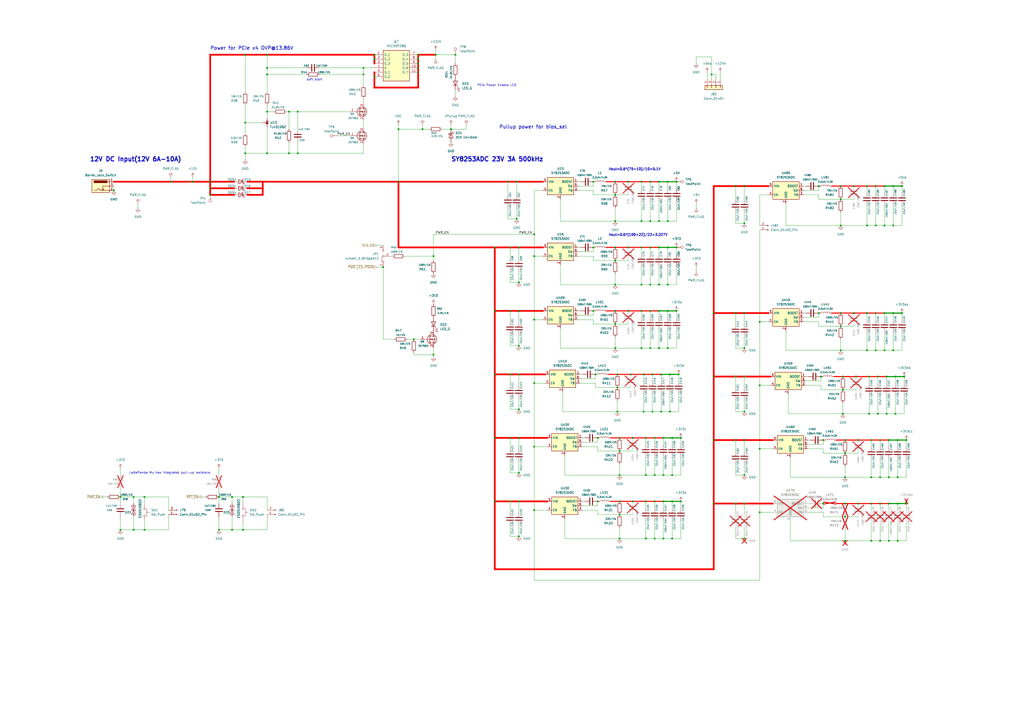
<source format=kicad_sch>
(kicad_sch (version 20231120) (generator "eeschema") (generator_version "8.0")
  (paper "A2")
  (title_block (title "nvme Carrier for LattePanda Mu") (date "2024-05-24") (rev "V1.0.6"))
  (junction (at 510.54 292.1))
  (junction (at 359.41 312.42))
  (junction (at 524.51 218.44))
  (junction (at 172.72 88.9))
  (junction (at 490.22 255.27))
  (junction (at 389.89 312.42))
  (junction (at 384.81 290.83))
  (junction (at 518.16 181.61))
  (junction (at 431.8 218.44))
  (junction (at 497.84 292.1))
  (junction (at 83.82 307.34))
  (junction (at 474.98 181.61))
  (junction (at 251.46 205.74))
  (junction (at 490.22 276.86))
  (junction (at 426.72 218.44))
  (junction (at 383.54 217.17))
  (junction (at 356.87 187.96))
  (junction (at 372.11 165.1))
  (junction (at 487.68 115.57))
  (junction (at 99.06 105.41))
  (junction (at 172.72 64.77))
  (junction (at 394.97 254))
  (junction (at 154.94 43.18))
  (junction (at 356.87 201.93))
  (junction (at 515.62 255.27))
  (junction (at 134.62 288.29))
  (junction (at 287.02 254))
  (junction (at 365.76 217.17))
  (junction (at 515.62 292.1))
  (junction (at 222.25 154.94))
  (junction (at 242.57 41.91))
  (junction (at 377.19 105.41))
  (junction (at 387.35 143.51))
  (junction (at 359.41 261.62))
  (junction (at 431.8 292.1))
  (junction (at 495.3 107.95))
  (junction (at 140.97 307.34))
  (junction (at 300.99 180.34))
  (junction (at 513.08 181.61))
  (junction (at 356.87 180.34))
  (junction (at 264.16 31.75))
  (junction (at 477.52 292.1))
  (junction (at 300.99 200.66))
  (junction (at 477.52 255.27))
  (junction (at 358.14 238.76))
  (junction (at 364.49 143.51))
  (junction (at 520.7 292.1))
  (junction (at 359.41 254))
  (junction (at 520.7 313.69))
  (junction (at 300.99 311.15))
  (junction (at 372.11 180.34))
  (junction (at 77.47 288.29))
  (junction (at 356.87 113.03))
  (junction (at 431.8 201.93))
  (junction (at 505.46 292.1))
  (junction (at 387.35 128.27))
  (junction (at 488.95 218.44))
  (junction (at 508 107.95))
  (junction (at 414.02 255.27))
  (junction (at 387.35 105.41))
  (junction (at 502.92 107.95))
  (junction (at 210.82 43.18))
  (junction (at 217.17 44.45))
  (junction (at 431.8 129.54))
  (junction (at 414.02 292.1))
  (junction (at 509.27 218.44))
  (junction (at 69.85 307.34))
  (junction (at 431.8 312.42))
  (junction (at 510.54 255.27))
  (junction (at 364.49 105.41))
  (junction (at 412.75 43.18))
  (junction (at 504.19 218.44))
  (junction (at 245.11 74.93))
  (junction (at 346.71 290.83))
  (junction (at 356.87 165.1))
  (junction (at 513.08 130.81))
  (junction (at 518.16 203.2))
  (junction (at 394.97 290.83))
  (junction (at 142.24 71.12))
  (junction (at 121.92 109.22))
  (junction (at 414.02 218.44))
  (junction (at 287.02 180.34))
  (junction (at 518.16 130.81))
  (junction (at 525.78 292.1))
  (junction (at 513.08 203.2))
  (junction (at 476.25 218.44))
  (junction (at 240.03 196.85))
  (junction (at 382.27 165.1))
  (junction (at 300.99 290.83))
  (junction (at 300.99 217.17))
  (junction (at 440.69 260.35))
  (junction (at 502.92 130.81))
  (junction (at 300.99 254))
  (junction (at 387.35 201.93))
  (junction (at 373.38 217.17))
  (junction (at 364.49 180.34))
  (junction (at 392.43 143.51))
  (junction (at 490.22 262.89))
  (junction (at 299.72 127))
  (junction (at 440.69 223.52))
  (junction (at 414.02 181.61))
  (junction (at 372.11 143.51))
  (junction (at 372.11 201.93))
  (junction (at 431.8 255.27))
  (junction (at 154.94 39.37))
  (junction (at 510.54 276.86))
  (junction (at 344.17 143.51))
  (junction (at 121.92 105.41))
  (junction (at 379.73 290.83))
  (junction (at 359.41 298.45))
  (junction (at 508 203.2))
  (junction (at 251.46 148.59))
  (junction (at 373.38 238.76))
  (junction (at 378.46 238.76))
  (junction (at 505.46 276.86))
  (junction (at 474.98 107.95))
  (junction (at 487.68 130.81))
  (junction (at 152.4 105.41) (color 255 0 0 1))
  (junction (at 242.57 31.75))
  (junction (at 83.82 288.29))
  (junction (at 426.72 181.61))
  (junction (at 294.64 105.41))
  (junction (at 231.14 74.93))
  (junction (at 367.03 254))
  (junction (at 382.27 105.41))
  (junction (at 382.27 180.34))
  (junction (at 497.84 255.27))
  (junction (at 359.41 275.59))
  (junction (at 300.99 143.51))
  (junction (at 520.7 276.86))
  (junction (at 356.87 151.13))
  (junction (at 154.94 64.77))
  (junction (at 490.22 299.72))
  (junction (at 346.71 254))
  (junction (at 514.35 240.03))
  (junction (at 77.47 307.34))
  (junction (at 393.7 217.17))
  (junction (at 515.62 276.86))
  (junction (at 295.91 254))
  (junction (at 523.24 181.61))
  (junction (at 440.69 297.18))
  (junction (at 509.27 240.03))
  (junction (at 513.08 107.95))
  (junction (at 358.14 224.79))
  (junction (at 520.7 255.27))
  (junction (at 505.46 313.69))
  (junction (at 514.35 218.44))
  (junction (at 111.76 105.41))
  (junction (at 377.19 128.27))
  (junction (at 309.88 148.59))
  (junction (at 140.97 288.29))
  (junction (at 518.16 107.95))
  (junction (at 488.95 240.03))
  (junction (at 374.65 312.42))
  (junction (at 300.99 237.49))
  (junction (at 69.85 288.29))
  (junction (at 508 130.81))
  (junction (at 382.27 128.27))
  (junction (at 309.88 185.42))
  (junction (at 384.81 254))
  (junction (at 487.68 107.95))
  (junction (at 295.91 143.51))
  (junction (at 287.02 290.83))
  (junction (at 515.62 313.69))
  (junction (at 142.24 88.9))
  (junction (at 383.54 238.76))
  (junction (at 142.24 31.75))
  (junction (at 367.03 290.83))
  (junction (at 519.43 240.03))
  (junction (at 382.27 143.51))
  (junction (at 309.88 135.89))
  (junction (at 299.72 105.41))
  (junction (at 300.99 274.32))
  (junction (at 388.62 238.76))
  (junction (at 127 307.34))
  (junction (at 431.8 275.59))
  (junction (at 344.17 180.34))
  (junction (at 387.35 180.34))
  (junction (at 384.81 275.59))
  (junction (at 374.65 290.83))
  (junction (at 309.88 222.25))
  (junction (at 121.92 113.03))
  (junction (at 66.04 110.49))
  (junction (at 242.57 34.29))
  (junction (at 382.27 201.93))
  (junction (at 309.88 259.08))
  (junction (at 392.43 180.34))
  (junction (at 389.89 275.59))
  (junction (at 508 181.61))
  (junction (at 388.62 217.17))
  (junction (at 379.73 312.42))
  (junction (at 389.89 290.83))
  (junction (at 372.11 105.41))
  (junction (at 231.14 105.41))
  (junction (at 487.68 189.23))
  (junction (at 426.72 255.27))
  (junction (at 295.91 180.34))
  (junction (at 431.8 181.61))
  (junction (at 384.81 312.42))
  (junction (at 426.72 292.1))
  (junction (at 356.87 143.51))
  (junction (at 295.91 217.17))
  (junction (at 519.43 218.44))
  (junction (at 344.17 105.41))
  (junction (at 152.4 109.22) (color 255 0 0 1))
  (junction (at 345.44 217.17))
  (junction (at 261.62 74.93))
  (junction (at 217.17 34.29))
  (junction (at 295.91 290.83))
  (junction (at 287.02 217.17))
  (junction (at 379.73 275.59))
  (junction (at 377.19 201.93))
  (junction (at 488.95 226.06))
  (junction (at 359.41 290.83))
  (junction (at 287.02 143.51))
  (junction (at 372.11 128.27))
  (junction (at 496.57 218.44))
  (junction (at 217.17 31.75))
  (junction (at 167.64 88.9))
  (junction (at 392.43 105.41))
  (junction (at 154.94 88.9))
  (junction (at 134.62 307.34))
  (junction (at 379.73 254))
  (junction (at 210.82 39.37))
  (junction (at 490.22 313.69))
  (junction (at 504.19 240.03))
  (junction (at 440.69 186.69))
  (junction (at 510.54 313.69))
  (junction (at 242.57 39.37))
  (junction (at 377.19 165.1))
  (junction (at 431.8 238.76))
  (junction (at 374.65 275.59))
  (junction (at 309.88 295.91))
  (junction (at 127 288.29))
  (junction (at 426.72 107.95))
  (junction (at 252.73 31.75))
  (junction (at 377.19 143.51))
  (junction (at 431.8 107.95))
  (junction (at 505.46 255.27))
  (junction (at 525.78 255.27))
  (junction (at 495.3 181.61))
  (junction (at 167.64 64.77))
  (junction (at 377.19 180.34))
  (junction (at 300.99 163.83))
  (junction (at 154.94 31.75))
  (junction (at 523.24 107.95))
  (junction (at 487.68 181.61))
  (junction (at 356.87 128.27))
  (junction (at 389.89 254))
  (junction (at 387.35 165.1))
  (junction (at 356.87 105.41))
  (junction (at 374.65 254))
  (junction (at 490.22 292.1))
  (junction (at 358.14 217.17))
  (junction (at 487.68 203.2))
  (junction (at 242.57 36.83))
  (junction (at 378.46 217.17))
  (junction (at 502.92 203.2))
  (junction (at 502.92 181.61))
  (wire (pts (xy 387.35 184.15) (xy 387.35 180.34)))
  (wire (pts (xy 392.43 128.27) (xy 387.35 128.27)))
  (wire (pts (xy 346.71 293.37) (xy 346.71 290.83)))
  (wire (pts (xy 519.43 218.44) (xy 514.35 218.44)))
  (wire (pts (xy 172.72 64.77) (xy 203.2 64.77)))
  (wire (pts (xy 97.79 288.29) (xy 83.82 288.29)))
  (wire (pts (xy 431.8 238.76) (xy 431.8 232.41)))
  (wire (pts (xy 77.47 288.29) (xy 69.85 288.29)))
  (wire (pts (xy 358.14 232.41) (xy 358.14 238.76)))
  (wire (pts (xy 383.54 228.6) (xy 383.54 238.76)))
  (wire (pts (xy 476.25 223.52) (xy 476.25 226.06)))
  (wire (pts (xy 218.44 154.94) (xy 222.25 154.94)))
  (wire (pts (xy 513.08 119.38) (xy 513.08 130.81)))
  (wire (pts (xy 403.86 154.94) (xy 403.86 157.48)))
  (wire (pts (xy 477.52 294.64) (xy 477.52 292.1)))
  (wire (pts (xy 251.46 205.74) (xy 251.46 207.01)))
  (wire (pts (xy 142.24 88.9) (xy 154.94 88.9)))
  (wire (pts (xy 384.81 294.64) (xy 384.81 290.83)))
  (wire (pts (xy 111.76 102.87) (xy 111.76 105.41)))
  (wire (pts (xy 111.76 105.41) (xy 121.92 105.41)) (stroke (width 1) (color 255 0 0 1)))
  (wire (pts (xy 167.64 88.9) (xy 172.72 88.9)))
  (wire (pts (xy 154.94 39.37) (xy 154.94 43.18)))
  (wire (pts (xy 518.16 181.61) (xy 513.08 181.61)) (stroke (width 0.6)))
  (wire (pts (xy 295.91 163.83) (xy 295.91 157.48)))
  (wire (pts (xy 389.89 312.42) (xy 384.81 312.42)))
  (wire (pts (xy 378.46 217.17) (xy 378.46 220.98)))
  (wire (pts (xy 426.72 238.76) (xy 431.8 238.76)))
  (wire (pts (xy 252.73 29.21) (xy 252.73 31.75)))
  (wire (pts (xy 426.72 275.59) (xy 431.8 275.59)))
  (wire (pts (xy 245.11 74.93) (xy 248.92 74.93)))
  (wire (pts (xy 351.79 180.34) (xy 356.87 180.34)) (stroke (width 0.6) (color 255 0 0 1)))
  (wire (pts (xy 490.22 276.86) (xy 505.46 276.86)))
  (wire (pts (xy 356.87 143.51) (xy 364.49 143.51)) (stroke (width 0.6) (color 255 0 0 1)))
  (wire (pts (xy 519.43 240.03) (xy 514.35 240.03)))
  (wire (pts (xy 359.41 269.24) (xy 359.41 275.59)))
  (wire (pts (xy 482.6 107.95) (xy 487.68 107.95)) (stroke (width 0.6) (color 255 0 0 1)))
  (wire (pts (xy 394.97 265.43) (xy 394.97 275.59)))
  (wire (pts (xy 426.72 312.42) (xy 431.8 312.42)))
  (wire (pts (xy 510.54 303.53) (xy 510.54 313.69)))
  (wire (pts (xy 356.87 158.75) (xy 356.87 165.1)))
  (wire (pts (xy 300.99 163.83) (xy 300.99 157.48)))
  (wire (pts (xy 393.7 220.98) (xy 393.7 217.17)))
  (wire (pts (xy 167.64 64.77) (xy 166.37 64.77)))
  (wire (pts (xy 426.72 298.45) (xy 426.72 292.1)))
  (wire (pts (xy 373.38 217.17) (xy 373.38 220.98)))
  (wire (pts (xy 356.87 128.27) (xy 372.11 128.27)))
  (wire (pts (xy 295.91 217.17) (xy 300.99 217.17)) (stroke (width 1) (color 255 0 0 1)))
  (wire (pts (xy 287.02 180.34) (xy 295.91 180.34)) (stroke (width 1) (color 255 0 0 1)))
  (wire (pts (xy 477.52 299.72) (xy 490.22 299.72)))
  (wire (pts (xy 426.72 201.93) (xy 426.72 195.58)))
  (wire (pts (xy 154.94 73.66) (xy 154.94 88.9)))
  (wire (pts (xy 431.8 275.59) (xy 431.8 269.24)))
  (wire (pts (xy 518.16 107.95) (xy 513.08 107.95)))
  (wire (pts (xy 431.8 201.93) (xy 431.8 195.58)))
  (wire (pts (xy 99.06 105.41) (xy 111.76 105.41)) (stroke (width 1) (color 255 0 0 1)))
  (wire (pts (xy 256.54 74.93) (xy 261.62 74.93)))
  (wire (pts (xy 154.94 39.37) (xy 154.94 31.75)))
  (wire (pts (xy 523.24 181.61) (xy 518.16 181.61)) (stroke (width 0.6)))
  (wire (pts (xy 488.95 233.68) (xy 488.95 240.03)))
  (wire (pts (xy 440.69 297.18) (xy 440.69 336.55)))
  (wire (pts (xy 294.64 105.41) (xy 299.72 105.41)) (stroke (width 1) (color 255 0 0 1)))
  (wire (pts (xy 300.99 217.17) (xy 316.23 217.17)) (stroke (width 1) (color 255 0 0 1)))
  (wire (pts (xy 287.02 217.17) (xy 295.91 217.17)) (stroke (width 1) (color 255 0 0 1)))
  (wire (pts (xy 325.12 165.1) (xy 356.87 165.1)))
  (wire (pts (xy 217.17 31.75) (xy 217.17 34.29)) (stroke (width 1) (color 255 0 0 1)))
  (wire (pts (xy 455.93 191.77) (xy 455.93 203.2)))
  (wire (pts (xy 466.09 107.95) (xy 467.36 107.95)))
  (wire (pts (xy 392.43 154.94) (xy 392.43 165.1)))
  (wire (pts (xy 487.68 196.85) (xy 487.68 203.2)))
  (wire (pts (xy 508 181.61) (xy 502.92 181.61)) (stroke (width 0.6) (color 255 0 0 1)))
  (wire (pts (xy 426.72 292.1) (xy 431.8 292.1)) (stroke (width 1) (color 255 0 0 1)))
  (wire (pts (xy 431.8 123.19) (xy 431.8 129.54)))
  (wire (pts (xy 518.16 111.76) (xy 518.16 107.95)))
  (wire (pts (xy 142.24 77.47) (xy 142.24 71.12)))
  (wire (pts (xy 240.03 196.85) (xy 243.84 196.85)))
  (wire (pts (xy 382.27 143.51) (xy 377.19 143.51)) (stroke (width 0.6) (color 255 0 0 1)))
  (wire (pts (xy 356.87 195.58) (xy 356.87 201.93)))
  (wire (pts (xy 393.7 228.6) (xy 393.7 238.76)))
  (wire (pts (xy 389.89 294.64) (xy 389.89 290.83)))
  (wire (pts (xy 337.82 254) (xy 339.09 254)))
  (wire (pts (xy 252.73 31.75) (xy 264.16 31.75)))
  (wire (pts (xy 474.98 115.57) (xy 487.68 115.57)))
  (wire (pts (xy 222.25 154.94) (xy 222.25 196.85)))
  (wire (pts (xy 426.72 201.93) (xy 431.8 201.93)))
  (wire (pts (xy 251.46 135.89) (xy 309.88 135.89)))
  (wire (pts (xy 210.82 57.15) (xy 210.82 59.69)))
  (wire (pts (xy 394.97 312.42) (xy 389.89 312.42)))
  (wire (pts (xy 154.94 64.77) (xy 158.75 64.77)))
  (wire (pts (xy 242.57 39.37) (xy 242.57 41.91)) (stroke (width 1) (color 255 0 0 1)))
  (wire (pts (xy 394.97 290.83) (xy 389.89 290.83)) (stroke (width 0.6)))
  (wire (pts (xy 482.6 181.61) (xy 487.68 181.61)) (stroke (width 0.6) (color 255 0 0 1)))
  (wire (pts (xy 431.8 107.95) (xy 445.77 107.95)) (stroke (width 1) (color 255 0 0 1)))
  (wire (pts (xy 374.65 290.83) (xy 367.03 290.83)) (stroke (width 0.6) (color 255 0 0 1)))
  (wire (pts (xy 359.41 290.83) (xy 367.03 290.83)) (stroke (width 0.6) (color 255 0 0 1)))
  (wire (pts (xy 403.86 33.02) (xy 412.75 33.02)))
  (wire (pts (xy 515.62 276.86) (xy 510.54 276.86)))
  (wire (pts (xy 502.92 130.81) (xy 508 130.81)))
  (wire (pts (xy 356.87 105.41) (xy 364.49 105.41)) (stroke (width 0.6) (color 255 0 0 1)))
  (wire (pts (xy 525.78 255.27) (xy 520.7 255.27)) (stroke (width 0.6)))
  (wire (pts (xy 121.92 113.03) (xy 121.92 109.22)) (stroke (width 1) (color 255 0 0 1)))
  (wire (pts (xy 327.66 275.59) (xy 359.41 275.59)))
  (wire (pts (xy 356.87 187.96) (xy 364.49 187.96)))
  (wire (pts (xy 379.73 290.83) (xy 374.65 290.83)) (stroke (width 0.6) (color 255 0 0 1)))
  (wire (pts (xy 326.39 227.33) (xy 326.39 238.76)))
  (wire (pts (xy 412.75 33.02) (xy 412.75 43.18)))
  (wire (pts (xy 426.72 181.61) (xy 431.8 181.61)) (stroke (width 1) (color 255 0 0 1)))
  (wire (pts (xy 477.52 262.89) (xy 490.22 262.89)))
  (wire (pts (xy 356.87 113.03) (xy 364.49 113.03)))
  (wire (pts (xy 431.8 312.42) (xy 431.8 306.07)))
  (wire (pts (xy 140.97 292.1) (xy 140.97 288.29)))
  (wire (pts (xy 325.12 128.27) (xy 356.87 128.27)))
  (wire (pts (xy 154.94 295.91) (xy 154.94 288.29)))
  (wire (pts (xy 488.95 218.44) (xy 496.57 218.44)) (stroke (width 0.6) (color 255 0 0 1)))
  (wire (pts (xy 127 299.72) (xy 127 307.34)))
  (wire (pts (xy 431.8 292.1) (xy 448.31 292.1)) (stroke (width 1) (color 255 0 0 1)))
  (wire (pts (xy 394.97 254) (xy 389.89 254)))
  (wire (pts (xy 167.64 64.77) (xy 172.72 64.77)))
  (wire (pts (xy 509.27 218.44) (xy 504.19 218.44)) (stroke (width 0.6) (color 255 0 0 1)))
  (wire (pts (xy 261.62 72.39) (xy 261.62 74.93)))
  (wire (pts (xy 392.43 165.1) (xy 387.35 165.1)))
  (wire (pts (xy 518.16 107.95) (xy 513.08 107.95)) (stroke (width 0.6)))
  (wire (pts (xy 373.38 217.17) (xy 365.76 217.17)) (stroke (width 0.6) (color 255 0 0 1)))
  (wire (pts (xy 508 193.04) (xy 508 203.2)))
  (wire (pts (xy 520.7 255.27) (xy 515.62 255.27)) (stroke (width 0.6)))
  (wire (pts (xy 514.35 240.03) (xy 509.27 240.03)))
  (wire (pts (xy 502.92 107.95) (xy 495.3 107.95)) (stroke (width 0.6) (color 255 0 0 1)))
  (wire (pts (xy 504.19 218.44) (xy 496.57 218.44)) (stroke (width 0.6) (color 255 0 0 1)))
  (wire (pts (xy 455.93 118.11) (xy 455.93 130.81)))
  (wire (pts (xy 299.72 105.41) (xy 314.96 105.41)) (stroke (width 1) (color 255 0 0 1)))
  (wire (pts (xy 356.87 120.65) (xy 356.87 128.27)))
  (wire (pts (xy 374.65 302.26) (xy 374.65 312.42)))
  (wire (pts (xy 383.54 217.17) (xy 378.46 217.17)) (stroke (width 0.6) (color 255 0 0 1)))
  (wire (pts (xy 502.92 119.38) (xy 502.92 130.81)))
  (wire (pts (xy 485.14 292.1) (xy 490.22 292.1)) (stroke (width 0.6) (color 255 0 0 1)))
  (wire (pts (xy 510.54 255.27) (xy 510.54 259.08)))
  (wire (pts (xy 236.22 196.85) (xy 240.03 196.85)))
  (wire (pts (xy 387.35 147.32) (xy 387.35 143.51)))
  (wire (pts (xy 518.16 185.42) (xy 518.16 181.61)))
  (wire (pts (xy 387.35 105.41) (xy 382.27 105.41)) (stroke (width 0.6)))
  (wire (pts (xy 335.28 143.51) (xy 336.55 143.51)))
  (wire (pts (xy 295.91 200.66) (xy 295.91 194.31)))
  (wire (pts (xy 476.25 220.98) (xy 476.25 218.44)))
  (wire (pts (xy 525.78 303.53) (xy 525.78 313.69)))
  (wire (pts (xy 135.89 109.22) (xy 121.92 109.22)) (stroke (width 1) (color 255 0 0 1)))
  (wire (pts (xy 379.73 254) (xy 379.73 257.81)))
  (wire (pts (xy 300.99 200.66) (xy 300.99 194.31)))
  (wire (pts (xy 356.87 180.34) (xy 364.49 180.34)) (stroke (width 0.6) (color 255 0 0 1)))
  (wire (pts (xy 374.65 312.42) (xy 379.73 312.42)))
  (wire (pts (xy 477.52 297.18) (xy 477.52 299.72)))
  (wire (pts (xy 309.88 110.49) (xy 309.88 135.89)))
  (wire (pts (xy 234.95 148.59) (xy 251.46 148.59)))
  (wire (pts (xy 440.69 260.35) (xy 440.69 297.18)))
  (wire (pts (xy 372.11 180.34) (xy 364.49 180.34)) (stroke (width 0.6) (color 255 0 0 1)))
  (wire (pts (xy 377.19 143.51) (xy 377.19 147.32)))
  (wire (pts (xy 387.35 201.93) (xy 382.27 201.93)))
  (wire (pts (xy 379.73 265.43) (xy 379.73 275.59)))
  (wire (pts (xy 154.94 64.77) (xy 154.94 68.58)))
  (wire (pts (xy 515.62 259.08) (xy 515.62 255.27)))
  (wire (pts (xy 309.88 222.25) (xy 309.88 259.08)))
  (wire (pts (xy 295.91 200.66) (xy 300.99 200.66)))
  (wire (pts (xy 440.69 260.35) (xy 448.31 260.35)))
  (wire (pts (xy 337.82 259.08) (xy 346.71 259.08)))
  (wire (pts (xy 518.16 107.95) (xy 523.24 107.95)) (stroke (width 0.6)))
  (wire (pts (xy 152.4 105.41) (xy 152.4 109.22)) (stroke (width 1) (color 255 0 0 1)))
  (wire (pts (xy 287.02 143.51) (xy 295.91 143.51)) (stroke (width 1) (color 255 0 0 1)))
  (wire (pts (xy 466.09 186.69) (xy 474.98 186.69)))
  (wire (pts (xy 354.33 290.83) (xy 359.41 290.83)) (stroke (width 0.6) (color 255 0 0 1)))
  (wire (pts (xy 414.02 218.44) (xy 426.72 218.44)) (stroke (width 1) (color 255 0 0 1)))
  (wire (pts (xy 487.68 130.81) (xy 502.92 130.81)))
  (wire (pts (xy 231.14 143.51) (xy 287.02 143.51)) (stroke (width 1) (color 255 0 0 1)))
  (wire (pts (xy 372.11 180.34) (xy 372.11 184.15)))
  (wire (pts (xy 351.79 143.51) (xy 356.87 143.51)) (stroke (width 0.6) (color 255 0 0 1)))
  (wire (pts (xy 467.36 218.44) (xy 468.63 218.44)))
  (wire (pts (xy 520.7 266.7) (xy 520.7 276.86)))
  (wire (pts (xy 354.33 254) (xy 359.41 254)) (stroke (width 0.6) (color 255 0 0 1)))
  (wire (pts (xy 242.57 31.75) (xy 252.73 31.75)) (stroke (width 1) (color 255 0 0 1)))
  (wire (pts (xy 143.51 113.03) (xy 152.4 113.03)) (stroke (width 1) (color 255 0 0 1)))
  (wire (pts (xy 251.46 148.59) (xy 251.46 151.13)))
  (wire (pts (xy 337.82 295.91) (xy 346.71 295.91)))
  (wire (pts (xy 505.46 276.86) (xy 510.54 276.86)))
  (wire (pts (xy 520.7 255.27) (xy 515.62 255.27)))
  (wire (pts (xy 466.09 110.49) (xy 474.98 110.49)))
  (wire (pts (xy 509.27 229.87) (xy 509.27 240.03)))
  (wire (pts (xy 431.8 261.62) (xy 431.8 255.27)))
  (wire (pts (xy 99.06 102.87) (xy 99.06 105.41)))
  (wire (pts (xy 295.91 180.34) (xy 300.99 180.34)) (stroke (width 1) (color 255 0 0 1)))
  (wire (pts (xy 378.46 228.6) (xy 378.46 238.76)))
  (wire (pts (xy 335.28 107.95) (xy 344.17 107.95)))
  (wire (pts (xy 240.03 204.47) (xy 240.03 205.74)))
  (wire (pts (xy 345.44 222.25) (xy 345.44 224.79)))
  (wire (pts (xy 523.24 119.38) (xy 523.24 130.81)))
  (wire (pts (xy 372.11 143.51) (xy 372.11 147.32)))
  (wire (pts (xy 287.02 290.83) (xy 287.02 330.2)) (stroke (width 1) (color 255 0 0 1)))
  (wire (pts (xy 135.89 113.03) (xy 121.92 113.03)) (stroke (width 1) (color 255 0 0 1)))
  (wire (pts (xy 69.85 271.78) (xy 69.85 275.59)))
  (wire (pts (xy 523.24 193.04) (xy 523.24 203.2)))
  (wire (pts (xy 483.87 218.44) (xy 488.95 218.44)) (stroke (width 0.6) (color 255 0 0 1)))
  (wire (pts (xy 474.98 186.69) (xy 474.98 189.23)))
  (wire (pts (xy 426.72 224.79) (xy 426.72 218.44)))
  (wire (pts (xy 372.11 116.84) (xy 372.11 128.27)))
  (wire (pts (xy 392.43 143.51) (xy 387.35 143.51)) (stroke (width 0.6)))
  (wire (pts (xy 440.69 186.69) (xy 440.69 223.52)))
  (wire (pts (xy 431.8 298.45) (xy 431.8 292.1)))
  (wire (pts (xy 515.62 295.91) (xy 515.62 292.1)))
  (wire (pts (xy 414.02 292.1) (xy 414.02 330.2)) (stroke (width 1) (color 255 0 0 1)))
  (wire (pts (xy 252.73 31.75) (xy 252.73 34.29)))
  (wire (pts (xy 389.89 257.81) (xy 389.89 254)))
  (wire (pts (xy 327.66 264.16) (xy 327.66 275.59)))
  (wire (pts (xy 525.78 259.08) (xy 525.78 255.27)))
  (wire (pts (xy 477.52 257.81) (xy 477.52 255.27)))
  (wire (pts (xy 373.38 238.76) (xy 378.46 238.76)))
  (wire (pts (xy 372.11 165.1) (xy 377.19 165.1)))
  (wire (pts (xy 382.27 165.1) (xy 377.19 165.1)))
  (wire (pts (xy 344.17 187.96) (xy 356.87 187.96)))
  (wire (pts (xy 520.7 292.1) (xy 515.62 292.1)) (stroke (width 0.6)))
  (wire (pts (xy 195.58 78.74) (xy 203.2 78.74)))
  (wire (pts (xy 426.72 129.54) (xy 431.8 129.54)))
  (wire (pts (xy 378.46 217.17) (xy 373.38 217.17)) (stroke (width 0.6) (color 255 0 0 1)))
  (wire (pts (xy 485.14 255.27) (xy 490.22 255.27)) (stroke (width 0.6) (color 255 0 0 1)))
  (wire (pts (xy 142.24 31.75) (xy 142.24 53.34)))
  (wire (pts (xy 142.24 60.96) (xy 142.24 71.12)))
  (wire (pts (xy 414.02 218.44) (xy 414.02 255.27)) (stroke (width 1) (color 255 0 0 1)))
  (wire (pts (xy 287.02 143.51) (xy 287.02 180.34)) (stroke (width 1) (color 255 0 0 1)))
  (wire (pts (xy 154.94 288.29) (xy 140.97 288.29)))
  (wire (pts (xy 83.82 307.34) (xy 77.47 307.34)))
  (wire (pts (xy 426.72 312.42) (xy 426.72 306.07)))
  (wire (pts (xy 240.03 205.74) (xy 251.46 205.74)))
  (wire (pts (xy 309.88 295.91) (xy 309.88 336.55)))
  (wire (pts (xy 344.17 148.59) (xy 344.17 151.13)))
  (wire (pts (xy 382.27 180.34) (xy 377.19 180.34)) (stroke (width 0.6) (color 255 0 0 1)))
  (wire (pts (xy 295.91 274.32) (xy 300.99 274.32)))
  (wire (pts (xy 242.57 34.29) (xy 242.57 36.83)) (stroke (width 1) (color 255 0 0 1)))
  (wire (pts (xy 490.22 307.34) (xy 490.22 313.69)))
  (wire (pts (xy 77.47 299.72) (xy 77.47 307.34)))
  (wire (pts (xy 403.86 118.11) (xy 403.86 120.65)))
  (wire (pts (xy 377.19 105.41) (xy 372.11 105.41)) (stroke (width 0.6) (color 255 0 0 1)))
  (wire (pts (xy 384.81 257.81) (xy 384.81 254)))
  (wire (pts (xy 344.17 185.42) (xy 344.17 187.96)))
  (wire (pts (xy 309.88 259.08) (xy 317.5 259.08)))
  (wire (pts (xy 384.81 302.26) (xy 384.81 312.42)))
  (wire (pts (xy 490.22 292.1) (xy 497.84 292.1)) (stroke (width 0.6) (color 255 0 0 1)))
  (wire (pts (xy 394.97 257.81) (xy 394.97 254)))
  (wire (pts (xy 389.89 275.59) (xy 384.81 275.59)))
  (wire (pts (xy 337.82 256.54) (xy 346.71 256.54)))
  (wire (pts (xy 231.14 105.41) (xy 294.64 105.41)) (stroke (width 1) (color 255 0 0 1)))
  (wire (pts (xy 431.8 115.57) (xy 431.8 107.95)))
  (wire (pts (xy 387.35 128.27) (xy 382.27 128.27)))
  (wire (pts (xy 458.47 313.69) (xy 490.22 313.69)))
  (wire (pts (xy 518.16 130.81) (xy 513.08 130.81)))
  (wire (pts (xy 351.79 105.41) (xy 356.87 105.41)) (stroke (width 0.6) (color 255 0 0 1)))
  (wire (pts (xy 515.62 313.69) (xy 510.54 313.69)))
  (wire (pts (xy 389.89 254) (xy 384.81 254)) (stroke (width 0.6)))
  (wire (pts (xy 140.97 288.29) (xy 134.62 288.29)))
  (wire (pts (xy 387.35 143.51) (xy 382.27 143.51)) (stroke (width 0.6)))
  (wire (pts (xy 468.63 260.35) (xy 477.52 260.35)))
  (wire (pts (xy 345.44 219.71) (xy 345.44 217.17)))
  (wire (pts (xy 167.64 74.93) (xy 167.64 64.77)))
  (wire (pts (xy 487.68 115.57) (xy 495.3 115.57)))
  (wire (pts (xy 520.7 259.08) (xy 520.7 255.27)))
  (wire (pts (xy 374.65 254) (xy 367.03 254)) (stroke (width 0.6) (color 255 0 0 1)))
  (wire (pts (xy 474.98 113.03) (xy 474.98 115.57)))
  (wire (pts (xy 468.63 297.18) (xy 477.52 297.18)))
  (wire (pts (xy 295.91 297.18) (xy 295.91 290.83)))
  (wire (pts (xy 389.89 254) (xy 384.81 254)))
  (wire (pts (xy 513.08 193.04) (xy 513.08 203.2)))
  (wire (pts (xy 392.43 147.32) (xy 392.43 143.51)))
  (wire (pts (xy 294.64 120.65) (xy 294.64 127)))
  (wire (pts (xy 387.35 180.34) (xy 382.27 180.34)) (stroke (width 0.6)))
  (wire (pts (xy 520.7 292.1) (xy 515.62 292.1)))
  (wire (pts (xy 217.17 44.45) (xy 217.17 41.91)) (stroke (width 1) (color 255 0 0 1)))
  (wire (pts (xy 83.82 292.1) (xy 83.82 288.29)))
  (wire (pts (xy 414.02 255.27) (xy 414.02 292.1)) (stroke (width 1) (color 255 0 0 1)))
  (wire (pts (xy 377.19 105.41) (xy 377.19 109.22)))
  (wire (pts (xy 335.28 148.59) (xy 344.17 148.59)))
  (wire (pts (xy 426.72 218.44) (xy 431.8 218.44)) (stroke (width 1) (color 255 0 0 1)))
  (wire (pts (xy 295.91 260.35) (xy 295.91 254)))
  (wire (pts (xy 154.94 43.18) (xy 177.8 43.18)))
  (wire (pts (xy 388.62 238.76) (xy 383.54 238.76)))
  (wire (pts (xy 377.19 180.34) (xy 377.19 184.15)))
  (wire (pts (xy 231.14 72.39) (xy 231.14 74.93)))
  (wire (pts (xy 490.22 270.51) (xy 490.22 276.86)))
  (wire (pts (xy 474.98 110.49) (xy 474.98 107.95)))
  (wire (pts (xy 210.82 39.37) (xy 210.82 43.18)))
  (wire (pts (xy 121.92 31.75) (xy 121.92 105.41)) (stroke (width 1) (color 255 0 0 1)))
  (wire (pts (xy 264.16 52.07) (xy 264.16 55.88)))
  (wire (pts (xy 502.92 181.61) (xy 495.3 181.61)) (stroke (width 0.6) (color 255 0 0 1)))
  (wire (pts (xy 457.2 228.6) (xy 457.2 240.03)))
  (wire (pts (xy 523.24 185.42) (xy 523.24 181.61)))
  (wire (pts (xy 327.66 300.99) (xy 327.66 312.42)))
  (wire (pts (xy 504.19 229.87) (xy 504.19 240.03)))
  (wire (pts (xy 505.46 313.69) (xy 510.54 313.69)))
  (wire (pts (xy 393.7 217.17) (xy 388.62 217.17)) (stroke (width 0.6)))
  (wire (pts (xy 210.82 39.37) (xy 217.17 39.37)))
  (wire (pts (xy 121.92 109.22) (xy 121.92 105.41)) (stroke (width 1) (color 255 0 0 1)))
  (wire (pts (xy 134.62 288.29) (xy 127 288.29)))
  (wire (pts (xy 510.54 266.7) (xy 510.54 276.86)))
  (wire (pts (xy 222.25 196.85) (xy 228.6 196.85)))
  (wire (pts (xy 508 107.95) (xy 502.92 107.95)) (stroke (width 0.6) (color 255 0 0 1)))
  (wire (pts (xy 336.55 219.71) (xy 345.44 219.71)))
  (wire (pts (xy 372.11 105.41) (xy 372.11 109.22)))
  (wire (pts (xy 300.99 186.69) (xy 300.99 180.34)))
  (wire (pts (xy 426.72 107.95) (xy 431.8 107.95)) (stroke (width 1) (color 255 0 0 1)))
  (wire (pts (xy 488.95 240.03) (xy 504.19 240.03)))
  (wire (pts (xy 344.17 182.88) (xy 344.17 180.34)))
  (wire (pts (xy 426.72 187.96) (xy 426.72 181.61)))
  (wire (pts (xy 379.73 254) (xy 374.65 254)) (stroke (width 0.6) (color 255 0 0 1)))
  (wire (pts (xy 431.8 187.96) (xy 431.8 181.61)))
  (wire (pts (xy 523.24 181.61) (xy 518.16 181.61)))
  (wire (pts (xy 300.99 149.86) (xy 300.99 143.51)))
  (wire (pts (xy 513.08 107.95) (xy 508 107.95)) (stroke (width 0.6) (color 255 0 0 1)))
  (wire (pts (xy 513.08 185.42) (xy 513.08 181.61)))
  (wire (pts (xy 344.17 110.49) (xy 344.17 113.03)))
  (wire (pts (xy 524.51 218.44) (xy 519.43 218.44)) (stroke (width 0.6)))
  (wire (pts (xy 426.72 238.76) (xy 426.72 232.41)))
  (wire (pts (xy 387.35 165.1) (xy 382.27 165.1)))
  (wire (pts (xy 487.68 107.95) (xy 495.3 107.95)) (stroke (width 0.6) (color 255 0 0 1)))
  (wire (pts (xy 359.41 298.45) (xy 367.03 298.45)))
  (wire (pts (xy 167.64 82.55) (xy 167.64 88.9)))
  (wire (pts (xy 426.72 123.19) (xy 426.72 129.54)))
  (wire (pts (xy 152.4 109.22) (xy 152.4 113.03)) (stroke (width 1) (color 255 0 0 1)))
  (wire (pts (xy 508 107.95) (xy 508 111.76)))
  (wire (pts (xy 415.29 45.72) (xy 415.29 43.18)))
  (wire (pts (xy 392.43 143.51) (xy 387.35 143.51)))
  (wire (pts (xy 394.97 290.83) (xy 389.89 290.83)))
  (wire (pts (xy 515.62 255.27) (xy 510.54 255.27)) (stroke (width 0.6) (color 255 0 0 1)))
  (wire (pts (xy 295.91 237.49) (xy 295.91 231.14)))
  (wire (pts (xy 474.98 189.23) (xy 487.68 189.23)))
  (wire (pts (xy 519.43 222.25) (xy 519.43 218.44)))
  (wire (pts (xy 394.97 275.59) (xy 389.89 275.59)))
  (wire (pts (xy 520.7 313.69) (xy 515.62 313.69)))
  (wire (pts (xy 505.46 266.7) (xy 505.46 276.86)))
  (wire (pts (xy 505.46 255.27) (xy 497.84 255.27)) (stroke (width 0.6) (color 255 0 0 1)))
  (wire (pts (xy 309.88 110.49) (xy 314.96 110.49)))
  (wire (pts (xy 287.02 330.2) (xy 414.02 330.2)) (stroke (width 1) (color 255 0 0 1)))
  (wire (pts (xy 210.82 69.85) (xy 210.82 73.66)))
  (wire (pts (xy 245.11 72.39) (xy 245.11 74.93)))
  (wire (pts (xy 487.68 123.19) (xy 487.68 130.81)))
  (wire (pts (xy 121.92 105.41) (xy 135.89 105.41)) (stroke (width 1) (color 255 0 0 1)))
  (wire (pts (xy 359.41 306.07) (xy 359.41 312.42)))
  (wire (pts (xy 412.75 43.18) (xy 412.75 45.72)))
  (wire (pts (xy 154.94 43.18) (xy 154.94 53.34)))
  (wire (pts (xy 372.11 201.93) (xy 377.19 201.93)))
  (wire (pts (xy 447.04 223.52) (xy 440.69 223.52)))
  (wire (pts (xy 455.93 130.81) (xy 487.68 130.81)))
  (wire (pts (xy 510.54 292.1) (xy 510.54 295.91)))
  (wire (pts (xy 520.7 303.53) (xy 520.7 313.69)))
  (wire (pts (xy 487.68 203.2) (xy 502.92 203.2)))
  (wire (pts (xy 514.35 222.25) (xy 514.35 218.44)))
  (wire (pts (xy 414.02 255.27) (xy 426.72 255.27)) (stroke (width 1) (color 255 0 0 1)))
  (wire (pts (xy 270.51 72.39) (xy 270.51 74.93)))
  (wire (pts (xy 217.17 50.8) (xy 217.17 44.45)) (stroke (width 1) (color 255 0 0 1)))
  (wire (pts (xy 487.68 181.61) (xy 495.3 181.61)) (stroke (width 0.6) (color 255 0 0 1)))
  (wire (pts (xy 382.27 154.94) (xy 382.27 165.1)))
  (wire (pts (xy 389.89 265.43) (xy 389.89 275.59)))
  (wire (pts (xy 384.81 275.59) (xy 379.73 275.59)))
  (wire (pts (xy 97.79 295.91) (xy 97.79 288.29)))
  (wire (pts (xy 392.43 180.34) (xy 387.35 180.34)))
  (wire (pts (xy 518.16 119.38) (xy 518.16 130.81)))
  (wire (pts (xy 518.16 181.61) (xy 513.08 181.61)))
  (wire (pts (xy 392.43 201.93) (xy 387.35 201.93)))
  (wire (pts (xy 466.09 184.15) (xy 474.98 184.15)))
  (wire (pts (xy 346.71 295.91) (xy 346.71 298.45)))
  (wire (pts (xy 335.28 110.49) (xy 344.17 110.49)))
  (wire (pts (xy 525.78 255.27) (xy 520.7 255.27)))
  (wire (pts (xy 185.42 39.37) (xy 210.82 39.37)))
  (wire (pts (xy 356.87 151.13) (xy 364.49 151.13)))
  (wire (pts (xy 379.73 290.83) (xy 379.73 294.64)))
  (wire (pts (xy 251.46 201.93) (xy 251.46 205.74)))
  (wire (pts (xy 476.25 226.06) (xy 488.95 226.06)))
  (wire (pts (xy 525.78 292.1) (xy 520.7 292.1)))
  (wire (pts (xy 382.27 109.22) (xy 382.27 105.41)))
  (wire (pts (xy 154.94 31.75) (xy 217.17 31.75)) (stroke (width 1) (color 255 0 0 1)))
  (wire (pts (xy 83.82 288.29) (xy 77.47 288.29)))
  (wire (pts (xy 295.91 223.52) (xy 295.91 217.17)))
  (wire (pts (xy 392.43 184.15) (xy 392.43 180.34)))
  (wire (pts (xy 377.19 143.51) (xy 372.11 143.51)) (stroke (width 0.6) (color 255 0 0 1)))
  (wire (pts (xy 525.78 313.69) (xy 520.7 313.69)))
  (wire (pts (xy 513.08 111.76) (xy 513.08 107.95)))
  (wire (pts (xy 523.24 111.76) (xy 523.24 107.95)))
  (wire (pts (xy 502.92 181.61) (xy 502.92 185.42)))
  (wire (pts (xy 242.57 36.83) (xy 242.57 39.37)) (stroke (width 1) (color 255 0 0 1)))
  (wire (pts (xy 373.38 228.6) (xy 373.38 238.76)))
  (wire (pts (xy 121.92 31.75) (xy 142.24 31.75)) (stroke (width 1) (color 255 0 0 1)))
  (wire (pts (xy 154.94 31.75) (xy 142.24 31.75)) (stroke (width 1) (color 255 0 0 1)))
  (wire (pts (xy 389.89 290.83) (xy 384.81 290.83)))
  (wire (pts (xy 468.63 292.1) (xy 469.9 292.1)))
  (wire (pts (xy 346.71 298.45) (xy 359.41 298.45)))
  (wire (pts (xy 518.16 203.2) (xy 513.08 203.2)))
  (wire (pts (xy 172.72 88.9) (xy 210.82 88.9)))
  (wire (pts (xy 431.8 181.61) (xy 445.77 181.61)) (stroke (width 1) (color 255 0 0 1)))
  (wire (pts (xy 524.51 240.03) (xy 519.43 240.03)))
  (wire (pts (xy 468.63 255.27) (xy 469.9 255.27)))
  (wire (pts (xy 142.24 85.09) (xy 142.24 88.9)))
  (wire (pts (xy 154.94 307.34) (xy 140.97 307.34)))
  (wire (pts (xy 384.81 312.42) (xy 379.73 312.42)))
  (wire (pts (xy 372.11 191.77) (xy 372.11 201.93)))
  (wire (pts (xy 143.51 109.22) (xy 152.4 109.22)) (stroke (width 1) (color 255 0 0 1)))
  (wire (pts (xy 514.35 218.44) (xy 509.27 218.44)) (stroke (width 0.6) (color 255 0 0 1)))
  (wire (pts (xy 510.54 255.27) (xy 505.46 255.27)) (stroke (width 0.6) (color 255 0 0 1)))
  (wire (pts (xy 309.88 148.59) (xy 309.88 185.42)))
  (wire (pts (xy 287.02 180.34) (xy 287.02 217.17)) (stroke (width 1) (color 255 0 0 1)))
  (wire (pts (xy 344.17 151.13) (xy 356.87 151.13)))
  (wire (pts (xy 458.47 276.86) (xy 490.22 276.86)))
  (wire (pts (xy 387.35 191.77) (xy 387.35 201.93)))
  (wire (pts (xy 316.23 222.25) (xy 309.88 222.25)))
  (wire (pts (xy 143.51 105.41) (xy 152.4 105.41)) (stroke (width 1) (color 255 0 0 1)))
  (wire (pts (xy 394.97 302.26) (xy 394.97 312.42)))
  (wire (pts (xy 299.72 120.65) (xy 299.72 127)))
  (wire (pts (xy 426.72 275.59) (xy 426.72 269.24)))
  (wire (pts (xy 335.28 180.34) (xy 336.55 180.34)))
  (wire (pts (xy 387.35 109.22) (xy 387.35 105.41)))
  (wire (pts (xy 300.99 237.49) (xy 300.99 231.14)))
  (wire (pts (xy 502.92 193.04) (xy 502.92 203.2)))
  (wire (pts (xy 466.09 181.61) (xy 467.36 181.61)))
  (wire (pts (xy 414.02 181.61) (xy 426.72 181.61)) (stroke (width 1) (color 255 0 0 1)))
  (wire (pts (xy 251.46 135.89) (xy 251.46 148.59)))
  (wire (pts (xy 217.17 34.29) (xy 217.17 36.83)) (stroke (width 1) (color 255 0 0 1)))
  (wire (pts (xy 335.28 146.05) (xy 344.17 146.05)))
  (wire (pts (xy 69.85 288.29) (xy 69.85 292.1)))
  (wire (pts (xy 382.27 184.15) (xy 382.27 180.34)))
  (wire (pts (xy 382.27 191.77) (xy 382.27 201.93)))
  (wire (pts (xy 508 181.61) (xy 508 185.42)))
  (wire (pts (xy 242.57 50.8) (xy 217.17 50.8)) (stroke (width 1) (color 255 0 0 1)))
  (wire (pts (xy 515.62 303.53) (xy 515.62 313.69)))
  (wire (pts (xy 392.43 105.41) (xy 387.35 105.41)))
  (wire (pts (xy 300.99 223.52) (xy 300.99 217.17)))
  (wire (pts (xy 426.72 115.57) (xy 426.72 107.95)))
  (wire (pts (xy 336.55 217.17) (xy 337.82 217.17)))
  (wire (pts (xy 344.17 146.05) (xy 344.17 143.51)))
  (wire (pts (xy 510.54 292.1) (xy 505.46 292.1)) (stroke (width 0.6) (color 255 0 0 1)))
  (wire (pts (xy 505.46 292.1) (xy 505.46 295.91)))
  (wire (pts (xy 389.89 302.26) (xy 389.89 312.42)))
  (wire (pts (xy 344.17 107.95) (xy 344.17 105.41)))
  (wire (pts (xy 83.82 302.26) (xy 83.82 307.34)))
  (wire (pts (xy 414.02 181.61) (xy 414.02 218.44)) (stroke (width 1) (color 255 0 0 1)))
  (wire (pts (xy 392.43 109.22) (xy 392.43 105.41)))
  (wire (pts (xy 97.79 298.45) (xy 97.79 307.34)))
  (wire (pts (xy 387.35 180.34) (xy 382.27 180.34)))
  (wire (pts (xy 393.7 238.76) (xy 388.62 238.76)))
  (wire (pts (xy 294.64 113.03) (xy 294.64 105.41)))
  (wire (pts (xy 414.02 181.61) (xy 414.02 107.95)) (stroke (width 1) (color 255 0 0 1)))
  (wire (pts (xy 325.12 115.57) (xy 325.12 128.27)))
  (wire (pts (xy 525.78 292.1) (xy 520.7 292.1)) (stroke (width 0.6)))
  (wire (pts (xy 504.19 240.03) (xy 509.27 240.03)))
  (wire (pts (xy 410.21 41.91) (xy 410.21 45.72)))
  (wire (pts (xy 394.97 254) (xy 389.89 254)) (stroke (width 0.6)))
  (wire (pts (xy 359.41 275.59) (xy 374.65 275.59)))
  (wire (pts (xy 525.78 266.7) (xy 525.78 276.86)))
  (wire (pts (xy 518.16 193.04) (xy 518.16 203.2)))
  (wire (pts (xy 515.62 292.1) (xy 510.54 292.1)) (stroke (width 0.6) (color 255 0 0 1)))
  (wire (pts (xy 77.47 288.29) (xy 77.47 292.1)))
  (wire (pts (xy 152.4 105.41) (xy 231.14 105.41)) (stroke (width 1) (color 255 0 0 1)))
  (wire (pts (xy 287.02 217.17) (xy 287.02 254)) (stroke (width 1) (color 255 0 0 1)))
  (wire (pts (xy 300.99 254) (xy 317.5 254)) (stroke (width 1) (color 255 0 0 1)))
  (wire (pts (xy 524.51 218.44) (xy 519.43 218.44)))
  (wire (pts (xy 295.91 311.15) (xy 300.99 311.15)))
  (wire (pts (xy 231.14 74.93) (xy 245.11 74.93)))
  (wire (pts (xy 346.71 256.54) (xy 346.71 254)))
  (wire (pts (xy 127 288.29) (xy 127 292.1)))
  (wire (pts (xy 300.99 260.35) (xy 300.99 254)))
  (wire (pts (xy 314.96 185.42) (xy 309.88 185.42)))
  (wire (pts (xy 374.65 275.59) (xy 379.73 275.59)))
  (wire (pts (xy 458.47 265.43) (xy 458.47 276.86)))
  (wire (pts (xy 140.97 307.34) (xy 134.62 307.34)))
  (wire (pts (xy 387.35 143.51) (xy 382.27 143.51)))
  (wire (pts (xy 372.11 154.94) (xy 372.11 165.1)))
  (wire (pts (xy 431.8 255.27) (xy 448.31 255.27)) (stroke (width 1) (color 255 0 0 1)))
  (wire (pts (xy 377.19 154.94) (xy 377.19 165.1)))
  (wire (pts (xy 388.62 217.17) (xy 383.54 217.17)) (stroke (width 0.6)))
  (wire (pts (xy 513.08 130.81) (xy 508 130.81)))
  (wire (pts (xy 490.22 262.89) (xy 497.84 262.89)))
  (wire (pts (xy 358.14 224.79) (xy 365.76 224.79)))
  (wire (pts (xy 358.14 238.76) (xy 373.38 238.76)))
  (wire (pts (xy 523.24 130.81) (xy 518.16 130.81)))
  (wire (pts (xy 440.69 113.03) (xy 440.69 130.81)))
  (wire (pts (xy 154.94 39.37) (xy 177.8 39.37)))
  (wire (pts (xy 346.71 259.08) (xy 346.71 261.62)))
  (wire (pts (xy 345.44 224.79) (xy 358.14 224.79)))
  (wire (pts (xy 287.02 254) (xy 287.02 290.83)) (stroke (width 1) (color 255 0 0 1)))
  (wire (pts (xy 97.79 307.34) (xy 83.82 307.34)))
  (wire (pts (xy 287.02 254) (xy 295.91 254)) (stroke (width 1) (color 255 0 0 1)))
  (wire (pts (xy 392.43 116.84) (xy 392.43 128.27)))
  (wire (pts (xy 388.62 217.17) (xy 383.54 217.17)))
  (wire (pts (xy 295.91 311.15) (xy 295.91 304.8)))
  (wire (pts (xy 127 283.21) (xy 127 288.29)))
  (wire (pts (xy 172.72 64.77) (xy 172.72 74.93)))
  (wire (pts (xy 383.54 238.76) (xy 378.46 238.76)))
  (wire (pts (xy 356.87 165.1) (xy 372.11 165.1)))
  (wire (pts (xy 417.83 41.91) (xy 417.83 45.72)))
  (wire (pts (xy 287.02 290.83) (xy 295.91 290.83)) (stroke (width 1) (color 255 0 0 1)))
  (wire (pts (xy 309.88 148.59) (xy 314.96 148.59)))
  (wire (pts (xy 337.82 290.83) (xy 339.09 290.83)))
  (wire (pts (xy 505.46 303.53) (xy 505.46 313.69)))
  (wire (pts (xy 509.27 218.44) (xy 509.27 222.25)))
  (wire (pts (xy 66.04 107.95) (xy 66.04 110.49)))
  (wire (pts (xy 382.27 201.93) (xy 377.19 201.93)))
  (wire (pts (xy 66.04 105.41) (xy 99.06 105.41)) (stroke (width 1) (color 255 0 0 1)))
  (wire (pts (xy 309.88 259.08) (xy 309.88 295.91)))
  (wire (pts (xy 356.87 201.93) (xy 372.11 201.93)))
  (wire (pts (xy 504.19 218.44) (xy 504.19 222.25)))
  (wire (pts (xy 502.92 107.95) (xy 502.92 111.76)))
  (wire (pts (xy 335.28 105.41) (xy 336.55 105.41)))
  (wire (pts (xy 242.57 41.91) (xy 242.57 50.8)) (stroke (width 1) (color 255 0 0 1)))
  (wire (pts (xy 134.62 288.29) (xy 134.62 292.1)))
  (wire (pts (xy 377.19 180.34) (xy 372.11 180.34)) (stroke (width 0.6) (color 255 0 0 1)))
  (wire (pts (xy 295.91 143.51) (xy 300.99 143.51)) (stroke (width 1) (color 255 0 0 1)))
  (wire (pts (xy 59.69 288.29) (xy 62.23 288.29)))
  (wire (pts (xy 523.24 203.2) (xy 518.16 203.2)))
  (wire (pts (xy 382.27 147.32) (xy 382.27 143.51)))
  (wire (pts (xy 80.01 118.11) (xy 80.01 120.65)))
  (wire (pts (xy 414.02 107.95) (xy 426.72 107.95)) (stroke (width 1) (color 255 0 0 1)))
  (wire (pts (xy 69.85 283.21) (xy 69.85 288.29)))
  (wire (pts (xy 457.2 240.03) (xy 488.95 240.03)))
  (wire (pts (xy 325.12 190.5) (xy 325.12 201.93)))
  (wire (pts (xy 519.43 218.44) (xy 514.35 218.44)) (stroke (width 0.6)))
  (wire (pts (xy 394.97 294.64) (xy 394.97 290.83)))
  (wire (pts (xy 458.47 302.26) (xy 458.47 313.69)))
  (wire (pts (xy 379.73 302.26) (xy 379.73 312.42)))
  (wire (pts (xy 140.97 302.26) (xy 140.97 307.34)))
  (wire (pts (xy 309.88 295.91) (xy 317.5 295.91)))
  (wire (pts (xy 403.86 36.83) (xy 403.86 33.02)))
  (wire (pts (xy 519.43 229.87) (xy 519.43 240.03)))
  (wire (pts (xy 134.62 307.34) (xy 127 307.34)))
  (wire (pts (xy 382.27 128.27) (xy 377.19 128.27)))
  (wire (pts (xy 490.22 255.27) (xy 497.84 255.27)) (stroke (width 0.6) (color 255 0 0 1)))
  (wire (pts (xy 383.54 220.98) (xy 383.54 217.17)))
  (wire (pts (xy 300.99 143.51) (xy 314.96 143.51)) (stroke (width 1) (color 255 0 0 1)))
  (wire (pts (xy 142.24 71.12) (xy 152.4 71.12)))
  (wire (pts (xy 474.98 184.15) (xy 474.98 181.61)))
  (wire (pts (xy 514.35 229.87) (xy 514.35 240.03)))
  (wire (pts (xy 295.91 274.32) (xy 295.91 267.97)))
  (wire (pts (xy 344.17 113.03) (xy 356.87 113.03)))
  (wire (pts (xy 467.36 220.98) (xy 476.25 220.98)))
  (wire (pts (xy 488.95 226.06) (xy 496.57 226.06)))
  (wire (pts (xy 300.99 290.83) (xy 317.5 290.83)) (stroke (width 1) (color 255 0 0 1)))
  (wire (pts (xy 468.63 294.64) (xy 477.52 294.64)))
  (wire (pts (xy 374.65 254) (xy 374.65 257.81)))
  (wire (pts (xy 440.69 297.18) (xy 448.31 297.18)))
  (wire (pts (xy 426.72 261.62) (xy 426.72 255.27)))
  (wire (pts (xy 242.57 31.75) (xy 242.57 34.29)) (stroke (width 1) (color 255 0 0 1)))
  (wire (pts (xy 270.51 74.93) (xy 261.62 74.93)))
  (wire (pts (xy 455.93 203.2) (xy 487.68 203.2)))
  (wire (pts (xy 325.12 201.93) (xy 356.87 201.93)))
  (wire (pts (xy 392.43 180.34) (xy 387.35 180.34)) (stroke (width 0.6)))
  (wire (pts (xy 505.46 255.27) (xy 505.46 259.08)))
  (wire (pts (xy 525.78 295.91) (xy 525.78 292.1)))
  (wire (pts (xy 226.06 148.59) (xy 227.33 148.59)))
  (wire (pts (xy 264.16 36.83) (xy 264.16 31.75)))
  (wire (pts (xy 467.36 223.52) (xy 476.25 223.52)))
  (wire (pts (xy 335.28 182.88) (xy 344.17 182.88)))
  (wire (pts (xy 508 130.81) (xy 508 119.38)))
  (wire (pts (xy 520.7 276.86) (xy 515.62 276.86)))
  (wire (pts (xy 389.89 290.83) (xy 384.81 290.83)) (stroke (width 0.6)))
  (wire (pts (xy 231.14 74.93) (xy 231.14 105.41)))
  (wire (pts (xy 387.35 154.94) (xy 387.35 165.1)))
  (wire (pts (xy 295.91 254) (xy 300.99 254)) (stroke (width 1) (color 255 0 0 1)))
  (wire (pts (xy 524.51 229.87) (xy 524.51 240.03)))
  (wire (pts (xy 295.91 237.49) (xy 300.99 237.49)))
  (wire (pts (xy 477.52 260.35) (xy 477.52 262.89)))
  (wire (pts (xy 172.72 82.55) (xy 172.72 88.9)))
  (wire (pts (xy 154.94 88.9) (xy 167.64 88.9)))
  (wire (pts (xy 134.62 299.72) (xy 134.62 307.34)))
  (wire (pts (xy 300.99 180.34) (xy 314.96 180.34)) (stroke (width 1) (color 255 0 0 1)))
  (wire (pts (xy 346.71 261.62) (xy 359.41 261.62)))
  (wire (pts (xy 335.28 185.42) (xy 344.17 185.42)))
  (wire (pts (xy 523.24 107.95) (xy 518.16 107.95)))
  (wire (pts (xy 185.42 43.18) (xy 210.82 43.18)))
  (wire (pts (xy 377.19 128.27) (xy 377.19 116.84)))
  (wire (pts (xy 387.35 105.41) (xy 382.27 105.41)))
  (wire (pts (xy 142.24 88.9) (xy 142.24 92.71)))
  (wire (pts (xy 295.91 290.83) (xy 300.99 290.83)) (stroke (width 1) (color 255 0 0 1)))
  (wire (pts (xy 327.66 312.42) (xy 359.41 312.42)))
  (wire (pts (xy 300.99 274.32) (xy 300.99 267.97)))
  (wire (pts (xy 412.75 43.18) (xy 415.29 43.18)))
  (wire (pts (xy 372.11 128.27) (xy 377.19 128.27)))
  (wire (pts (xy 440.69 186.69) (xy 445.77 186.69)))
  (wire (pts (xy 337.82 293.37) (xy 346.71 293.37)))
  (wire (pts (xy 431.8 218.44) (xy 447.04 218.44)) (stroke (width 1) (color 255 0 0 1)))
  (wire (pts (xy 299.72 113.03) (xy 299.72 105.41)))
  (wire (pts (xy 295.91 163.83) (xy 300.99 163.83)))
  (wire (pts (xy 525.78 276.86) (xy 520.7 276.86)))
  (wire (pts (xy 295.91 149.86) (xy 295.91 143.51)))
  (wire (pts (xy 387.35 116.84) (xy 387.35 128.27)))
  (wire (pts (xy 393.7 217.17) (xy 388.62 217.17)))
  (wire (pts (xy 466.09 113.03) (xy 474.98 113.03)))
  (wire (pts (xy 414.02 292.1) (xy 426.72 292.1)) (stroke (width 1) (color 255 0 0 1)))
  (wire (pts (xy 69.85 299.72) (xy 69.85 307.34)))
  (wire (pts (xy 384.81 290.83) (xy 379.73 290.83)) (stroke (width 0.6) (color 255 0 0 1)))
  (wire (pts (xy 295.91 186.69) (xy 295.91 180.34)))
  (wire (pts (xy 300.99 297.18) (xy 300.99 290.83)))
  (wire (pts (xy 382.27 105.41) (xy 377.19 105.41)) (stroke (width 0.6) (color 255 0 0 1)))
  (wire (pts (xy 358.14 217.17) (xy 365.76 217.17)) (stroke (width 0.6) (color 255 0 0 1)))
  (wire (pts (xy 210.82 83.82) (xy 210.82 88.9)))
  (wire (pts (xy 490.22 299.72) (xy 497.84 299.72)))
  (wire (pts (xy 388.62 220.98) (xy 388.62 217.17)))
  (wire (pts (xy 490.22 313.69) (xy 505.46 313.69)))
  (wire (pts (xy 374.65 265.43) (xy 374.65 275.59)))
  (wire (pts (xy 520.7 295.91) (xy 520.7 292.1)))
  (wire (pts (xy 127 271.78) (xy 127 275.59)))
  (wire (pts (xy 515.62 266.7) (xy 515.62 276.86)))
  (wire (pts (xy 154.94 298.45) (xy 154.94 307.34)))
  (wire (pts (xy 377.19 191.77) (xy 377.19 201.93)))
  (wire (pts (xy 325.12 153.67) (xy 325.12 165.1)))
  (wire (pts (xy 487.68 189.23) (xy 495.3 189.23)))
  (wire (pts (xy 309.88 336.55) (xy 440.69 336.55)))
  (wire (pts (xy 309.88 135.89) (xy 309.88 148.59)))
  (wire (pts (xy 440.69 223.52) (xy 440.69 260.35)))
  (wire (pts (xy 372.11 105.41) (xy 364.49 105.41)) (stroke (width 0.6) (color 255 0 0 1)))
  (wire (pts (xy 384.81 254) (xy 379.73 254)) (stroke (width 0.6) (color 255 0 0 1)))
  (wire (pts (xy 116.84 288.29) (xy 119.38 288.29)))
  (wire (pts (xy 359.41 254) (xy 367.03 254)) (stroke (width 0.6) (color 255 0 0 1)))
  (wire (pts (xy 513.08 203.2) (xy 508 203.2)))
  (wire (pts (xy 513.08 181.61) (xy 508 181.61)) (stroke (width 0.6) (color 255 0 0 1)))
  (wire (pts (xy 309.88 185.42) (xy 309.88 222.25)))
  (wire (pts (xy 505.46 292.1) (xy 497.84 292.1)) (stroke (width 0.6) (color 255 0 0 1)))
  (wire (pts (xy 111.76 105.41) (xy 107.95 105.41)))
  (wire (pts (xy 372.11 143.51) (xy 364.49 143.51)) (stroke (width 0.6) (color 255 0 0 1)))
  (wire (pts (xy 336.55 222.25) (xy 345.44 222.25)))
  (wire (pts (xy 388.62 228.6) (xy 388.62 238.76)))
  (wire (pts (xy 384.81 265.43) (xy 384.81 275.59)))
  (wire (pts (xy 111.76 105.41) (xy 121.92 105.41)))
  (wire (pts (xy 468.63 257.81) (xy 477.52 257.81)))
  (wire (pts (xy 426.72 255.27) (xy 431.8 255.27)) (stroke (width 1) (color 255 0 0 1)))
  (wire (pts (xy 294.64 127) (xy 299.72 127)))
  (wire (pts (xy 440.69 133.35) (xy 440.69 186.69)))
  (wire (pts (xy 210.82 43.18) (xy 210.82 49.53)))
  (wire (pts (xy 218.44 142.24) (xy 222.25 142.24)))
  (wire (pts (xy 392.43 191.77) (xy 392.43 201.93)))
  (wire (pts (xy 326.39 238.76) (xy 358.14 238.76)))
  (wire (pts (xy 359.41 261.62) (xy 367.03 261.62)))
  (wire (pts (xy 359.41 312.42) (xy 374.65 312.42)))
  (wire (pts (xy 387.35 105.41) (xy 392.43 105.41)) (stroke (width 0.6)))
  (wire (pts (xy 353.06 217.17) (xy 358.14 217.17)) (stroke (width 0.6) (color 255 0 0 1)))
  (wire (pts (xy 77.47 307.34) (xy 69.85 307.34)))
  (wire (pts (xy 524.51 222.25) (xy 524.51 218.44)))
  (wire (pts (xy 154.94 60.96) (xy 154.94 64.77)))
  (wire (pts (xy 382.27 116.84) (xy 382.27 128.27)))
  (wire (pts (xy 431.8 224.79) (xy 431.8 218.44)))
  (wire (pts (xy 231.14 105.41) (xy 231.14 143.51)) (stroke (width 1) (color 255 0 0 1)))
  (wire (pts (xy 502.92 203.2) (xy 508 203.2)))
  (wire (pts (xy 300.99 311.15) (xy 300.99 304.8)))
  (wire (pts (xy 440.69 113.03) (xy 445.77 113.03)))
  (wire (pts (xy 374.65 290.83) (xy 374.65 294.64)))
  (text "soft start" (at 177.8 46.99 0) (effects (font (size 1.27 1.27)) (justify left bottom)))
  (text "SY8253ADC 23V 3A 500kHz\n" (at 261.62 93.98 0) (effects (font (size 2.54 2.54) (thickness 0.508) (bold yes)) (justify left bottom)))
  (text "LattePanda Mu has integrated pull-up resistors." (at 74.93 274.32 0) (effects (font (size 1.27 1.27)) (justify left)))
  (text "Power for PCIe x4 OVP@13.86V" (at 121.92 29.21 0) (effects (font (size 2 2) (thickness 0.2794) (bold yes)) (justify left bottom)))
  (text "Vout=0.6*(75+10)/10=5.1V" (at 353.06 99.06 0) (effects (font (size 1.397 1.397) (thickness 0.2794) (bold yes)) (justify left bottom)))
  (text "12V DC Input(12V 6A-10A)" (at 52.07 93.98 0) (effects (font (size 2.54 2.54) (thickness 0.508) (bold yes)) (justify left bottom)))
  (text "PCIe Power Enable LED" (at 276.86 49.53 0) (effects (font (size 1.27 1.27)) (justify left)))
  (text "Pullup power for bios_sel\n" (at 289.56 74.93 0) (effects (font (size 2 2) (thickness 0.2794) (bold yes)) (justify left bottom)))
  (text "Vout=0.6*(100+22)/22=3.327V" (at 353.06 137.16 0) (effects (font (size 1.397 1.397) (thickness 0.2794) (bold yes)) (justify left bottom)))
  (label "PWR_EN" (at 195.58 78.74 0))
  (label "PWR_EN" (at 252.73 135.89 0))
  (label "PWR_EN" (at 300.99 135.89 0))
  (hierarchical_label "~{PWR_SW}" (shape output) (at 59.69 288.29 180))
  (hierarchical_label "SLS_S3" (shape input) (at 218.44 142.24 180))
  (hierarchical_label "~{PWR_LED}{slash}~{PSON}" (shape input) (at 218.44 154.94 180))
  (hierarchical_label "~{RST_SW}" (shape output) (at 116.84 288.29 180))
  (symbol (lib_id "Device:C") (at 377.19 151.13 180) (unit 1)
    (property "Reference" "C77" (at 378.46 147.32 90) (effects (font (size 1 1))))
    (property "Value" "22uF/10V" (at 378.46 156.21 90) (effects (font (size 1 1))))
    (property "Footprint" "A_HDJ_Library:C_0603_1608Metric" (effects (hide yes)))
    (property "Datasheet" "https://wmsc.lcsc.com/wmsc/upload/file/pdf/v2/lcsc/2304140030_Samsung-Electro-Mechanics-CL10A226MP8NUNE_C86295.pdf" (effects (hide yes)))
    (property "SCH_Show_Footprint" "C603" (effects (hide yes)))
    (property "Mfr.#" "CL10A226MP8NUNE" (effects (hide yes)))
  )
  (symbol (lib_id "Device:C") (at 431.8 191.77 180) (unit 1)
    (property "Reference" "C442" (at 433.07 187.96 90) (effects (font (size 1 1))))
    (property "Value" "22uF/10V" (at 433.07 196.85 90) (effects (font (size 1 1))))
    (property "Footprint" "A_HDJ_Library:C_0603_1608Metric" (effects (hide yes)))
    (property "Datasheet" "https://wmsc.lcsc.com/wmsc/upload/file/pdf/v2/lcsc/2304140030_Samsung-Electro-Mechanics-CL10A226MP8NUNE_C86295.pdf" (effects (hide yes)))
    (property "SCH_Show_Footprint" "C603" (effects (hide yes)))
    (property "Mfr.#" "CL10A226MP8NUNE" (effects (hide yes)))
  )
  (symbol (lib_id "Transistor_FET:2N7002") (at 208.28 64.77 0) (unit 1)
    (property "Reference" "Q5" (at 203.2 66.04 0) (effects (font (size 1 1)) (justify left)))
    (property "Value" "2N7002" (at 201.93 68.58 0) (effects (font (size 1 1)) (justify left)))
    (property "Footprint" "A_HDJ_Library:SOT-23" (effects (hide yes)))
    (property "Datasheet" "https://www.onsemi.com/pub/Collateral/NDS7002A-D.PDF" (effects (hide yes)))
    (property "Mfr.#" "NDS7002A" (effects (hide yes)))
  )
  (symbol (lib_id "Device:C") (at 431.8 302.26 180) (unit 1) (exclude_from_sim yes) (in_bom no) (on_board no) (dnp yes)
    (property "Reference" "C472" (at 433.07 298.45 90) (effects (font (size 1 1))))
    (property "Value" "22uF/10V" (at 433.07 307.34 90) (effects (font (size 1 1))))
    (property "Footprint" "A_HDJ_Library:C_0603_1608Metric" (effects (hide yes)))
    (property "SCH_Show_Footprint" "C603" (effects (hide yes)))
  )
  (symbol (lib_id "Connector:Barrel_Jack_Switch") (at 58.42 107.95 0) (unit 1)
    (property "Reference" "J5" (at 58.42 99.06 0))
    (property "Value" "Barrel_Jack_Switch" (at 58.42 101.6 0))
    (property "Footprint" "A_HDJ_Library:DC_Jack_DC007B_30V_10A" (effects (hide yes)))
    (property "Datasheet" "https://wmsc.lcsc.com/wmsc/upload/file/pdf/v2/lcsc/2309121405_SHOU-HAN-DC007B-2-5-J_C17701686.pdf" (effects (hide yes)))
    (property "Mfr.#" "DC007B-2.5-J" (effects (hide yes)))
  )
  (symbol (lib_id "Device:R") (at 487.68 185.42 180) (unit 1)
    (property "Reference" "R441" (at 481.33 186.69 0))
    (property "Value" "100K/1%" (at 482.6 184.15 0) (effects (font (size 1 1))))
    (property "Footprint" "A_HDJ_Library:R_0402_1005Metric" (effects (hide yes)))
    (property "Datasheet" "https://wmsc.lcsc.com/wmsc/upload/file/pdf/v2/lcsc/2304140030_YAGEO-RC0402FR-07100KL_C60491.pdf" (effects (hide yes)))
    (property "Mfr.#" "RC0402FR-07100KL" (effects (hide yes)))
  )
  (symbol (lib_id "Device:C") (at 364.49 109.22 0) (unit 1) (in_bom no) (dnp yes)
    (property "Reference" "C72" (at 364.49 116.84 90) (effects (font (size 1 1))))
    (property "Value" "12pF/50V" (at 367.03 114.3 90) (effects (font (size 1 1))))
    (property "Footprint" "Capacitor_SMD:C_0402_1005Metric" (effects (hide yes)))
    (property "SCH_Show_Footprint" "C0402" (effects (hide yes)))
  )
  (symbol (lib_id "Device:C") (at 69.85 295.91 0) (unit 1)
    (property "Reference" "C66" (at 63.5 295.91 0) (effects (font (size 1 1))))
    (property "Value" "1uF/16V" (at 64.77 293.37 0) (effects (font (size 1 1))))
    (property "Footprint" "A_HDJ_Library:C_0402_1005Metric" (effects (hide yes)))
    (property "Datasheet" "https://wmsc.lcsc.com/wmsc/upload/file/pdf/v2/lcsc/2304140030_Samsung-Electro-Mechanics-CL05A105KO5NNNC_C29266.pdf" (effects (hide yes)))
    (property "SCH_Show_Footprint" "C0402" (effects (hide yes)))
    (property "Mfr.#" "CL05A105KO5NNNC" (effects (hide yes)))
  )
  (symbol (lib_id "Device:R") (at 356.87 116.84 180) (unit 1)
    (property "Reference" "R58" (at 350.52 118.11 0))
    (property "Value" "10K/1%" (at 351.79 115.57 0) (effects (font (size 1 1))))
    (property "Footprint" "A_HDJ_Library:R_0402_1005Metric" (effects (hide yes)))
    (property "Datasheet" "https://wmsc.lcsc.com/wmsc/upload/file/pdf/v2/lcsc/2304140030_YAGEO-RC0402FR-0710KL_C60490.pdf" (effects (hide yes)))
    (property "Mfr.#" "RC0402FR-0710KL" (effects (hide yes)))
  )
  (symbol (lib_id "Switch:SW_Push") (at 140.97 297.18 270) (unit 1)
    (property "Reference" "SW2" (at 144.78 295.91 90) (effects (justify left)))
    (property "Value" "SW_Push" (at 144.78 298.45 90) (effects (justify left)))
    (property "Footprint" "A_HDJ_Library:SW_Push_6x6x6" (effects (hide yes)))
    (property "Datasheet" "https://wmsc.lcsc.com/wmsc/upload/file/pdf/v2/lcsc/2304140030_Korean-Hroparts-Elec-K2-1102SP-E3SC-04_C2685894.pdf" (effects (hide yes)))
    (property "Mfr.#" "K2-1102SP-E3SC-04" (effects (hide yes)))
  )
  (symbol (lib_id "Device:C") (at 515.62 262.89 0) (unit 1)
    (property "Reference" "C467" (at 516.89 259.08 90) (effects (font (size 1 1))))
    (property "Value" "100nF/50V" (at 516.89 269.24 90) (effects (font (size 1 1))))
    (property "Footprint" "A_HDJ_Library:C_0402_1005Metric" (effects (hide yes)))
    (property "Datasheet" "https://wmsc.lcsc.com/wmsc/upload/file/pdf/v2/lcsc/1809272047_Murata-Electronics-GRM155R71H104KE14D_C77020.pdf" (effects (hide yes)))
    (property "SCH_Show_Footprint" "C0402" (effects (hide yes)))
    (property "Mfr.#" "GRM155R71H104KE14D" (effects (hide yes)))
  )
  (symbol (lib_id "power:GND") (at 261.62 82.55 0) (unit 1)
    (property "Reference" "#PWR096" (effects (hide yes)))
    (property "Value" "GND" (at 261.62 87.63 0))
  )
  (symbol (lib_id "Device:C") (at 513.08 115.57 0) (unit 1)
    (property "Reference" "C487" (at 514.35 111.76 90) (effects (font (size 1 1))))
    (property "Value" "100nF/50V" (at 514.35 121.92 90) (effects (font (size 1 1))))
    (property "Footprint" "A_HDJ_Library:C_0402_1005Metric" (effects (hide yes)))
    (property "Datasheet" "https://wmsc.lcsc.com/wmsc/upload/file/pdf/v2/lcsc/1809272047_Murata-Electronics-GRM155R71H104KE14D_C77020.pdf" (effects (hide yes)))
    (property "SCH_Show_Footprint" "C0402" (effects (hide yes)))
    (property "Mfr.#" "GRM155R71H104KE14D" (effects (hide yes)))
  )
  (symbol (lib_id "Device:C") (at 389.89 261.62 180) (unit 1)
    (property "Reference" "C428" (at 391.16 257.81 90) (effects (font (size 1 1))))
    (property "Value" "22uF/10V" (at 391.16 266.7 90) (effects (font (size 1 1))))
    (property "Footprint" "A_HDJ_Library:C_0603_1608Metric" (effects (hide yes)))
    (property "Datasheet" "https://wmsc.lcsc.com/wmsc/upload/file/pdf/v2/lcsc/2304140030_Samsung-Electro-Mechanics-CL10A226MP8NUNE_C86295.pdf" (effects (hide yes)))
    (property "SCH_Show_Footprint" "C603" (effects (hide yes)))
    (property "Mfr.#" "CL10A226MP8NUNE" (effects (hide yes)))
  )
  (symbol (lib_id "Device:R") (at 356.87 109.22 180) (unit 1)
    (property "Reference" "R57" (at 350.52 110.49 0))
    (property "Value" "75K/1%" (at 351.79 107.95 0) (effects (font (size 1 1))))
    (property "Footprint" "A_HDJ_Library:R_0402_1005Metric" (effects (hide yes)))
    (property "Datasheet" "https://wmsc.lcsc.com/wmsc/upload/file/pdf/v2/lcsc/2304140030_YAGEO-RC0402FR-0775KL_C137935.pdf" (effects (hide yes)))
    (property "Mfr.#" "RC0402FR-0775KL" (effects (hide yes)))
  )
  (symbol (lib_id "Device:C") (at 387.35 113.03 180) (unit 1)
    (property "Reference" "C80" (at 388.62 109.22 90) (effects (font (size 1 1))))
    (property "Value" "22uF/10V" (at 388.62 118.11 90) (effects (font (size 1 1))))
    (property "Footprint" "A_HDJ_Library:C_0603_1608Metric" (effects (hide yes)))
    (property "Datasheet" "https://wmsc.lcsc.com/wmsc/upload/file/pdf/v2/lcsc/2304140030_Samsung-Electro-Mechanics-CL10A226MP8NUNE_C86295.pdf" (effects (hide yes)))
    (property "SCH_Show_Footprint" "C603" (effects (hide yes)))
    (property "Mfr.#" "CL10A226MP8NUNE" (effects (hide yes)))
  )
  (symbol (lib_id "power:GND") (at 300.99 311.15 0) (unit 1)
    (property "Reference" "#PWR085" (effects (hide yes)))
    (property "Value" "GND" (at 303.53 312.4199 0) (effects (justify left)))
  )
  (symbol (lib_id "Device:R") (at 359.41 257.81 180) (unit 1)
    (property "Reference" "R421" (at 353.06 259.08 0))
    (property "Value" "100K/1%" (at 354.33 256.54 0) (effects (font (size 1 1))))
    (property "Footprint" "A_HDJ_Library:R_0402_1005Metric" (effects (hide yes)))
    (property "Datasheet" "https://wmsc.lcsc.com/wmsc/upload/file/pdf/v2/lcsc/2304140030_YAGEO-RC0402FR-07100KL_C60491.pdf" (effects (hide yes)))
    (property "Mfr.#" "RC0402FR-07100KL" (effects (hide yes)))
  )
  (symbol (lib_id "Device:C") (at 505.46 262.89 180) (unit 1)
    (property "Reference" "C465" (at 506.73 259.08 90) (effects (font (size 1 1))))
    (property "Value" "22uF/10V" (at 506.73 267.97 90) (effects (font (size 1 1))))
    (property "Footprint" "A_HDJ_Library:C_0603_1608Metric" (effects (hide yes)))
    (property "Datasheet" "https://wmsc.lcsc.com/wmsc/upload/file/pdf/v2/lcsc/2304140030_Samsung-Electro-Mechanics-CL10A226MP8NUNE_C86295.pdf" (effects (hide yes)))
    (property "SCH_Show_Footprint" "C603" (effects (hide yes)))
    (property "Mfr.#" "CL10A226MP8NUNE" (effects (hide yes)))
  )
  (symbol (lib_id "power:GND") (at 251.46 158.75 0) (unit 1)
    (property "Reference" "#PWR090" (effects (hide yes)))
    (property "Value" "GND" (at 251.46 163.83 0))
  )
  (symbol (lib_id "Device:C") (at 300.99 190.5 180) (unit 1)
    (property "Reference" "C402" (at 302.26 186.69 90) (effects (font (size 1 1))))
    (property "Value" "22uF/10V" (at 302.26 195.58 90) (effects (font (size 1 1))))
    (property "Footprint" "A_HDJ_Library:C_0603_1608Metric" (effects (hide yes)))
    (property "Datasheet" "https://wmsc.lcsc.com/wmsc/upload/file/pdf/v2/lcsc/2304140030_Samsung-Electro-Mechanics-CL10A226MP8NUNE_C86295.pdf" (effects (hide yes)))
    (property "SCH_Show_Footprint" "C603" (effects (hide yes)))
    (property "Mfr.#" "CL10A226MP8NUNE" (effects (hide yes)))
  )
  (symbol (lib_id "Device:R") (at 359.41 265.43 180) (unit 1)
    (property "Reference" "R422" (at 353.06 266.7 0))
    (property "Value" "22K/1%" (at 354.33 264.16 0) (effects (font (size 1 1))))
    (property "Footprint" "A_HDJ_Library:R_0402_1005Metric" (effects (hide yes)))
    (property "Datasheet" "https://wmsc.lcsc.com/wmsc/upload/file/pdf/v2/lcsc/2304140030_YAGEO-RC0402FR-0722KL_C82868.pdf" (effects (hide yes)))
    (property "Mfr.#" "RC0402FR-0722KL" (effects (hide yes)))
  )
  (symbol (lib_id "Device:C") (at 372.11 187.96 180) (unit 1)
    (property "Reference" "C405" (at 373.38 184.15 90) (effects (font (size 1 1))))
    (property "Value" "22uF/10V" (at 373.38 193.04 90) (effects (font (size 1 1))))
    (property "Footprint" "A_HDJ_Library:C_0603_1608Metric" (effects (hide yes)))
    (property "Datasheet" "https://wmsc.lcsc.com/wmsc/upload/file/pdf/v2/lcsc/2304140030_Samsung-Electro-Mechanics-CL10A226MP8NUNE_C86295.pdf" (effects (hide yes)))
    (property "SCH_Show_Footprint" "C603" (effects (hide yes)))
    (property "Mfr.#" "CL10A226MP8NUNE" (effects (hide yes)))
  )
  (symbol (lib_id "Device:R") (at 181.61 43.18 270) (unit 1)
    (property "Reference" "R44" (at 176.53 41.91 90))
    (property "Value" "100K/1%" (at 187.96 41.91 90) (effects (font (size 1 1))))
    (property "Footprint" "A_HDJ_Library:R_0402_1005Metric" (effects (hide yes)))
    (property "Datasheet" "https://wmsc.lcsc.com/wmsc/upload/file/pdf/v2/lcsc/2304140030_YAGEO-RC0402FR-07100KL_C60491.pdf" (effects (hide yes)))
    (property "Mfr.#" "RC0402FR-07100KL" (effects (hide yes)))
  )
  (symbol (lib_id "Device:R") (at 123.19 288.29 270) (unit 1)
    (property "Reference" "R55" (at 128.27 289.56 90) (effects (font (size 1 1)) (justify left)))
    (property "Value" "100R/1%" (at 127 287.02 90) (effects (font (size 1 1)) (justify left)))
    (property "Footprint" "A_HDJ_Library:R_0402_1005Metric" (effects (hide yes)))
    (property "Datasheet" "https://wmsc.lcsc.com/wmsc/upload/file/pdf/v2/lcsc/2304140030_YAGEO-RC0402FR-07100RL_C106232.pdf" (effects (hide yes)))
    (property "Mfr.#" "RC0402FR-07100RL" (effects (hide yes)))
  )
  (symbol (lib_id "power:GND") (at 356.87 165.1 0) (unit 1)
    (property "Reference" "#PWR0100" (effects (hide yes)))
    (property "Value" "GND" (at 356.87 170.18 0))
  )
  (symbol (lib_id "power:+5V") (at 410.21 41.91 0) (unit 1)
    (property "Reference" "#PWR0202" (effects (hide yes)))
    (property "Value" "+5Va" (at 410.21 36.83 0))
  )
  (symbol (lib_id "Device:C") (at 300.99 227.33 180) (unit 1)
    (property "Reference" "C412" (at 302.26 223.52 90) (effects (font (size 1 1))))
    (property "Value" "22uF/10V" (at 302.26 232.41 90) (effects (font (size 1 1))))
    (property "Footprint" "A_HDJ_Library:C_0603_1608Metric" (effects (hide yes)))
    (property "Datasheet" "https://wmsc.lcsc.com/wmsc/upload/file/pdf/v2/lcsc/2304140030_Samsung-Electro-Mechanics-CL10A226MP8NUNE_C86295.pdf" (effects (hide yes)))
    (property "SCH_Show_Footprint" "C603" (effects (hide yes)))
    (property "Mfr.#" "CL10A226MP8NUNE" (effects (hide yes)))
  )
  (symbol (lib_id "Device:C") (at 394.97 261.62 180) (unit 1)
    (property "Reference" "C429" (at 396.24 257.81 90) (effects (font (size 1 1))))
    (property "Value" "22uF/10V" (at 396.24 266.7 90) (effects (font (size 1 1))))
    (property "Footprint" "A_HDJ_Library:C_0603_1608Metric" (effects (hide yes)))
    (property "Datasheet" "https://wmsc.lcsc.com/wmsc/upload/file/pdf/v2/lcsc/2304140030_Samsung-Electro-Mechanics-CL10A226MP8NUNE_C86295.pdf" (effects (hide yes)))
    (property "SCH_Show_Footprint" "C603" (effects (hide yes)))
    (property "Mfr.#" "CL10A226MP8NUNE" (effects (hide yes)))
  )
  (symbol (lib_id "Device:R") (at 488.95 229.87 180) (unit 1)
    (property "Reference" "R452" (at 482.6 231.14 0))
    (property "Value" "22K/1%" (at 483.87 228.6 0) (effects (font (size 1 1))))
    (property "Footprint" "A_HDJ_Library:R_0402_1005Metric" (effects (hide yes)))
    (property "Datasheet" "https://wmsc.lcsc.com/wmsc/upload/file/pdf/v2/lcsc/2304140030_YAGEO-RC0402FR-0722KL_C82868.pdf" (effects (hide yes)))
    (property "Mfr.#" "RC0402FR-0722KL" (effects (hide yes)))
  )
  (symbol (lib_id "Regulator_Switching:LM2734X") (at 325.12 146.05 0) (unit 1)
    (property "Reference" "U16" (at 325.12 135.89 0))
    (property "Value" "SY8253ADC" (at 325.12 138.43 0))
    (property "Footprint" "A_HDJ_Library:TSOT-23-6" (effects (hide yes)))
    (property "Datasheet" "https://atta.szlcsc.com/upload/public/pdf/source/20180625/C93736_E75EC6FD4320D65590D2D5BF0D8B8959.pdf" (effects (hide yes)))
    (property "Mfr.#" "SY8253ADC" (effects (hide yes)))
  )
  (symbol (lib_id "power:+3V3") (at 394.97 254 0) (unit 1)
    (property "Reference" "#PWR0186" (effects (hide yes)))
    (property "Value" "+3V3c" (at 394.97 248.92 0))
  )
  (symbol (lib_id "Regulator_Switching:LM2734X") (at 327.66 256.54 0) (unit 1)
    (property "Reference" "U420" (at 327.66 246.38 0))
    (property "Value" "SY8253ADC" (at 327.66 248.92 0))
    (property "Footprint" "A_HDJ_Library:TSOT-23-6" (effects (hide yes)))
    (property "Datasheet" "https://atta.szlcsc.com/upload/public/pdf/source/20180625/C93736_E75EC6FD4320D65590D2D5BF0D8B8959.pdf" (effects (hide yes)))
    (property "Mfr.#" "SY8253ADC" (effects (hide yes)))
  )
  (symbol (lib_id "Device:R") (at 69.85 279.4 180) (unit 1) (in_bom no) (dnp yes)
    (property "Reference" "R50" (at 68.58 278.13 0) (effects (font (size 1 1)) (justify left)))
    (property "Value" "10K/1%" (at 68.58 280.67 0) (effects (font (size 1 1)) (justify left)))
    (property "Footprint" "Resistor_SMD:R_0402_1005Metric" (effects (hide yes)))
  )
  (symbol (lib_id "Device:C") (at 388.62 224.79 180) (unit 1)
    (property "Reference" "C418" (at 389.89 220.98 90) (effects (font (size 1 1))))
    (property "Value" "22uF/10V" (at 389.89 229.87 90) (effects (font (size 1 1))))
    (property "Footprint" "A_HDJ_Library:C_0603_1608Metric" (effects (hide yes)))
    (property "Datasheet" "https://wmsc.lcsc.com/wmsc/upload/file/pdf/v2/lcsc/2304140030_Samsung-Electro-Mechanics-CL10A226MP8NUNE_C86295.pdf" (effects (hide yes)))
    (property "SCH_Show_Footprint" "C603" (effects (hide yes)))
    (property "Mfr.#" "CL10A226MP8NUNE" (effects (hide yes)))
  )
  (symbol (lib_id "Device:C") (at 367.03 294.64 0) (unit 1) (in_bom no) (dnp yes)
    (property "Reference" "C434" (at 367.03 302.26 90) (effects (font (size 1 1))))
    (property "Value" "12pF/50V" (at 369.57 299.72 90) (effects (font (size 1 1))))
    (property "Footprint" "Capacitor_SMD:C_0402_1005Metric" (effects (hide yes)))
    (property "SCH_Show_Footprint" "C0402" (effects (hide yes)))
  )
  (symbol (lib_id "power:+12VA") (at 252.73 29.21 0) (unit 1)
    (property "Reference" "#PWR093" (effects (hide yes)))
    (property "Value" "+12VA" (at 252.73 24.13 0))
  )
  (symbol (lib_id "Device:C") (at 379.73 298.45 180) (unit 1)
    (property "Reference" "C436" (at 381 294.64 90) (effects (font (size 1 1))))
    (property "Value" "22uF/10V" (at 381 303.53 90) (effects (font (size 1 1))))
    (property "Footprint" "A_HDJ_Library:C_0603_1608Metric" (effects (hide yes)))
    (property "Datasheet" "https://wmsc.lcsc.com/wmsc/upload/file/pdf/v2/lcsc/2304140030_Samsung-Electro-Mechanics-CL10A226MP8NUNE_C86295.pdf" (effects (hide yes)))
    (property "SCH_Show_Footprint" "C603" (effects (hide yes)))
    (property "Mfr.#" "CL10A226MP8NUNE" (effects (hide yes)))
  )
  (symbol (lib_id "Device:L") (at 478.79 181.61 90) (unit 1)
    (property "Reference" "L441" (at 478.79 176.53 90))
    (property "Value" "2.2uH/4.3A" (at 478.79 179.07 90) (effects (font (size 1 1))))
    (property "Footprint" "A_HDJ_Library:L_Sunlord_SWPA4020S" (effects (hide yes)))
    (property "Datasheet" "https://wmsc.lcsc.com/wmsc/upload/file/pdf/v2/lcsc/2310251551_Sunlord-WPN4020H2R2MT_C98361.pdf" (effects (hide yes)))
    (property "Mfr.#" "WPN4020H2R2MT" (effects (hide yes)))
  )
  (symbol (lib_id "power:GND") (at 431.8 275.59 0) (unit 1)
    (property "Reference" "#PWR0131" (effects (hide yes)))
    (property "Value" "GND" (at 434.34 276.8599 0) (effects (justify left)))
  )
  (symbol (lib_id "Device:C") (at 431.8 119.38 180) (unit 1)
    (property "Reference" "C482" (at 433.07 115.57 90) (effects (font (size 1 1))))
    (property "Value" "22uF/10V" (at 433.07 124.46 90) (effects (font (size 1 1))))
    (property "Footprint" "A_HDJ_Library:C_0603_1608Metric" (effects (hide yes)))
    (property "Datasheet" "https://wmsc.lcsc.com/wmsc/upload/file/pdf/v2/lcsc/2304140030_Samsung-Electro-Mechanics-CL10A226MP8NUNE_C86295.pdf" (effects (hide yes)))
    (property "SCH_Show_Footprint" "C603" (effects (hide yes)))
    (property "Mfr.#" "CL10A226MP8NUNE" (effects (hide yes)))
  )
  (symbol (lib_id "power:+3V3") (at 392.43 180.34 0) (unit 1)
    (property "Reference" "#PWR0180" (effects (hide yes)))
    (property "Value" "+3V3a" (at 392.43 175.26 0))
  )
  (symbol (lib_id "Device:C") (at 340.36 180.34 270) (unit 1)
    (property "Reference" "C403" (at 337.82 173.99 90) (effects (font (size 1 1))))
    (property "Value" "100nF/50V" (at 339.09 176.53 90) (effects (font (size 1 1))))
    (property "Footprint" "A_HDJ_Library:C_0402_1005Metric" (effects (hide yes)))
    (property "Datasheet" "https://wmsc.lcsc.com/wmsc/upload/file/pdf/v2/lcsc/1809272047_Murata-Electronics-GRM155R71H104KE14D_C77020.pdf" (effects (hide yes)))
    (property "SCH_Show_Footprint" "C0402" (effects (hide yes)))
    (property "Mfr.#" "GRM155R71H104KE14D" (effects (hide yes)))
  )
  (symbol (lib_id "Device:C") (at 382.27 187.96 0) (unit 1)
    (property "Reference" "C407" (at 383.54 184.15 90) (effects (font (size 1 1))))
    (property "Value" "100nF/50V" (at 383.54 194.31 90) (effects (font (size 1 1))))
    (property "Footprint" "A_HDJ_Library:C_0402_1005Metric" (effects (hide yes)))
    (property "Datasheet" "https://wmsc.lcsc.com/wmsc/upload/file/pdf/v2/lcsc/1809272047_Murata-Electronics-GRM155R71H104KE14D_C77020.pdf" (effects (hide yes)))
    (property "SCH_Show_Footprint" "C0402" (effects (hide yes)))
    (property "Mfr.#" "GRM155R71H104KE14D" (effects (hide yes)))
  )
  (symbol (lib_id "Device:D_Schottky") (at 261.62 78.74 270) (unit 1)
    (property "Reference" "D24" (at 264.16 77.1524 90) (effects (justify left)))
    (property "Value" "3V3 Izt=5mA" (at 264.16 79.6924 90) (effects (justify left)))
    (property "Footprint" "A_HDJ_Library:D_SOD-323" (effects (hide yes)))
    (property "Datasheet" "https://diotec.com/request/datasheet/mms3z2b4gw.pdf" (effects (hide yes)))
    (property "Description" "Schottky diode" (effects (hide yes)))
    (property "Mfr.#" "MMS3Z3B3GW" (effects (hide yes)))
  )
  (symbol (lib_id "power:GND") (at 251.46 207.01 0) (unit 1)
    (property "Reference" "#PWR092" (effects (hide yes)))
    (property "Value" "GND" (at 251.46 212.09 0))
  )
  (symbol (lib_id "power:GND") (at 359.41 275.59 0) (unit 1)
    (property "Reference" "#PWR0185" (effects (hide yes)))
    (property "Value" "GND" (at 359.41 280.67 0))
  )
  (symbol (lib_id "Device:C") (at 505.46 299.72 180) (unit 1) (exclude_from_sim yes) (in_bom no) (on_board no) (dnp yes)
    (property "Reference" "C475" (at 506.73 295.91 90) (effects (font (size 1 1))))
    (property "Value" "22uF/10V" (at 506.73 304.8 90) (effects (font (size 1 1))))
    (property "Footprint" "A_HDJ_Library:C_0603_1608Metric" (effects (hide yes)))
    (property "SCH_Show_Footprint" "C603" (effects (hide yes)))
  )
  (symbol (lib_id "Connector:TestPoint") (at 195.58 78.74 90) (unit 1) (in_bom no)
    (property "Reference" "TP9" (at 192.278 73.66 90))
    (property "Value" "TestPoint" (at 192.278 76.2 90))
    (property "Footprint" "A_HDJ_Library:TestPoint_Pad_D1.5mm" (effects (hide yes)))
    (property "Description" "test point" (effects (hide yes)))
  )
  (symbol (lib_id "Device:C") (at 515.62 299.72 0) (unit 1) (exclude_from_sim yes) (in_bom no) (on_board no) (dnp yes)
    (property "Reference" "C477" (at 516.89 295.91 90) (effects (font (size 1 1))))
    (property "Value" "100nF/50V" (at 516.89 306.07 90) (effects (font (size 1 1))))
    (property "Footprint" "A_HDJ_Library:C_0402_1005Metric" (effects (hide yes)))
    (property "SCH_Show_Footprint" "C0402" (effects (hide yes)))
  )
  (symbol (lib_id "Device:C") (at 426.72 228.6 180) (unit 1)
    (property "Reference" "C451" (at 427.99 224.79 90) (effects (font (size 1 1))))
    (property "Value" "22uF/10V" (at 427.99 233.68 90) (effects (font (size 1 1))))
    (property "Footprint" "A_HDJ_Library:C_0603_1608Metric" (effects (hide yes)))
    (property "Datasheet" "https://wmsc.lcsc.com/wmsc/upload/file/pdf/v2/lcsc/2304140030_Samsung-Electro-Mechanics-CL10A226MP8NUNE_C86295.pdf" (effects (hide yes)))
    (property "SCH_Show_Footprint" "C603" (effects (hide yes)))
    (property "Mfr.#" "CL10A226MP8NUNE" (effects (hide yes)))
  )
  (symbol (lib_id "Device:C") (at 377.19 187.96 180) (unit 1)
    (property "Reference" "C406" (at 378.46 184.15 90) (effects (font (size 1 1))))
    (property "Value" "22uF/10V" (at 378.46 193.04 90) (effects (font (size 1 1))))
    (property "Footprint" "A_HDJ_Library:C_0603_1608Metric" (effects (hide yes)))
    (property "Datasheet" "https://wmsc.lcsc.com/wmsc/upload/file/pdf/v2/lcsc/2304140030_Samsung-Electro-Mechanics-CL10A226MP8NUNE_C86295.pdf" (effects (hide yes)))
    (property "SCH_Show_Footprint" "C603" (effects (hide yes)))
    (property "Mfr.#" "CL10A226MP8NUNE" (effects (hide yes)))
  )
  (symbol (lib_id "Device:C") (at 510.54 262.89 180) (unit 1)
    (property "Reference" "C466" (at 511.81 259.08 90) (effects (font (size 1 1))))
    (property "Value" "22uF/10V" (at 511.81 267.97 90) (effects (font (size 1 1))))
    (property "Footprint" "A_HDJ_Library:C_0603_1608Metric" (effects (hide yes)))
    (property "Datasheet" "https://wmsc.lcsc.com/wmsc/upload/file/pdf/v2/lcsc/2304140030_Samsung-Electro-Mechanics-CL10A226MP8NUNE_C86295.pdf" (effects (hide yes)))
    (property "SCH_Show_Footprint" "C603" (effects (hide yes)))
    (property "Mfr.#" "CL10A226MP8NUNE" (effects (hide yes)))
  )
  (symbol (lib_id "Diode:ESD9B5.0ST5G") (at 134.62 295.91 90) (unit 1)
    (property "Reference" "D25" (at 129.54 297.18 90) (effects (justify right)))
    (property "Value" "ESD5V0B03" (at 138.43 289.56 0) (effects (justify right)))
    (property "Footprint" "A_HDJ_Library:D_0402_1005Metric" (effects (hide yes)))
    (property "Datasheet" "https://wmsc.lcsc.com/wmsc/upload/file/pdf/v2/lcsc/2108131930_TECH-PUBLIC-ESD5V0B03-1006_C521894.pdf" (effects (hide yes)))
    (property "SCH_Show_Footprint" "D0402" (effects (hide yes)))
    (property "Mfr.#" "ESD5V0B03-1006" (effects (hide yes)))
  )
  (symbol (lib_name "+3V3_1") (lib_id "power:+3V3") (at 261.62 72.39 0) (unit 1)
    (property "Reference" "#PWR095" (effects (hide yes)))
    (property "Value" "VPullup" (at 261.62 67.31 0))
    (property "Description" "Power symbol creates a global label with name \"VPullup\"" (effects (hide yes)))
  )
  (symbol (lib_id "Device:C") (at 426.72 191.77 180) (unit 1)
    (property "Reference" "C441" (at 427.99 187.96 90) (effects (font (size 1 1))))
    (property "Value" "22uF/10V" (at 427.99 196.85 90) (effects (font (size 1 1))))
    (property "Footprint" "A_HDJ_Library:C_0603_1608Metric" (effects (hide yes)))
    (property "Datasheet" "https://wmsc.lcsc.com/wmsc/upload/file/pdf/v2/lcsc/2304140030_Samsung-Electro-Mechanics-CL10A226MP8NUNE_C86295.pdf" (effects (hide yes)))
    (property "SCH_Show_Footprint" "C603" (effects (hide yes)))
    (property "Mfr.#" "CL10A226MP8NUNE" (effects (hide yes)))
  )
  (symbol (lib_id "power:GND") (at 356.87 128.27 0) (unit 1)
    (property "Reference" "#PWR099" (effects (hide yes)))
    (property "Value" "GND" (at 356.87 133.35 0))
  )
  (symbol (lib_id "Device:D_Schottky") (at 139.7 105.41 180) (unit 1)
    (property "Reference" "D15" (at 143.51 104.14 0))
    (property "Value" "SS54" (at 134.62 104.14 0))
    (property "Footprint" "A_HDJ_Library:D_SMA" (effects (hide yes)))
    (property "Datasheet" "https://wmsc.lcsc.com/wmsc/upload/file/pdf/v2/lcsc/2205261600_FOSAN-SS54_C3014014.pdf" (effects (hide yes)))
    (property "SCH_Show_Footprint" "SMA" (effects (hide yes)))
    (property "Mfr.#" "SS54" (effects (hide yes)))
  )
  (symbol (lib_id "Device:C") (at 426.72 302.26 180) (unit 1) (exclude_from_sim yes) (in_bom no) (on_board no) (dnp yes)
    (property "Reference" "C471" (at 427.99 298.45 90) (effects (font (size 1 1))))
    (property "Value" "22uF/10V" (at 427.99 307.34 90) (effects (font (size 1 1))))
    (property "Footprint" "A_HDJ_Library:C_0603_1608Metric" (effects (hide yes)))
    (property "SCH_Show_Footprint" "C603" (effects (hide yes)))
  )
  (symbol (lib_id "power:GND") (at 403.86 36.83 0) (unit 1)
    (property "Reference" "#PWR0204" (effects (hide yes)))
    (property "Value" "GND" (at 403.86 41.91 0))
  )
  (symbol (lib_id "Device:R") (at 356.87 191.77 180) (unit 1)
    (property "Reference" "R402" (at 350.52 193.04 0))
    (property "Value" "22K/1%" (at 351.79 190.5 0) (effects (font (size 1 1))))
    (property "Footprint" "A_HDJ_Library:R_0402_1005Metric" (effects (hide yes)))
    (property "Datasheet" "https://wmsc.lcsc.com/wmsc/upload/file/pdf/v2/lcsc/2304140030_YAGEO-RC0402FR-0722KL_C82868.pdf" (effects (hide yes)))
    (property "Mfr.#" "RC0402FR-0722KL" (effects (hide yes)))
  )
  (symbol (lib_id "Device:C") (at 387.35 187.96 180) (unit 1)
    (property "Reference" "C408" (at 388.62 184.15 90) (effects (font (size 1 1))))
    (property "Value" "22uF/10V" (at 388.62 193.04 90) (effects (font (size 1 1))))
    (property "Footprint" "A_HDJ_Library:C_0603_1608Metric" (effects (hide yes)))
    (property "Datasheet" "https://wmsc.lcsc.com/wmsc/upload/file/pdf/v2/lcsc/2304140030_Samsung-Electro-Mechanics-CL10A226MP8NUNE_C86295.pdf" (effects (hide yes)))
    (property "SCH_Show_Footprint" "C603" (effects (hide yes)))
    (property "Mfr.#" "CL10A226MP8NUNE" (effects (hide yes)))
  )
  (symbol (lib_id "power:PWR_FLAG") (at 403.86 157.48 180) (unit 1)
    (property "Reference" "#FLG0902" (effects (hide yes)))
    (property "Value" "PWR_FLAG" (at 403.86 162.56 0))
    (property "Description" "Special symbol for telling ERC where power comes from" (effects (hide yes)))
  )
  (symbol (lib_id "Device:R") (at 264.16 40.64 0) (unit 1)
    (property "Reference" "R54" (at 259.08 43.18 90))
    (property "Value" "21.5K/1%" (at 261.62 41.91 90) (effects (font (size 1 1))))
    (property "Footprint" "A_HDJ_Library:R_0402_1005Metric" (effects (hide yes)))
    (property "Datasheet" "https://wmsc.lcsc.com/wmsc/upload/file/pdf/v2/lcsc/2304140030_YAGEO-RC0402FR-0721K5L_C185442.pdf" (effects (hide yes)))
    (property "Mfr.#" "RC0402FR-0721K5L" (effects (hide yes)))
  )
  (symbol (lib_id "Device:R") (at 356.87 154.94 180) (unit 1)
    (property "Reference" "R60" (at 350.52 156.21 0))
    (property "Value" "22K/1%" (at 351.79 153.67 0) (effects (font (size 1 1))))
    (property "Footprint" "A_HDJ_Library:R_0402_1005Metric" (effects (hide yes)))
    (property "Datasheet" "https://wmsc.lcsc.com/wmsc/upload/file/pdf/v2/lcsc/2304140030_YAGEO-RC0402FR-0722KL_C82868.pdf" (effects (hide yes)))
    (property "Mfr.#" "RC0402FR-0722KL" (effects (hide yes)))
  )
  (symbol (lib_id "power:GND") (at 300.99 163.83 0) (unit 1)
    (property "Reference" "#PWR087" (effects (hide yes)))
    (property "Value" "GND" (at 303.53 165.0999 0) (effects (justify left)))
  )
  (symbol (lib_id "Device:R") (at 232.41 196.85 90) (unit 1)
    (property "Reference" "R47" (at 231.14 191.77 90))
    (property "Value" "1K/1%" (at 232.41 194.31 90) (effects (font (size 1 1))))
    (property "Footprint" "A_HDJ_Library:R_0402_1005Metric" (effects (hide yes)))
    (property "Datasheet" "https://wmsc.lcsc.com/wmsc/upload/file/pdf/v2/lcsc/2304140030_YAGEO-RC0402FR-071KL_C106235.pdf" (effects (hide yes)))
    (property "Mfr.#" "RC0402FR-071KL" (effects (hide yes)))
  )
  (symbol (lib_id "Device:C") (at 340.36 105.41 270) (unit 1)
    (property "Reference" "C70" (at 337.82 99.06 90) (effects (font (size 1 1))))
    (property "Value" "100nF/50V" (at 339.09 101.6 90) (effects (font (size 1 1))))
    (property "Footprint" "A_HDJ_Library:C_0402_1005Metric" (effects (hide yes)))
    (property "Datasheet" "https://wmsc.lcsc.com/wmsc/upload/file/pdf/v2/lcsc/1809272047_Murata-Electronics-GRM155R71H104KE14D_C77020.pdf" (effects (hide yes)))
    (property "SCH_Show_Footprint" "C0402" (effects (hide yes)))
    (property "Mfr.#" "GRM155R71H104KE14D" (effects (hide yes)))
  )
  (symbol (lib_id "power:+3V3") (at 392.43 143.51 0) (unit 1)
    (property "Reference" "#PWR0102" (effects (hide yes)))
    (property "Value" "+3V3" (at 392.43 138.43 0))
  )
  (symbol (lib_id "A_HDJ_Library:AON7262E") (at 217.17 31.75 0) (unit 1)
    (property "Reference" "Q7" (at 229.87 24.13 0))
    (property "Value" "NCE30P28Q" (at 229.87 26.67 0))
    (property "Footprint" "A_HDJ_Library:MOSFET_PDFN8_3.3x3.3" (effects (hide yes)))
    (property "Datasheet" "https://wmsc.lcsc.com/wmsc/upload/file/pdf/v2/lcsc/2009111637_Wuxi-NCE-Power-Semiconductor-NCE30P28Q_C502815.pdf" (effects (hide yes)))
    (property "Mfr.#" "NCE30P28Q" (effects (hide yes)))
  )
  (symbol (lib_id "Device:C") (at 384.81 298.45 0) (unit 1)
    (property "Reference" "C437" (at 386.08 294.64 90) (effects (font (size 1 1))))
    (property "Value" "100nF/50V" (at 386.08 304.8 90) (effects (font (size 1 1))))
    (property "Footprint" "A_HDJ_Library:C_0402_1005Metric" (effects (hide yes)))
    (property "Datasheet" "https://wmsc.lcsc.com/wmsc/upload/file/pdf/v2/lcsc/1809272047_Murata-Electronics-GRM155R71H104KE14D_C77020.pdf" (effects (hide yes)))
    (property "SCH_Show_Footprint" "C0402" (effects (hide yes)))
    (property "Mfr.#" "GRM155R71H104KE14D" (effects (hide yes)))
  )
  (symbol (lib_id "Device:C") (at 374.65 261.62 180) (unit 1)
    (property "Reference" "C425" (at 375.92 257.81 90) (effects (font (size 1 1))))
    (property "Value" "22uF/10V" (at 375.92 266.7 90) (effects (font (size 1 1))))
    (property "Footprint" "A_HDJ_Library:C_0603_1608Metric" (effects (hide yes)))
    (property "Datasheet" "https://wmsc.lcsc.com/wmsc/upload/file/pdf/v2/lcsc/2304140030_Samsung-Electro-Mechanics-CL10A226MP8NUNE_C86295.pdf" (effects (hide yes)))
    (property "SCH_Show_Footprint" "C603" (effects (hide yes)))
    (property "Mfr.#" "CL10A226MP8NUNE" (effects (hide yes)))
  )
  (symbol (lib_id "Device:C") (at 520.7 262.89 180) (unit 1)
    (property "Reference" "C468" (at 521.97 259.08 90) (effects (font (size 1 1))))
    (property "Value" "22uF/10V" (at 521.97 267.97 90) (effects (font (size 1 1))))
    (property "Footprint" "A_HDJ_Library:C_0603_1608Metric" (effects (hide yes)))
    (property "Datasheet" "https://wmsc.lcsc.com/wmsc/upload/file/pdf/v2/lcsc/2304140030_Samsung-Electro-Mechanics-CL10A226MP8NUNE_C86295.pdf" (effects (hide yes)))
    (property "SCH_Show_Footprint" "C603" (effects (hide yes)))
    (property "Mfr.#" "CL10A226MP8NUNE" (effects (hide yes)))
  )
  (symbol (lib_id "power:+3V3") (at 127 271.78 0) (unit 1)
    (property "Reference" "#PWR097" (effects (hide yes)))
    (property "Value" "+3V3" (at 127 266.7 0))
  )
  (symbol (lib_id "Connector:TestPoint") (at 121.92 113.03 0) (mirror x) (unit 1) (in_bom no)
    (property "Reference" "TP4" (at 119.38 115.0619 0) (effects (justify right)))
    (property "Value" "TestPoint" (at 119.38 117.6019 0) (effects (justify right)))
    (property "Footprint" "A_HDJ_Library:TestPoint_Pad_D1.5mm" (effects (hide yes)))
    (property "Description" "test point" (effects (hide yes)))
  )
  (symbol (lib_id "power:+5V") (at 523.24 107.95 0) (unit 1)
    (property "Reference" "#PWR0200" (effects (hide yes)))
    (property "Value" "+5Va" (at 523.24 102.87 0))
  )
  (symbol (lib_id "power:GND") (at 356.87 201.93 0) (unit 1)
    (property "Reference" "#PWR0179" (effects (hide yes)))
    (property "Value" "GND" (at 356.87 207.01 0))
  )
  (symbol (lib_id "Device:C") (at 364.49 147.32 0) (unit 1) (in_bom no) (dnp yes)
    (property "Reference" "C73" (at 364.49 154.94 90) (effects (font (size 1 1))))
    (property "Value" "12pF/50V" (at 367.03 152.4 90) (effects (font (size 1 1))))
    (property "Footprint" "Capacitor_SMD:C_0402_1005Metric" (effects (hide yes)))
    (property "SCH_Show_Footprint" "C0402" (effects (hide yes)))
  )
  (symbol (lib_id "Device:C") (at 342.9 254 270) (unit 1)
    (property "Reference" "C423" (at 340.36 247.65 90) (effects (font (size 1 1))))
    (property "Value" "100nF/50V" (at 341.63 250.19 90) (effects (font (size 1 1))))
    (property "Footprint" "A_HDJ_Library:C_0402_1005Metric" (effects (hide yes)))
    (property "Datasheet" "https://wmsc.lcsc.com/wmsc/upload/file/pdf/v2/lcsc/1809272047_Murata-Electronics-GRM155R71H104KE14D_C77020.pdf" (effects (hide yes)))
    (property "SCH_Show_Footprint" "C0402" (effects (hide yes)))
    (property "Mfr.#" "GRM155R71H104KE14D" (effects (hide yes)))
  )
  (symbol (lib_id "Device:C") (at 525.78 262.89 180) (unit 1)
    (property "Reference" "C469" (at 527.05 259.08 90) (effects (font (size 1 1))))
    (property "Value" "22uF/10V" (at 527.05 267.97 90) (effects (font (size 1 1))))
    (property "Footprint" "A_HDJ_Library:C_0603_1608Metric" (effects (hide yes)))
    (property "Datasheet" "https://wmsc.lcsc.com/wmsc/upload/file/pdf/v2/lcsc/2304140030_Samsung-Electro-Mechanics-CL10A226MP8NUNE_C86295.pdf" (effects (hide yes)))
    (property "SCH_Show_Footprint" "C603" (effects (hide yes)))
    (property "Mfr.#" "CL10A226MP8NUNE" (effects (hide yes)))
  )
  (symbol (lib_id "Device:C") (at 379.73 261.62 180) (unit 1)
    (property "Reference" "C426" (at 381 257.81 90) (effects (font (size 1 1))))
    (property "Value" "22uF/10V" (at 381 266.7 90) (effects (font (size 1 1))))
    (property "Footprint" "A_HDJ_Library:C_0603_1608Metric" (effects (hide yes)))
    (property "Datasheet" "https://wmsc.lcsc.com/wmsc/upload/file/pdf/v2/lcsc/2304140030_Samsung-Electro-Mechanics-CL10A226MP8NUNE_C86295.pdf" (effects (hide yes)))
    (property "SCH_Show_Footprint" "C603" (effects (hide yes)))
    (property "Mfr.#" "CL10A226MP8NUNE" (effects (hide yes)))
  )
  (symbol (lib_id "Device:C") (at 473.71 292.1 270) (unit 1) (exclude_from_sim yes) (in_bom no) (on_board no) (dnp yes)
    (property "Reference" "C473" (at 471.17 285.75 90) (effects (font (size 1 1))))
    (property "Value" "100nF/50V" (at 472.44 288.29 90) (effects (font (size 1 1))))
    (property "Footprint" "A_HDJ_Library:C_0402_1005Metric" (effects (hide yes)))
    (property "SCH_Show_Footprint" "C0402" (effects (hide yes)))
  )
  (symbol (lib_id "Device:R") (at 359.41 302.26 180) (unit 1)
    (property "Reference" "R432" (at 353.06 303.53 0))
    (property "Value" "22K/1%" (at 354.33 300.99 0) (effects (font (size 1 1))))
    (property "Footprint" "A_HDJ_Library:R_0402_1005Metric" (effects (hide yes)))
    (property "Datasheet" "https://wmsc.lcsc.com/wmsc/upload/file/pdf/v2/lcsc/2304140030_YAGEO-RC0402FR-0722KL_C82868.pdf" (effects (hide yes)))
    (property "Mfr.#" "RC0402FR-0722KL" (effects (hide yes)))
  )
  (symbol (lib_id "Device:C") (at 523.24 115.57 180) (unit 1)
    (property "Reference" "C489" (at 524.51 111.76 90) (effects (font (size 1 1))))
    (property "Value" "22uF/10V" (at 524.51 120.65 90) (effects (font (size 1 1))))
    (property "Footprint" "A_HDJ_Library:C_0603_1608Metric" (effects (hide yes)))
    (property "Datasheet" "https://wmsc.lcsc.com/wmsc/upload/file/pdf/v2/lcsc/2304140030_Samsung-Electro-Mechanics-CL10A226MP8NUNE_C86295.pdf" (effects (hide yes)))
    (property "SCH_Show_Footprint" "C603" (effects (hide yes)))
    (property "Mfr.#" "CL10A226MP8NUNE" (effects (hide yes)))
  )
  (symbol (lib_id "Device:C") (at 495.3 185.42 0) (unit 1) (in_bom no) (dnp yes)
    (property "Reference" "C444" (at 495.3 193.04 90) (effects (font (size 1 1))))
    (property "Value" "12pF/50V" (at 497.84 190.5 90) (effects (font (size 1 1))))
    (property "Footprint" "Capacitor_SMD:C_0402_1005Metric" (effects (hide yes)))
    (property "SCH_Show_Footprint" "C0402" (effects (hide yes)))
  )
  (symbol (lib_id "power:+5V") (at 403.86 118.11 0) (unit 1)
    (property "Reference" "#PWR0901" (effects (hide yes)))
    (property "Value" "+5V" (at 403.86 113.03 0))
  )
  (symbol (lib_id "Device:L") (at 481.33 255.27 90) (unit 1)
    (property "Reference" "L461" (at 481.33 250.19 90))
    (property "Value" "2.2uH/4.3A" (at 481.33 252.73 90) (effects (font (size 1 1))))
    (property "Footprint" "A_HDJ_Library:L_Sunlord_SWPA4020S" (effects (hide yes)))
    (property "Datasheet" "https://wmsc.lcsc.com/wmsc/upload/file/pdf/v2/lcsc/2310251551_Sunlord-WPN4020H2R2MT_C98361.pdf" (effects (hide yes)))
    (property "Mfr.#" "WPN4020H2R2MT" (effects (hide yes)))
  )
  (symbol (lib_id "power:+3V3") (at 525.78 255.27 0) (unit 1)
    (property "Reference" "#PWR0193" (effects (hide yes)))
    (property "Value" "+3V3cc" (at 525.78 250.19 0))
  )
  (symbol (lib_id "power:GND") (at 490.22 313.69 0) (unit 1) (exclude_from_sim yes) (in_bom no) (on_board no) (dnp yes)
    (property "Reference" "#PWR0190" (effects (hide yes)))
    (property "Value" "GND" (at 490.22 318.77 0))
  )
  (symbol (lib_id "Device:R") (at 487.68 119.38 180) (unit 1)
    (property "Reference" "R482" (at 481.33 120.65 0))
    (property "Value" "10K/1%" (at 482.6 118.11 0) (effects (font (size 1 1))))
    (property "Footprint" "A_HDJ_Library:R_0402_1005Metric" (effects (hide yes)))
    (property "Datasheet" "https://wmsc.lcsc.com/wmsc/upload/file/pdf/v2/lcsc/2304140030_YAGEO-RC0402FR-0710KL_C60490.pdf" (effects (hide yes)))
    (property "Mfr.#" "RC0402FR-0710KL" (effects (hide yes)))
  )
  (symbol (lib_id "Device:R") (at 252.73 74.93 90) (unit 1)
    (property "Reference" "R53" (at 253.238 77.216 90) (effects (font (size 1 1)) (justify left)))
    (property "Value" "2.2K/1%" (at 256.794 78.994 90) (effects (font (size 1 1)) (justify left)))
    (property "Footprint" "A_HDJ_Library:R_0402_1005Metric" (effects (hide yes)))
    (property "Datasheet" "https://wmsc.lcsc.com/wmsc/upload/file/pdf/v2/lcsc/2304140030_YAGEO-RC0402FR-072K2L_C114762.pdf" (effects (hide yes)))
    (property "Mfr.#" "RC0402FR-072K2L" (effects (hide yes)))
  )
  (symbol (lib_id "power:GND") (at 431.8 312.42 0) (unit 1) (exclude_from_sim yes) (in_bom no) (on_board no) (dnp yes)
    (property "Reference" "#PWR0125" (effects (hide yes)))
    (property "Value" "GND" (at 434.34 313.6899 0) (effects (justify left)))
  )
  (symbol (lib_id "power:PWR_FLAG") (at 99.06 102.87 0) (unit 1)
    (property "Reference" "#FLG0907" (effects (hide yes)))
    (property "Value" "PWR_FLAG" (at 99.06 97.79 0))
    (property "Description" "Special symbol for telling ERC where power comes from" (effects (hide yes)))
  )
  (symbol (lib_id "Device:R") (at 358.14 220.98 180) (unit 1)
    (property "Reference" "R411" (at 351.79 222.25 0))
    (property "Value" "100K/1%" (at 353.06 219.71 0) (effects (font (size 1 1))))
    (property "Footprint" "A_HDJ_Library:R_0402_1005Metric" (effects (hide yes)))
    (property "Datasheet" "https://wmsc.lcsc.com/wmsc/upload/file/pdf/v2/lcsc/2304140030_YAGEO-RC0402FR-07100KL_C60491.pdf" (effects (hide yes)))
    (property "Mfr.#" "RC0402FR-07100KL" (effects (hide yes)))
  )
  (symbol (lib_id "Device:C") (at 181.61 39.37 270) (unit 1)
    (property "Reference" "C63" (at 177.8 38.1 90) (effects (font (size 1 1))))
    (property "Value" "1uF/16V" (at 186.69 38.1 90) (effects (font (size 1 1))))
    (property "Footprint" "A_HDJ_Library:C_0402_1005Metric" (effects (hide yes)))
    (property "Datasheet" "https://wmsc.lcsc.com/wmsc/upload/file/pdf/v2/lcsc/2304140030_Samsung-Electro-Mechanics-CL05A105KO5NNNC_C29266.pdf" (effects (hide yes)))
    (property "SCH_Show_Footprint" "C0402" (effects (hide yes)))
    (property "Mfr.#" "CL05A105KO5NNNC" (effects (hide yes)))
  )
  (symbol (lib_id "Device:C") (at 383.54 224.79 0) (unit 1)
    (property "Reference" "C417" (at 384.81 220.98 90) (effects (font (size 1 1))))
    (property "Value" "100nF/50V" (at 384.81 231.14 90) (effects (font (size 1 1))))
    (property "Footprint" "A_HDJ_Library:C_0402_1005Metric" (effects (hide yes)))
    (property "Datasheet" "https://wmsc.lcsc.com/wmsc/upload/file/pdf/v2/lcsc/1809272047_Murata-Electronics-GRM155R71H104KE14D_C77020.pdf" (effects (hide yes)))
    (property "SCH_Show_Footprint" "C0402" (effects (hide yes)))
    (property "Mfr.#" "GRM155R71H104KE14D" (effects (hide yes)))
  )
  (symbol (lib_id "Device:C") (at 300.99 300.99 180) (unit 1)
    (property "Reference" "C432" (at 302.26 297.18 90) (effects (font (size 1 1))))
    (property "Value" "22uF/10V" (at 302.26 306.07 90) (effects (font (size 1 1))))
    (property "Footprint" "A_HDJ_Library:C_0603_1608Metric" (effects (hide yes)))
    (property "Datasheet" "https://wmsc.lcsc.com/wmsc/upload/file/pdf/v2/lcsc/2304140030_Samsung-Electro-Mechanics-CL10A226MP8NUNE_C86295.pdf" (effects (hide yes)))
    (property "SCH_Show_Footprint" "C603" (effects (hide yes)))
    (property "Mfr.#" "CL10A226MP8NUNE" (effects (hide yes)))
  )
  (symbol (lib_id "power:GND") (at 69.85 307.34 0) (unit 1)
    (property "Reference" "#PWR089" (effects (hide yes)))
    (property "Value" "GND" (at 69.85 312.42 0))
  )
  (symbol (lib_id "power:GND") (at 127 307.34 0) (unit 1)
    (property "Reference" "#PWR098" (effects (hide yes)))
    (property "Value" "GND" (at 127 312.42 0))
  )
  (symbol (lib_id "Connector:TestPoint") (at 392.43 143.51 270) (unit 1) (in_bom no)
    (property "Reference" "TP6" (at 397.51 142.2399 90) (effects (justify left)))
    (property "Value" "TestPoint" (at 397.51 144.7799 90) (effects (justify left)))
    (property "Footprint" "A_HDJ_Library:TestPoint_Pad_D1.5mm" (effects (hide yes)))
    (property "Description" "test point" (effects (hide yes)))
  )
  (symbol (lib_id "Switch:SW_Push") (at 83.82 297.18 270) (unit 1)
    (property "Reference" "SW1" (at 87.63 295.91 90) (effects (justify left)))
    (property "Value" "SW_Push" (at 87.63 298.45 90) (effects (justify left)))
    (property "Footprint" "A_HDJ_Library:SW_Push_6x6x6" (effects (hide yes)))
    (property "Datasheet" "https://wmsc.lcsc.com/wmsc/upload/file/pdf/v2/lcsc/2304140030_Korean-Hroparts-Elec-K2-1102SP-E3SC-04_C2685894.pdf" (effects (hide yes)))
    (property "Mfr.#" "K2-1102SP-E3SC-04" (effects (hide yes)))
  )
  (symbol (lib_id "Device:R") (at 240.03 200.66 180) (unit 1)
    (property "Reference" "R49" (at 233.68 201.93 0))
    (property "Value" "10K/1%" (at 234.95 199.39 0) (effects (font (size 1 1))))
    (property "Footprint" "A_HDJ_Library:R_0402_1005Metric" (effects (hide yes)))
    (property "Datasheet" "https://wmsc.lcsc.com/wmsc/upload/file/pdf/v2/lcsc/2304140030_YAGEO-RC0402FR-0710KL_C60490.pdf" (effects (hide yes)))
    (property "Mfr.#" "RC0402FR-0710KL" (effects (hide yes)))
  )
  (symbol (lib_id "Device:L") (at 349.25 217.17 90) (unit 1)
    (property "Reference" "L411" (at 349.25 212.09 90))
    (property "Value" "2.2uH/4.3A" (at 349.25 214.63 90) (effects (font (size 1 1))))
    (property "Footprint" "A_HDJ_Library:L_Sunlord_SWPA4020S" (effects (hide yes)))
    (property "Datasheet" "https://wmsc.lcsc.com/wmsc/upload/file/pdf/v2/lcsc/2310251551_Sunlord-WPN4020H2R2MT_C98361.pdf" (effects (hide yes)))
    (property "Mfr.#" "WPN4020H2R2MT" (effects (hide yes)))
  )
  (symbol (lib_id "Device:C") (at 393.7 224.79 180) (unit 1)
    (property "Reference" "C419" (at 394.97 220.98 90) (effects (font (size 1 1))))
    (property "Value" "22uF/10V" (at 394.97 229.87 90) (effects (font (size 1 1))))
    (property "Footprint" "A_HDJ_Library:C_0603_1608Metric" (effects (hide yes)))
    (property "Datasheet" "https://wmsc.lcsc.com/wmsc/upload/file/pdf/v2/lcsc/2304140030_Samsung-Electro-Mechanics-CL10A226MP8NUNE_C86295.pdf" (effects (hide yes)))
    (property "SCH_Show_Footprint" "C603" (effects (hide yes)))
    (property "Mfr.#" "CL10A226MP8NUNE" (effects (hide yes)))
  )
  (symbol (lib_id "Device:C") (at 497.84 295.91 0) (unit 1) (exclude_from_sim yes) (in_bom no) (on_board no) (dnp yes)
    (property "Reference" "C474" (at 497.84 303.53 90) (effects (font (size 1 1))))
    (property "Value" "12pF/50V" (at 500.38 300.99 90) (effects (font (size 1 1))))
    (property "Footprint" "Capacitor_SMD:C_0402_1005Metric" (effects (hide yes)))
    (property "SCH_Show_Footprint" "C0402" (effects (hide yes)))
  )
  (symbol (lib_id "Device:R") (at 487.68 193.04 180) (unit 1)
    (property "Reference" "R442" (at 481.33 194.31 0))
    (property "Value" "22K/1%" (at 482.6 191.77 0) (effects (font (size 1 1))))
    (property "Footprint" "A_HDJ_Library:R_0402_1005Metric" (effects (hide yes)))
    (property "Datasheet" "https://wmsc.lcsc.com/wmsc/upload/file/pdf/v2/lcsc/2304140030_YAGEO-RC0402FR-0722KL_C82868.pdf" (effects (hide yes)))
    (property "Mfr.#" "RC0402FR-0722KL" (effects (hide yes)))
  )
  (symbol (lib_id "Connector:Conn_01x02_Pin") (at 160.02 298.45 180) (unit 1)
    (property "Reference" "J80" (at 161.29 295.9099 0) (effects (justify right)))
    (property "Value" "Conn_01x02_Pin" (at 161.29 298.4499 0) (effects (justify right)))
    (property "Footprint" "Connector_PinHeader_2.54mm:PinHeader_1x02_P2.54mm_Vertical" (effects (hide yes)))
    (property "Description" "Generic connector, single row, 01x02, script generated" (effects (hide yes)))
    (property "Mfr.#" "2.54-1*2" (effects (hide yes)))
  )
  (symbol (lib_id "power:+3V3") (at 525.78 292.1 0) (unit 1) (exclude_from_sim yes) (in_bom no) (on_board no) (dnp yes)
    (property "Reference" "#PWR0194" (effects (hide yes)))
    (property "Value" "+3V3dd" (at 525.78 287.02 0))
  )
  (symbol (lib_id "Device:C") (at 389.89 298.45 180) (unit 1)
    (property "Reference" "C438" (at 391.16 294.64 90) (effects (font (size 1 1))))
    (property "Value" "22uF/10V" (at 391.16 303.53 90) (effects (font (size 1 1))))
    (property "Footprint" "A_HDJ_Library:C_0603_1608Metric" (effects (hide yes)))
    (property "Datasheet" "https://wmsc.lcsc.com/wmsc/upload/file/pdf/v2/lcsc/2304140030_Samsung-Electro-Mechanics-CL10A226MP8NUNE_C86295.pdf" (effects (hide yes)))
    (property "SCH_Show_Footprint" "C603" (effects (hide yes)))
    (property "Mfr.#" "CL10A226MP8NUNE" (effects (hide yes)))
  )
  (symbol (lib_id "Device:C") (at 295.91 300.99 180) (unit 1)
    (property "Reference" "C431" (at 297.18 297.18 90) (effects (font (size 1 1))))
    (property "Value" "22uF/10V" (at 297.18 306.07 90) (effects (font (size 1 1))))
    (property "Footprint" "A_HDJ_Library:C_0603_1608Metric" (effects (hide yes)))
    (property "Datasheet" "https://wmsc.lcsc.com/wmsc/upload/file/pdf/v2/lcsc/2304140030_Samsung-Electro-Mechanics-CL10A226MP8NUNE_C86295.pdf" (effects (hide yes)))
    (property "SCH_Show_Footprint" "C603" (effects (hide yes)))
    (property "Mfr.#" "CL10A226MP8NUNE" (effects (hide yes)))
  )
  (symbol (lib_id "Device:C") (at 382.27 151.13 0) (unit 1)
    (property "Reference" "C79" (at 383.54 147.32 90) (effects (font (size 1 1))))
    (property "Value" "100nF/50V" (at 383.54 157.48 90) (effects (font (size 1 1))))
    (property "Footprint" "A_HDJ_Library:C_0402_1005Metric" (effects (hide yes)))
    (property "Datasheet" "https://wmsc.lcsc.com/wmsc/upload/file/pdf/v2/lcsc/1809272047_Murata-Electronics-GRM155R71H104KE14D_C77020.pdf" (effects (hide yes)))
    (property "SCH_Show_Footprint" "C0402" (effects (hide yes)))
    (property "Mfr.#" "GRM155R71H104KE14D" (effects (hide yes)))
  )
  (symbol (lib_id "Device:C") (at 472.44 218.44 270) (unit 1)
    (property "Reference" "C453" (at 469.9 212.09 90) (effects (font (size 1 1))))
    (property "Value" "100nF/50V" (at 471.17 214.63 90) (effects (font (size 1 1))))
    (property "Footprint" "A_HDJ_Library:C_0402_1005Metric" (effects (hide yes)))
    (property "Datasheet" "https://wmsc.lcsc.com/wmsc/upload/file/pdf/v2/lcsc/1809272047_Murata-Electronics-GRM155R71H104KE14D_C77020.pdf" (effects (hide yes)))
    (property "SCH_Show_Footprint" "C0402" (effects (hide yes)))
    (property "Mfr.#" "GRM155R71H104KE14D" (effects (hide yes)))
  )
  (symbol (lib_id "Device:C") (at 524.51 226.06 180) (unit 1)
    (property "Reference" "C459" (at 525.78 222.25 90) (effects (font (size 1 1))))
    (property "Value" "22uF/10V" (at 525.78 231.14 90) (effects (font (size 1 1))))
    (property "Footprint" "A_HDJ_Library:C_0603_1608Metric" (effects (hide yes)))
    (property "Datasheet" "https://wmsc.lcsc.com/wmsc/upload/file/pdf/v2/lcsc/2304140030_Samsung-Electro-Mechanics-CL10A226MP8NUNE_C86295.pdf" (effects (hide yes)))
    (property "SCH_Show_Footprint" "C603" (effects (hide yes)))
    (property "Mfr.#" "CL10A226MP8NUNE" (effects (hide yes)))
  )
  (symbol (lib_id "power:+5V") (at 392.43 105.41 0) (unit 1)
    (property "Reference" "#PWR0101" (effects (hide yes)))
    (property "Value" "+5V" (at 392.43 100.33 0))
  )
  (symbol (lib_id "power:+3V3") (at 394.97 290.83 0) (unit 1)
    (property "Reference" "#PWR0189" (effects (hide yes)))
    (property "Value" "+3V3d" (at 394.97 285.75 0))
  )
  (symbol (lib_id "Device:L") (at 480.06 218.44 90) (unit 1)
    (property "Reference" "L451" (at 480.06 213.36 90))
    (property "Value" "2.2uH/4.3A" (at 480.06 215.9 90) (effects (font (size 1 1))))
    (property "Footprint" "A_HDJ_Library:L_Sunlord_SWPA4020S" (effects (hide yes)))
    (property "Datasheet" "https://wmsc.lcsc.com/wmsc/upload/file/pdf/v2/lcsc/2310251551_Sunlord-WPN4020H2R2MT_C98361.pdf" (effects (hide yes)))
    (property "Mfr.#" "WPN4020H2R2MT" (effects (hide yes)))
  )
  (symbol (lib_id "power:GND") (at 431.8 201.93 0) (unit 1)
    (property "Reference" "#PWR0149" (effects (hide yes)))
    (property "Value" "GND" (at 434.34 203.1999 0) (effects (justify left)))
  )
  (symbol (lib_id "Device:C") (at 508 115.57 180) (unit 1)
    (property "Reference" "C486" (at 509.27 111.76 90) (effects (font (size 1 1))))
    (property "Value" "22uF/10V" (at 509.27 120.65 90) (effects (font (size 1 1))))
    (property "Footprint" "A_HDJ_Library:C_0603_1608Metric" (effects (hide yes)))
    (property "Datasheet" "https://wmsc.lcsc.com/wmsc/upload/file/pdf/v2/lcsc/2304140030_Samsung-Electro-Mechanics-CL10A226MP8NUNE_C86295.pdf" (effects (hide yes)))
    (property "SCH_Show_Footprint" "C603" (effects (hide yes)))
    (property "Mfr.#" "CL10A226MP8NUNE" (effects (hide yes)))
  )
  (symbol (lib_id "Device:R") (at 231.14 148.59 90) (unit 1)
    (property "Reference" "R46" (at 229.87 143.51 90) (effects (font (size 1 1)) (justify left)))
    (property "Value" "100R/1%" (at 233.68 146.05 90) (effects (font (size 1 1)) (justify left)))
    (property "Footprint" "A_HDJ_Library:R_0402_1005Metric" (effects (hide yes)))
    (property "Datasheet" "https://wmsc.lcsc.com/wmsc/upload/file/pdf/v2/lcsc/2304140030_YAGEO-RC0402FR-07100RL_C106232.pdf" (effects (hide yes)))
    (property "Mfr.#" "RC0402FR-07100RL" (effects (hide yes)))
  )
  (symbol (lib_id "power:PWR_FLAG") (at 252.73 34.29 180) (unit 1)
    (property "Reference" "#FLG0905" (effects (hide yes)))
    (property "Value" "PWR_FLAG" (at 252.73 39.37 0))
    (property "Description" "Special symbol for telling ERC where power comes from" (effects (hide yes)))
  )
  (symbol (lib_id "power:GND") (at 142.24 92.71 0) (unit 1)
    (property "Reference" "#PWR083" (effects (hide yes)))
    (property "Value" "GND" (at 142.24 97.79 0))
  )
  (symbol (lib_id "Device:D_Schottky") (at 139.7 109.22 180) (unit 1)
    (property "Reference" "D16" (at 143.51 107.95 0))
    (property "Value" "SS54" (at 134.62 107.95 0))
    (property "Footprint" "A_HDJ_Library:D_SMA" (effects (hide yes)))
    (property "Datasheet" "https://wmsc.lcsc.com/wmsc/upload/file/pdf/v2/lcsc/2205261600_FOSAN-SS54_C3014014.pdf" (effects (hide yes)))
    (property "SCH_Show_Footprint" "SMA" (effects (hide yes)))
    (property "Mfr.#" "SS54" (effects (hide yes)))
  )
  (symbol (lib_id "Reference_Voltage:TL431DBZ") (at 154.94 71.12 90) (unit 1)
    (property "Reference" "U13" (at 158.75 71.12 90))
    (property "Value" "TL431DBZ" (at 161.29 73.66 90))
    (property "Footprint" "A_HDJ_Library:SOT-23" (effects (hide yes)))
    (property "Datasheet" "http://www.ti.com/lit/ds/symlink/tl431.pdf" (effects (hide yes)))
    (property "Mfr.#" "TL431DBZ" (effects (hide yes)))
  )
  (symbol (lib_id "Device:C") (at 392.43 151.13 180) (unit 1)
    (property "Reference" "C83" (at 393.7 147.32 90) (effects (font (size 1 1))))
    (property "Value" "22uF/10V" (at 393.7 156.21 90) (effects (font (size 1 1))))
    (property "Footprint" "A_HDJ_Library:C_0603_1608Metric" (effects (hide yes)))
    (property "Datasheet" "https://wmsc.lcsc.com/wmsc/upload/file/pdf/v2/lcsc/2304140030_Samsung-Electro-Mechanics-CL10A226MP8NUNE_C86295.pdf" (effects (hide yes)))
    (property "SCH_Show_Footprint" "C603" (effects (hide yes)))
    (property "Mfr.#" "CL10A226MP8NUNE" (effects (hide yes)))
  )
  (symbol (lib_id "Device:C") (at 392.43 113.03 180) (unit 1)
    (property "Reference" "C82" (at 393.7 109.22 90) (effects (font (size 1 1))))
    (property "Value" "22uF/10V" (at 393.7 118.11 90) (effects (font (size 1 1))))
    (property "Footprint" "A_HDJ_Library:C_0603_1608Metric" (effects (hide yes)))
    (property "Datasheet" "https://wmsc.lcsc.com/wmsc/upload/file/pdf/v2/lcsc/2304140030_Samsung-Electro-Mechanics-CL10A226MP8NUNE_C86295.pdf" (effects (hide yes)))
    (property "SCH_Show_Footprint" "C603" (effects (hide yes)))
    (property "Mfr.#" "CL10A226MP8NUNE" (effects (hide yes)))
  )
  (symbol (lib_id "Device:C") (at 364.49 184.15 0) (unit 1) (in_bom no) (dnp yes)
    (property "Reference" "C404" (at 364.49 191.77 90) (effects (font (size 1 1))))
    (property "Value" "12pF/50V" (at 367.03 189.23 90) (effects (font (size 1 1))))
    (property "Footprint" "Capacitor_SMD:C_0402_1005Metric" (effects (hide yes)))
    (property "SCH_Show_Footprint" "C0402" (effects (hide yes)))
  )
  (symbol (lib_id "power:+3V3") (at 523.24 181.61 0) (unit 1)
    (property "Reference" "#PWR0191" (effects (hide yes)))
    (property "Value" "+3V3aa" (at 523.24 176.53 0))
  )
  (symbol (lib_id "Device:C") (at 496.57 222.25 0) (unit 1) (in_bom no) (dnp yes)
    (property "Reference" "C454" (at 496.57 229.87 90) (effects (font (size 1 1))))
    (property "Value" "12pF/50V" (at 499.11 227.33 90) (effects (font (size 1 1))))
    (property "Footprint" "Capacitor_SMD:C_0402_1005Metric" (effects (hide yes)))
    (property "SCH_Show_Footprint" "C0402" (effects (hide yes)))
  )
  (symbol (lib_id "power:GND") (at 431.8 129.54 0) (unit 1)
    (property "Reference" "#PWR0201" (effects (hide yes)))
    (property "Value" "GND" (at 431.8 134.62 0))
  )
  (symbol (lib_id "power:GND") (at 431.8 238.76 0) (unit 1)
    (property "Reference" "#PWR0143" (effects (hide yes)))
    (property "Value" "GND" (at 434.34 240.0299 0) (effects (justify left)))
  )
  (symbol (lib_id "Device:C") (at 519.43 226.06 180) (unit 1)
    (property "Reference" "C458" (at 520.7 222.25 90) (effects (font (size 1 1))))
    (property "Value" "22uF/10V" (at 520.7 231.14 90) (effects (font (size 1 1))))
    (property "Footprint" "A_HDJ_Library:C_0603_1608Metric" (effects (hide yes)))
    (property "Datasheet" "https://wmsc.lcsc.com/wmsc/upload/file/pdf/v2/lcsc/2304140030_Samsung-Electro-Mechanics-CL10A226MP8NUNE_C86295.pdf" (effects (hide yes)))
    (property "SCH_Show_Footprint" "C603" (effects (hide yes)))
    (property "Mfr.#" "CL10A226MP8NUNE" (effects (hide yes)))
  )
  (symbol (lib_id "Device:C") (at 502.92 189.23 180) (unit 1)
    (property "Reference" "C445" (at 504.19 185.42 90) (effects (font (size 1 1))))
    (property "Value" "22uF/10V" (at 504.19 194.31 90) (effects (font (size 1 1))))
    (property "Footprint" "A_HDJ_Library:C_0603_1608Metric" (effects (hide yes)))
    (property "Datasheet" "https://wmsc.lcsc.com/wmsc/upload/file/pdf/v2/lcsc/2304140030_Samsung-Electro-Mechanics-CL10A226MP8NUNE_C86295.pdf" (effects (hide yes)))
    (property "SCH_Show_Footprint" "C603" (effects (hide yes)))
    (property "Mfr.#" "CL10A226MP8NUNE" (effects (hide yes)))
  )
  (symbol (lib_id "Device:C") (at 509.27 226.06 180) (unit 1)
    (property "Reference" "C456" (at 510.54 222.25 90) (effects (font (size 1 1))))
    (property "Value" "22uF/10V" (at 510.54 231.14 90) (effects (font (size 1 1))))
    (property "Footprint" "A_HDJ_Library:C_0603_1608Metric" (effects (hide yes)))
    (property "Datasheet" "https://wmsc.lcsc.com/wmsc/upload/file/pdf/v2/lcsc/2304140030_Samsung-Electro-Mechanics-CL10A226MP8NUNE_C86295.pdf" (effects (hide yes)))
    (property "SCH_Show_Footprint" "C603" (effects (hide yes)))
    (property "Mfr.#" "CL10A226MP8NUNE" (effects (hide yes)))
  )
  (symbol (lib_id "Device:C") (at 394.97 298.45 180) (unit 1)
    (property "Reference" "C439" (at 396.24 294.64 90) (effects (font (size 1 1))))
    (property "Value" "22uF/10V" (at 396.24 303.53 90) (effects (font (size 1 1))))
    (property "Footprint" "A_HDJ_Library:C_0603_1608Metric" (effects (hide yes)))
    (property "Datasheet" "https://wmsc.lcsc.com/wmsc/upload/file/pdf/v2/lcsc/2304140030_Samsung-Electro-Mechanics-CL10A226MP8NUNE_C86295.pdf" (effects (hide yes)))
    (property "SCH_Show_Footprint" "C603" (effects (hide yes)))
    (property "Mfr.#" "CL10A226MP8NUNE" (effects (hide yes)))
  )
  (symbol (lib_id "Device:C") (at 518.16 115.57 180) (unit 1)
    (property "Reference" "C488" (at 519.43 111.76 90) (effects (font (size 1 1))))
    (property "Value" "22uF/10V" (at 519.43 120.65 90) (effects (font (size 1 1))))
    (property "Footprint" "A_HDJ_Library:C_0603_1608Metric" (effects (hide yes)))
    (property "Datasheet" "https://wmsc.lcsc.com/wmsc/upload/file/pdf/v2/lcsc/2304140030_Samsung-Electro-Mechanics-CL10A226MP8NUNE_C86295.pdf" (effects (hide yes)))
    (property "SCH_Show_Footprint" "C603" (effects (hide yes)))
    (property "Mfr.#" "CL10A226MP8NUNE" (effects (hide yes)))
  )
  (symbol (lib_id "Device:C") (at 372.11 151.13 180) (unit 1)
    (property "Reference" "C75" (at 373.38 147.32 90) (effects (font (size 1 1))))
    (property "Value" "22uF/10V" (at 373.38 156.21 90) (effects (font (size 1 1))))
    (property "Footprint" "A_HDJ_Library:C_0603_1608Metric" (effects (hide yes)))
    (property "Datasheet" "https://wmsc.lcsc.com/wmsc/upload/file/pdf/v2/lcsc/2304140030_Samsung-Electro-Mechanics-CL10A226MP8NUNE_C86295.pdf" (effects (hide yes)))
    (property "SCH_Show_Footprint" "C603" (effects (hide yes)))
    (property "Mfr.#" "CL10A226MP8NUNE" (effects (hide yes)))
  )
  (symbol (lib_id "Device:R") (at 490.22 266.7 180) (unit 1)
    (property "Reference" "R462" (at 483.87 267.97 0))
    (property "Value" "22K/1%" (at 485.14 265.43 0) (effects (font (size 1 1))))
    (property "Footprint" "A_HDJ_Library:R_0402_1005Metric" (effects (hide yes)))
    (property "Datasheet" "https://wmsc.lcsc.com/wmsc/upload/file/pdf/v2/lcsc/2304140030_YAGEO-RC0402FR-0722KL_C82868.pdf" (effects (hide yes)))
    (property "Mfr.#" "RC0402FR-0722KL" (effects (hide yes)))
  )
  (symbol (lib_id "Device:R") (at 251.46 154.94 180) (unit 1)
    (property "Reference" "R51" (at 245.11 156.21 0))
    (property "Value" "100K/1%" (at 246.38 153.67 0) (effects (font (size 1 1))))
    (property "Footprint" "A_HDJ_Library:R_0402_1005Metric" (effects (hide yes)))
    (property "Datasheet" "https://wmsc.lcsc.com/wmsc/upload/file/pdf/v2/lcsc/2304140030_YAGEO-RC0402FR-07100KL_C60491.pdf" (effects (hide yes)))
    (property "Mfr.#" "RC0402FR-07100KL" (effects (hide yes)))
  )
  (symbol (lib_id "Device:C") (at 497.84 259.08 0) (unit 1) (in_bom no) (dnp yes)
    (property "Reference" "C464" (at 497.84 266.7 90) (effects (font (size 1 1))))
    (property "Value" "12pF/50V" (at 500.38 264.16 90) (effects (font (size 1 1))))
    (property "Footprint" "Capacitor_SMD:C_0402_1005Metric" (effects (hide yes)))
    (property "SCH_Show_Footprint" "C0402" (effects (hide yes)))
  )
  (symbol (lib_id "Device:C") (at 384.81 261.62 0) (unit 1)
    (property "Reference" "C427" (at 386.08 257.81 90) (effects (font (size 1 1))))
    (property "Value" "100nF/50V" (at 386.08 267.97 90) (effects (font (size 1 1))))
    (property "Footprint" "A_HDJ_Library:C_0402_1005Metric" (effects (hide yes)))
    (property "Datasheet" "https://wmsc.lcsc.com/wmsc/upload/file/pdf/v2/lcsc/1809272047_Murata-Electronics-GRM155R71H104KE14D_C77020.pdf" (effects (hide yes)))
    (property "SCH_Show_Footprint" "C0402" (effects (hide yes)))
    (property "Mfr.#" "GRM155R71H104KE14D" (effects (hide yes)))
  )
  (symbol (lib_id "power:GND") (at 359.41 312.42 0) (unit 1)
    (property "Reference" "#PWR0188" (effects (hide yes)))
    (property "Value" "GND" (at 359.41 317.5 0))
  )
  (symbol (lib_id "Device:L") (at 350.52 254 90) (unit 1)
    (property "Reference" "L421" (at 350.52 248.92 90))
    (property "Value" "2.2uH/4.3A" (at 350.52 251.46 90) (effects (font (size 1 1))))
    (property "Footprint" "A_HDJ_Library:L_Sunlord_SWPA4020S" (effects (hide yes)))
    (property "Datasheet" "https://wmsc.lcsc.com/wmsc/upload/file/pdf/v2/lcsc/2310251551_Sunlord-WPN4020H2R2MT_C98361.pdf" (effects (hide yes)))
    (property "Mfr.#" "WPN4020H2R2MT" (effects (hide yes)))
  )
  (symbol (lib_id "Device:C") (at 518.16 189.23 180) (unit 1)
    (property "Reference" "C448" (at 519.43 185.42 90) (effects (font (size 1 1))))
    (property "Value" "22uF/10V" (at 519.43 194.31 90) (effects (font (size 1 1))))
    (property "Footprint" "A_HDJ_Library:C_0603_1608Metric" (effects (hide yes)))
    (property "Datasheet" "https://wmsc.lcsc.com/wmsc/upload/file/pdf/v2/lcsc/2304140030_Samsung-Electro-Mechanics-CL10A226MP8NUNE_C86295.pdf" (effects (hide yes)))
    (property "SCH_Show_Footprint" "C603" (effects (hide yes)))
    (property "Mfr.#" "CL10A226MP8NUNE" (effects (hide yes)))
  )
  (symbol (lib_id "Device:R") (at 142.24 57.15 180) (unit 1)
    (property "Reference" "R38" (at 135.89 58.42 0))
    (property "Value" "10K/1%" (at 137.16 55.88 0) (effects (font (size 1 1))))
    (property "Footprint" "A_HDJ_Library:R_0402_1005Metric" (effects (hide yes)))
    (property "Datasheet" "https://wmsc.lcsc.com/wmsc/upload/file/pdf/v2/lcsc/2304140030_YAGEO-RC0402FR-0710KL_C60490.pdf" (effects (hide yes)))
    (property "Mfr.#" "RC0402FR-0710KL" (effects (hide yes)))
  )
  (symbol (lib_id "Device:LED") (at 251.46 187.96 90) (unit 1)
    (property "Reference" "D22" (at 255.27 188.2775 90) (effects (justify right)))
    (property "Value" "LED_G" (at 255.27 190.8175 90) (effects (justify right)))
    (property "Footprint" "A_HDJ_Library:LED_0603_1608Metric" (effects (hide yes)))
    (property "Datasheet" "https://wmsc.lcsc.com/wmsc/upload/file/pdf/v2/lcsc/1912111437_Yongyu-Photoelectric-SZYY0603YG_C434423.pdf" (effects (hide yes)))
    (property "SCH_Show_Footprint" "LED0603" (effects (hide yes)))
    (property "Mfr.#" "SZYY0603YG" (effects (hide yes)))
  )
  (symbol (lib_id "Device:C") (at 392.43 187.96 180) (unit 1)
    (property "Reference" "C409" (at 393.7 184.15 90) (effects (font (size 1 1))))
    (property "Value" "22uF/10V" (at 393.7 193.04 90) (effects (font (size 1 1))))
    (property "Footprint" "A_HDJ_Library:C_0603_1608Metric" (effects (hide yes)))
    (property "Datasheet" "https://wmsc.lcsc.com/wmsc/upload/file/pdf/v2/lcsc/2304140030_Samsung-Electro-Mechanics-CL10A226MP8NUNE_C86295.pdf" (effects (hide yes)))
    (property "SCH_Show_Footprint" "C603" (effects (hide yes)))
    (property "Mfr.#" "CL10A226MP8NUNE" (effects (hide yes)))
  )
  (symbol (lib_id "Device:LED") (at 264.16 48.26 90) (unit 1)
    (property "Reference" "D23" (at 267.97 48.5775 90) (effects (justify right)))
    (property "Value" "LED_G" (at 267.97 51.1175 90) (effects (justify right)))
    (property "Footprint" "A_HDJ_Library:LED_0603_1608Metric" (effects (hide yes)))
    (property "Datasheet" "https://wmsc.lcsc.com/wmsc/upload/file/pdf/v2/lcsc/1912111437_Yongyu-Photoelectric-SZYY0603YG_C434423.pdf" (effects (hide yes)))
    (property "SCH_Show_Footprint" "LED0603" (effects (hide yes)))
    (property "Mfr.#" "SZYY0603YG" (effects (hide yes)))
  )
  (symbol (lib_id "power:GND") (at 299.72 127 0) (unit 1)
    (property "Reference" "#PWR079" (effects (hide yes)))
    (property "Value" "GND" (at 299.72 132.08 0))
  )
  (symbol (lib_id "power:+3V3") (at 403.86 154.94 0) (unit 1)
    (property "Reference" "#PWR0902" (effects (hide yes)))
    (property "Value" "+3V3" (at 403.86 149.86 0))
  )
  (symbol (lib_id "Device:C") (at 473.71 255.27 270) (unit 1)
    (property "Reference" "C463" (at 471.17 248.92 90) (effects (font (size 1 1))))
    (property "Value" "100nF/50V" (at 472.44 251.46 90) (effects (font (size 1 1))))
    (property "Footprint" "A_HDJ_Library:C_0402_1005Metric" (effects (hide yes)))
    (property "Datasheet" "https://wmsc.lcsc.com/wmsc/upload/file/pdf/v2/lcsc/1809272047_Murata-Electronics-GRM155R71H104KE14D_C77020.pdf" (effects (hide yes)))
    (property "SCH_Show_Footprint" "C0402" (effects (hide yes)))
    (property "Mfr.#" "GRM155R71H104KE14D" (effects (hide yes)))
  )
  (symbol (lib_id "Connector:Conn_01x02_Pin") (at 102.87 298.45 180) (unit 1)
    (property "Reference" "J79" (at 104.14 295.9099 0) (effects (justify right)))
    (property "Value" "Conn_01x02_Pin" (at 104.14 298.4499 0) (effects (justify right)))
    (property "Footprint" "Connector_PinHeader_2.54mm:PinHeader_1x02_P2.54mm_Vertical" (effects (hide yes)))
    (property "Description" "Generic connector, single row, 01x02, script generated" (effects (hide yes)))
    (property "Mfr.#" "2.54-1*2" (effects (hide yes)))
  )
  (symbol (lib_id "Device:C") (at 377.19 113.03 180) (unit 1)
    (property "Reference" "C76" (at 378.46 109.22 90) (effects (font (size 1 1))))
    (property "Value" "22uF/10V" (at 378.46 118.11 90) (effects (font (size 1 1))))
    (property "Footprint" "A_HDJ_Library:C_0603_1608Metric" (effects (hide yes)))
    (property "Datasheet" "https://wmsc.lcsc.com/wmsc/upload/file/pdf/v2/lcsc/2304140030_Samsung-Electro-Mechanics-CL10A226MP8NUNE_C86295.pdf" (effects (hide yes)))
    (property "SCH_Show_Footprint" "C603" (effects (hide yes)))
    (property "Mfr.#" "CL10A226MP8NUNE" (effects (hide yes)))
  )
  (symbol (lib_id "Device:R") (at 356.87 147.32 180) (unit 1)
    (property "Reference" "R59" (at 350.52 148.59 0))
    (property "Value" "100K/1%" (at 351.79 146.05 0) (effects (font (size 1 1))))
    (property "Footprint" "A_HDJ_Library:R_0402_1005Metric" (effects (hide yes)))
    (property "Datasheet" "https://wmsc.lcsc.com/wmsc/upload/file/pdf/v2/lcsc/2304140030_YAGEO-RC0402FR-07100KL_C60491.pdf" (effects (hide yes)))
    (property "Mfr.#" "RC0402FR-07100KL" (effects (hide yes)))
  )
  (symbol (lib_id "Connector:TestPoint") (at 264.16 31.75 0) (unit 1) (in_bom no)
    (property "Reference" "TP8" (at 266.7 27.1779 0) (effects (justify left)))
    (property "Value" "TestPoint" (at 266.7 29.7179 0) (effects (justify left)))
    (property "Footprint" "A_HDJ_Library:TestPoint_Pad_D1.5mm" (effects (hide yes)))
    (property "Description" "test point" (effects (hide yes)))
  )
  (symbol (lib_id "Device:R") (at 490.22 303.53 180) (unit 1) (exclude_from_sim yes) (in_bom no) (on_board no) (dnp yes)
    (property "Reference" "R472" (at 483.87 304.8 0))
    (property "Value" "22K/1%" (at 485.14 302.26 0) (effects (font (size 1 1))))
    (property "Footprint" "A_HDJ_Library:R_0402_1005Metric" (effects (hide yes)))
  )
  (symbol (lib_id "Device:C") (at 340.36 143.51 270) (unit 1)
    (property "Reference" "C71" (at 337.82 137.16 90) (effects (font (size 1 1))))
    (property "Value" "100nF/50V" (at 339.09 139.7 90) (effects (font (size 1 1))))
    (property "Footprint" "A_HDJ_Library:C_0402_1005Metric" (effects (hide yes)))
    (property "Datasheet" "https://wmsc.lcsc.com/wmsc/upload/file/pdf/v2/lcsc/1809272047_Murata-Electronics-GRM155R71H104KE14D_C77020.pdf" (effects (hide yes)))
    (property "SCH_Show_Footprint" "C0402" (effects (hide yes)))
    (property "Mfr.#" "GRM155R71H104KE14D" (effects (hide yes)))
  )
  (symbol (lib_id "power:GND") (at 300.99 274.32 0) (unit 1)
    (property "Reference" "#PWR084" (effects (hide yes)))
    (property "Value" "GND" (at 303.53 275.5899 0) (effects (justify left)))
  )
  (symbol (lib_id "Regulator_Switching:LM2734X") (at 327.66 293.37 0) (unit 1)
    (property "Reference" "U430" (at 327.66 283.21 0))
    (property "Value" "SY8253ADC" (at 327.66 285.75 0))
    (property "Footprint" "A_HDJ_Library:TSOT-23-6" (effects (hide yes)))
    (property "Datasheet" "https://atta.szlcsc.com/upload/public/pdf/source/20180625/C93736_E75EC6FD4320D65590D2D5BF0D8B8959.pdf" (effects (hide yes)))
    (property "Mfr.#" "SY8253ADC" (effects (hide yes)))
  )
  (symbol (lib_id "Device:R") (at 142.24 81.28 180) (unit 1)
    (property "Reference" "R39" (at 135.89 82.55 0))
    (property "Value" "2.2K/1%" (at 137.16 80.01 0) (effects (font (size 1 1))))
    (property "Footprint" "A_HDJ_Library:R_0402_1005Metric" (effects (hide yes)))
    (property "Datasheet" "https://wmsc.lcsc.com/wmsc/upload/file/pdf/v2/lcsc/2304140030_YAGEO-RC0402FR-072K2L_C114762.pdf" (effects (hide yes)))
    (property "Mfr.#" "RC0402FR-072K2L" (effects (hide yes)))
  )
  (symbol (lib_id "Device:L") (at 350.52 290.83 90) (unit 1)
    (property "Reference" "L431" (at 350.52 285.75 90))
    (property "Value" "2.2uH/4.3A" (at 350.52 288.29 90) (effects (font (size 1 1))))
    (property "Footprint" "A_HDJ_Library:L_Sunlord_SWPA4020S" (effects (hide yes)))
    (property "Datasheet" "https://wmsc.lcsc.com/wmsc/upload/file/pdf/v2/lcsc/2310251551_Sunlord-WPN4020H2R2MT_C98361.pdf" (effects (hide yes)))
    (property "Mfr.#" "WPN4020H2R2MT" (effects (hide yes)))
  )
  (symbol (lib_id "power:PWR_FLAG") (at 245.11 72.39 0) (unit 1)
    (property "Reference" "#FLG0904" (effects (hide yes)))
    (property "Value" "PWR_FLAG" (at 245.11 67.31 0))
    (property "Description" "Special symbol for telling ERC where power comes from" (effects (hide yes)))
  )
  (symbol (lib_id "power:GND") (at 487.68 203.2 0) (unit 1)
    (property "Reference" "#PWR0181" (effects (hide yes)))
    (property "Value" "GND" (at 487.68 208.28 0))
  )
  (symbol (lib_id "Regulator_Switching:LM2734X") (at 325.12 182.88 0) (unit 1)
    (property "Reference" "U400" (at 325.12 172.72 0))
    (property "Value" "SY8253ADC" (at 325.12 175.26 0))
    (property "Footprint" "A_HDJ_Library:TSOT-23-6" (effects (hide yes)))
    (property "Datasheet" "https://atta.szlcsc.com/upload/public/pdf/source/20180625/C93736_E75EC6FD4320D65590D2D5BF0D8B8959.pdf" (effects (hide yes)))
    (property "Mfr.#" "SY8253ADC" (effects (hide yes)))
  )
  (symbol (lib_id "power:GND") (at 66.04 110.49 0) (unit 1)
    (property "Reference" "#PWR078" (effects (hide yes)))
    (property "Value" "GND" (at 66.04 115.57 0))
  )
  (symbol (lib_id "power:VDC") (at 231.14 72.39 0) (unit 1)
    (property "Reference" "#PWR086" (effects (hide yes)))
    (property "Value" "VDC" (at 231.14 67.31 0))
  )
  (symbol (lib_id "Regulator_Switching:LM2734X") (at 326.39 219.71 0) (unit 1)
    (property "Reference" "U410" (at 326.39 209.55 0))
    (property "Value" "SY8253ADC" (at 326.39 212.09 0))
    (property "Footprint" "A_HDJ_Library:TSOT-23-6" (effects (hide yes)))
    (property "Datasheet" "https://atta.szlcsc.com/upload/public/pdf/source/20180625/C93736_E75EC6FD4320D65590D2D5BF0D8B8959.pdf" (effects (hide yes)))
    (property "Mfr.#" "SY8253ADC" (effects (hide yes)))
  )
  (symbol (lib_id "Device:C") (at 504.19 226.06 180) (unit 1)
    (property "Reference" "C455" (at 505.46 222.25 90) (effects (font (size 1 1))))
    (property "Value" "22uF/10V" (at 505.46 231.14 90) (effects (font (size 1 1))))
    (property "Footprint" "A_HDJ_Library:C_0603_1608Metric" (effects (hide yes)))
    (property "Datasheet" "https://wmsc.lcsc.com/wmsc/upload/file/pdf/v2/lcsc/2304140030_Samsung-Electro-Mechanics-CL10A226MP8NUNE_C86295.pdf" (effects (hide yes)))
    (property "SCH_Show_Footprint" "C603" (effects (hide yes)))
    (property "Mfr.#" "CL10A226MP8NUNE" (effects (hide yes)))
  )
  (symbol (lib_id "Transistor_FET:2N7002") (at 248.92 196.85 0) (unit 1)
    (property "Reference" "Q8" (at 243.84 198.12 0) (effects (font (size 1 1)) (justify left)))
    (property "Value" "2N7002" (at 242.57 200.66 0) (effects (font (size 1 1)) (justify left)))
    (property "Footprint" "A_HDJ_Library:SOT-23" (effects (hide yes)))
    (property "Datasheet" "https://www.onsemi.com/pub/Collateral/NDS7002A-D.PDF" (effects (hide yes)))
    (property "Mfr.#" "NDS7002A" (effects (hide yes)))
  )
  (symbol (lib_id "Regulator_Switching:LM2734X") (at 455.93 110.49 0) (unit 1)
    (property "Reference" "U480" (at 455.93 100.33 0))
    (property "Value" "SY8253ADC" (at 455.93 102.87 0))
    (property "Footprint" "A_HDJ_Library:TSOT-23-6" (effects (hide yes)))
    (property "Datasheet" "https://atta.szlcsc.com/upload/public/pdf/source/20180625/C93736_E75EC6FD4320D65590D2D5BF0D8B8959.pdf" (effects (hide yes)))
    (property "Mfr.#" "SY8253ADC" (effects (hide yes)))
  )
  (symbol (lib_id "power:GND") (at 487.68 130.81 0) (unit 1)
    (property "Reference" "#PWR0199" (effects (hide yes)))
    (property "Value" "GND" (at 487.68 135.89 0))
  )
  (symbol (lib_id "Device:R") (at 127 279.4 180) (unit 1) (in_bom no) (dnp yes)
    (property "Reference" "R56" (at 125.73 278.13 0) (effects (font (size 1 1)) (justify left)))
    (property "Value" "10K/1%" (at 125.73 280.67 0) (effects (font (size 1 1)) (justify left)))
    (property "Footprint" "Resistor_SMD:R_0402_1005Metric" (effects (hide yes)))
  )
  (symbol (lib_id "Device:C") (at 374.65 298.45 180) (unit 1)
    (property "Reference" "C435" (at 375.92 294.64 90) (effects (font (size 1 1))))
    (property "Value" "22uF/10V" (at 375.92 303.53 90) (effects (font (size 1 1))))
    (property "Footprint" "A_HDJ_Library:C_0603_1608Metric" (effects (hide yes)))
    (property "Datasheet" "https://wmsc.lcsc.com/wmsc/upload/file/pdf/v2/lcsc/2304140030_Samsung-Electro-Mechanics-CL10A226MP8NUNE_C86295.pdf" (effects (hide yes)))
    (property "SCH_Show_Footprint" "C603" (effects (hide yes)))
    (property "Mfr.#" "CL10A226MP8NUNE" (effects (hide yes)))
  )
  (symbol (lib_id "Device:C") (at 342.9 290.83 270) (unit 1)
    (property "Reference" "C433" (at 340.36 284.48 90) (effects (font (size 1 1))))
    (property "Value" "100nF/50V" (at 341.63 287.02 90) (effects (font (size 1 1))))
    (property "Footprint" "A_HDJ_Library:C_0402_1005Metric" (effects (hide yes)))
    (property "Datasheet" "https://wmsc.lcsc.com/wmsc/upload/file/pdf/v2/lcsc/1809272047_Murata-Electronics-GRM155R71H104KE14D_C77020.pdf" (effects (hide yes)))
    (property "SCH_Show_Footprint" "C0402" (effects (hide yes)))
    (property "Mfr.#" "GRM155R71H104KE14D" (effects (hide yes)))
  )
  (symbol (lib_id "power:GND") (at 490.22 276.86 0) (unit 1)
    (property "Reference" "#PWR0187" (effects (hide yes)))
    (property "Value" "GND" (at 490.22 281.94 0))
  )
  (symbol (lib_id "Device:C") (at 513.08 189.23 0) (unit 1)
    (property "Reference" "C447" (at 514.35 185.42 90) (effects (font (size 1 1))))
    (property "Value" "100nF/50V" (at 514.35 195.58 90) (effects (font (size 1 1))))
    (property "Footprint" "A_HDJ_Library:C_0402_1005Metric" (effects (hide yes)))
    (property "Datasheet" "https://wmsc.lcsc.com/wmsc/upload/file/pdf/v2/lcsc/1809272047_Murata-Electronics-GRM155R71H104KE14D_C77020.pdf" (effects (hide yes)))
    (property "SCH_Show_Footprint" "C0402" (effects (hide yes)))
    (property "Mfr.#" "GRM155R71H104KE14D" (effects (hide yes)))
  )
  (symbol (lib_id "Device:C") (at 300.99 153.67 180) (unit 1)
    (property "Reference" "C65" (at 302.26 149.86 90) (effects (font (size 1 1))))
    (property "Value" "22uF/10V" (at 302.26 158.75 90) (effects (font (size 1 1))))
    (property "Footprint" "A_HDJ_Library:C_0603_1608Metric" (effects (hide yes)))
    (property "Datasheet" "https://wmsc.lcsc.com/wmsc/upload/file/pdf/v2/lcsc/2304140030_Samsung-Electro-Mechanics-CL10A226MP8NUNE_C86295.pdf" (effects (hide yes)))
    (property "SCH_Show_Footprint" "C603" (effects (hide yes)))
    (property "Mfr.#" "CL10A226MP8NUNE" (effects (hide yes)))
  )
  (symbol (lib_id "Device:C") (at 172.72 78.74 0) (unit 1)
    (property "Reference" "C62" (at 175.26 81.28 0) (effects (font (size 1 1))))
    (property "Value" "1uF/16V" (at 176.53 74.93 0) (effects (font (size 1 1))))
    (property "Footprint" "A_HDJ_Library:C_0402_1005Metric" (effects (hide yes)))
    (property "Datasheet" "https://wmsc.lcsc.com/wmsc/upload/file/pdf/v2/lcsc/2304140030_Samsung-Electro-Mechanics-CL05A105KO5NNNC_C29266.pdf" (effects (hide yes)))
    (property "SCH_Show_Footprint" "C0402" (effects (hide yes)))
    (property "Mfr.#" "CL05A105KO5NNNC" (effects (hide yes)))
  )
  (symbol (lib_id "Device:C") (at 299.72 116.84 180) (unit 1)
    (property "Reference" "C67" (at 300.99 113.03 90) (effects (font (size 1 1))))
    (property "Value" "22uF/10V" (at 300.99 121.92 90) (effects (font (size 1 1))))
    (property "Footprint" "A_HDJ_Library:C_0603_1608Metric" (effects (hide yes)))
    (property "Datasheet" "https://wmsc.lcsc.com/wmsc/upload/file/pdf/v2/lcsc/2304140030_Samsung-Electro-Mechanics-CL10A226MP8NUNE_C86295.pdf" (effects (hide yes)))
    (property "SCH_Show_Footprint" "C603" (effects (hide yes)))
    (property "Mfr.#" "CL10A226MP8NUNE" (effects (hide yes)))
  )
  (symbol (lib_id "Device:C") (at 523.24 189.23 180) (unit 1)
    (property "Reference" "C449" (at 524.51 185.42 90) (effects (font (size 1 1))))
    (property "Value" "22uF/10V" (at 524.51 194.31 90) (effects (font (size 1 1))))
    (property "Footprint" "A_HDJ_Library:C_0603_1608Metric" (effects (hide yes)))
    (property "Datasheet" "https://wmsc.lcsc.com/wmsc/upload/file/pdf/v2/lcsc/2304140030_Samsung-Electro-Mechanics-CL10A226MP8NUNE_C86295.pdf" (effects (hide yes)))
    (property "SCH_Show_Footprint" "C603" (effects (hide yes)))
    (property "Mfr.#" "CL10A226MP8NUNE" (effects (hide yes)))
  )
  (symbol (lib_id "Device:R") (at 488.95 222.25 180) (unit 1)
    (property "Reference" "R451" (at 482.6 223.52 0))
    (property "Value" "100K/1%" (at 483.87 220.98 0) (effects (font (size 1 1))))
    (property "Footprint" "A_HDJ_Library:R_0402_1005Metric" (effects (hide yes)))
    (property "Datasheet" "https://wmsc.lcsc.com/wmsc/upload/file/pdf/v2/lcsc/2304140030_YAGEO-RC0402FR-07100KL_C60491.pdf" (effects (hide yes)))
    (property "Mfr.#" "RC0402FR-07100KL" (effects (hide yes)))
  )
  (symbol (lib_id "Device:C") (at 471.17 107.95 270) (unit 1)
    (property "Reference" "C483" (at 468.63 101.6 90) (effects (font (size 1 1))))
    (property "Value" "100nF/50V" (at 469.9 104.14 90) (effects (font (size 1 1))))
    (property "Footprint" "A_HDJ_Library:C_0402_1005Metric" (effects (hide yes)))
    (property "Datasheet" "https://wmsc.lcsc.com/wmsc/upload/file/pdf/v2/lcsc/1809272047_Murata-Electronics-GRM155R71H104KE14D_C77020.pdf" (effects (hide yes)))
    (property "SCH_Show_Footprint" "C0402" (effects (hide yes)))
    (property "Mfr.#" "GRM155R71H104KE14D" (effects (hide yes)))
  )
  (symbol (lib_id "Device:R") (at 356.87 184.15 180) (unit 1)
    (property "Reference" "R401" (at 350.52 185.42 0))
    (property "Value" "100K/1%" (at 351.79 182.88 0) (effects (font (size 1 1))))
    (property "Footprint" "A_HDJ_Library:R_0402_1005Metric" (effects (hide yes)))
    (property "Datasheet" "https://wmsc.lcsc.com/wmsc/upload/file/pdf/v2/lcsc/2304140030_YAGEO-RC0402FR-07100KL_C60491.pdf" (effects (hide yes)))
    (property "Mfr.#" "RC0402FR-07100KL" (effects (hide yes)))
  )
  (symbol (lib_id "Device:D_Schottky") (at 139.7 113.03 180) (unit 1)
    (property "Reference" "D17" (at 143.51 111.76 0))
    (property "Value" "SS54" (at 134.62 111.76 0))
    (property "Footprint" "A_HDJ_Library:D_SMA" (effects (hide yes)))
    (property "Datasheet" "https://wmsc.lcsc.com/wmsc/upload/file/pdf/v2/lcsc/2205261600_FOSAN-SS54_C3014014.pdf" (effects (hide yes)))
    (property "SCH_Show_Footprint" "SMA" (effects (hide yes)))
    (property "Mfr.#" "SS54" (effects (hide yes)))
  )
  (symbol (lib_id "Device:R") (at 210.82 53.34 180) (unit 1)
    (property "Reference" "R45" (at 204.47 54.61 0))
    (property "Value" "100K/1%" (at 205.74 52.07 0) (effects (font (size 1 1))))
    (property "Footprint" "A_HDJ_Library:R_0402_1005Metric" (effects (hide yes)))
    (property "Datasheet" "https://wmsc.lcsc.com/wmsc/upload/file/pdf/v2/lcsc/2304140030_YAGEO-RC0402FR-07100KL_C60491.pdf" (effects (hide yes)))
    (property "Mfr.#" "RC0402FR-07100KL" (effects (hide yes)))
  )
  (symbol (lib_id "Device:C") (at 426.72 119.38 180) (unit 1)
    (property "Reference" "C481" (at 427.99 115.57 90) (effects (font (size 1 1))))
    (property "Value" "22uF/10V" (at 427.99 124.46 90) (effects (font (size 1 1))))
    (property "Footprint" "A_HDJ_Library:C_0603_1608Metric" (effects (hide yes)))
    (property "Datasheet" "https://wmsc.lcsc.com/wmsc/upload/file/pdf/v2/lcsc/2304140030_Samsung-Electro-Mechanics-CL10A226MP8NUNE_C86295.pdf" (effects (hide yes)))
    (property "SCH_Show_Footprint" "C603" (effects (hide yes)))
    (property "Mfr.#" "CL10A226MP8NUNE" (effects (hide yes)))
  )
  (symbol (lib_id "Device:R") (at 490.22 295.91 180) (unit 1) (exclude_from_sim yes) (in_bom no) (on_board no) (dnp yes)
    (property "Reference" "R471" (at 483.87 297.18 0))
    (property "Value" "100K/1%" (at 485.14 294.64 0) (effects (font (size 1 1))))
    (property "Footprint" "A_HDJ_Library:R_0402_1005Metric" (effects (hide yes)))
  )
  (symbol (lib_id "Regulator_Switching:LM2734X") (at 458.47 257.81 0) (unit 1)
    (property "Reference" "U460" (at 458.47 247.65 0))
    (property "Value" "SY8253ADC" (at 458.47 250.19 0))
    (property "Footprint" "A_HDJ_Library:TSOT-23-6" (effects (hide yes)))
    (property "Datasheet" "https://atta.szlcsc.com/upload/public/pdf/source/20180625/C93736_E75EC6FD4320D65590D2D5BF0D8B8959.pdf" (effects (hide yes)))
    (property "Mfr.#" "SY8253ADC" (effects (hide yes)))
  )
  (symbol (lib_id "Device:C") (at 471.17 181.61 270) (unit 1)
    (property "Reference" "C443" (at 468.63 175.26 90) (effects (font (size 1 1))))
    (property "Value" "100nF/50V" (at 469.9 177.8 90) (effects (font (size 1 1))))
    (property "Footprint" "A_HDJ_Library:C_0402_1005Metric" (effects (hide yes)))
    (property "Datasheet" "https://wmsc.lcsc.com/wmsc/upload/file/pdf/v2/lcsc/1809272047_Murata-Electronics-GRM155R71H104KE14D_C77020.pdf" (effects (hide yes)))
    (property "SCH_Show_Footprint" "C0402" (effects (hide yes)))
    (property "Mfr.#" "GRM155R71H104KE14D" (effects (hide yes)))
  )
  (symbol (lib_id "Transistor_FET:2N7002") (at 208.28 78.74 0) (unit 1)
    (property "Reference" "Q6" (at 203.2 80.01 0) (effects (font (size 1 1)) (justify left)))
    (property "Value" "2N7002" (at 201.93 82.55 0) (effects (font (size 1 1)) (justify left)))
    (property "Footprint" "A_HDJ_Library:SOT-23" (effects (hide yes)))
    (property "Datasheet" "https://www.onsemi.com/pub/Collateral/NDS7002A-D.PDF" (effects (hide yes)))
    (property "Mfr.#" "NDS7002A" (effects (hide yes)))
  )
  (symbol (lib_id "power:PWR_FLAG") (at 80.01 118.11 0) (unit 1)
    (property "Reference" "#FLG0903" (effects (hide yes)))
    (property "Value" "PWR_FLAG" (at 80.01 113.03 0))
    (property "Description" "Special symbol for telling ERC where power comes from" (effects (hide yes)))
  )
  (symbol (lib_id "Device:C") (at 525.78 299.72 180) (unit 1) (exclude_from_sim yes) (in_bom no) (on_board no) (dnp yes)
    (property "Reference" "C479" (at 527.05 295.91 90) (effects (font (size 1 1))))
    (property "Value" "22uF/10V" (at 527.05 304.8 90) (effects (font (size 1 1))))
    (property "Footprint" "A_HDJ_Library:C_0603_1608Metric" (effects (hide yes)))
    (property "SCH_Show_Footprint" "C603" (effects (hide yes)))
  )
  (symbol (lib_id "Device:C") (at 387.35 151.13 180) (unit 1)
    (property "Reference" "C81" (at 388.62 147.32 90) (effects (font (size 1 1))))
    (property "Value" "22uF/10V" (at 388.62 156.21 90) (effects (font (size 1 1))))
    (property "Footprint" "A_HDJ_Library:C_0603_1608Metric" (effects (hide yes)))
    (property "Datasheet" "https://wmsc.lcsc.com/wmsc/upload/file/pdf/v2/lcsc/2304140030_Samsung-Electro-Mechanics-CL10A226MP8NUNE_C86295.pdf" (effects (hide yes)))
    (property "SCH_Show_Footprint" "C603" (effects (hide yes)))
    (property "Mfr.#" "CL10A226MP8NUNE" (effects (hide yes)))
  )
  (symbol (lib_id "Device:R") (at 359.41 294.64 180) (unit 1)
    (property "Reference" "R431" (at 353.06 295.91 0))
    (property "Value" "100K/1%" (at 354.33 293.37 0) (effects (font (size 1 1))))
    (property "Footprint" "A_HDJ_Library:R_0402_1005Metric" (effects (hide yes)))
    (property "Datasheet" "https://wmsc.lcsc.com/wmsc/upload/file/pdf/v2/lcsc/2304140030_YAGEO-RC0402FR-07100KL_C60491.pdf" (effects (hide yes)))
    (property "Mfr.#" "RC0402FR-07100KL" (effects (hide yes)))
  )
  (symbol (lib_id "Device:C") (at 295.91 190.5 180) (unit 1)
    (property "Reference" "C401" (at 297.18 186.69 90) (effects (font (size 1 1))))
    (property "Value" "22uF/10V" (at 297.18 195.58 90) (effects (font (size 1 1))))
    (property "Footprint" "A_HDJ_Library:C_0603_1608Metric" (effects (hide yes)))
    (property "Datasheet" "https://wmsc.lcsc.com/wmsc/upload/file/pdf/v2/lcsc/2304140030_Samsung-Electro-Mechanics-CL10A226MP8NUNE_C86295.pdf" (effects (hide yes)))
    (property "SCH_Show_Footprint" "C603" (effects (hide yes)))
    (property "Mfr.#" "CL10A226MP8NUNE" (effects (hide yes)))
  )
  (symbol (lib_id "Device:C") (at 510.54 299.72 180) (unit 1) (exclude_from_sim yes) (in_bom no) (on_board no) (dnp yes)
    (property "Reference" "C476" (at 511.81 295.91 90) (effects (font (size 1 1))))
    (property "Value" "22uF/10V" (at 511.81 304.8 90) (effects (font (size 1 1))))
    (property "Footprint" "A_HDJ_Library:C_0603_1608Metric" (effects (hide yes)))
    (property "SCH_Show_Footprint" "C603" (effects (hide yes)))
  )
  (symbol (lib_id "Device:C") (at 365.76 220.98 0) (unit 1) (in_bom no) (dnp yes)
    (property "Reference" "C414" (at 365.76 228.6 90) (effects (font (size 1 1))))
    (property "Value" "12pF/50V" (at 368.3 226.06 90) (effects (font (size 1 1))))
    (property "Footprint" "Capacitor_SMD:C_0402_1005Metric" (effects (hide yes)))
    (property "SCH_Show_Footprint" "C0402" (effects (hide yes)))
  )
  (symbol (lib_id "Device:C") (at 508 189.23 180) (unit 1)
    (property "Reference" "C446" (at 509.27 185.42 90) (effects (font (size 1 1))))
    (property "Value" "22uF/10V" (at 509.27 194.31 90) (effects (font (size 1 1))))
    (property "Footprint" "A_HDJ_Library:C_0603_1608Metric" (effects (hide yes)))
    (property "Datasheet" "https://wmsc.lcsc.com/wmsc/upload/file/pdf/v2/lcsc/2304140030_Samsung-Electro-Mechanics-CL10A226MP8NUNE_C86295.pdf" (effects (hide yes)))
    (property "SCH_Show_Footprint" "C603" (effects (hide yes)))
    (property "Mfr.#" "CL10A226MP8NUNE" (effects (hide yes)))
  )
  (symbol (lib_id "Device:C") (at 295.91 227.33 180) (unit 1)
    (property "Reference" "C411" (at 297.18 223.52 90) (effects (font (size 1 1))))
    (property "Value" "22uF/10V" (at 297.18 232.41 90) (effects (font (size 1 1))))
    (property "Footprint" "A_HDJ_Library:C_0603_1608Metric" (effects (hide yes)))
    (property "Datasheet" "https://wmsc.lcsc.com/wmsc/upload/file/pdf/v2/lcsc/2304140030_Samsung-Electro-Mechanics-CL10A226MP8NUNE_C86295.pdf" (effects (hide yes)))
    (property "SCH_Show_Footprint" "C603" (effects (hide yes)))
    (property "Mfr.#" "CL10A226MP8NUNE" (effects (hide yes)))
  )
  (symbol (lib_id "power:GND") (at 80.01 120.65 0) (unit 1)
    (property "Reference" "#PWR0903" (effects (hide yes)))
    (property "Value" "GND" (at 80.01 125.73 0))
  )
  (symbol (lib_id "Device:C") (at 300.99 264.16 180) (unit 1)
    (property "Reference" "C422" (at 302.26 260.35 90) (effects (font (size 1 1))))
    (property "Value" "22uF/10V" (at 302.26 269.24 90) (effects (font (size 1 1))))
    (property "Footprint" "A_HDJ_Library:C_0603_1608Metric" (effects (hide yes)))
    (property "Datasheet" "https://wmsc.lcsc.com/wmsc/upload/file/pdf/v2/lcsc/2304140030_Samsung-Electro-Mechanics-CL10A226MP8NUNE_C86295.pdf" (effects (hide yes)))
    (property "SCH_Show_Footprint" "C603" (effects (hide yes)))
    (property "Mfr.#" "CL10A226MP8NUNE" (effects (hide yes)))
  )
  (symbol (lib_id "Device:L") (at 347.98 180.34 90) (unit 1)
    (property "Reference" "L401" (at 347.98 175.26 90))
    (property "Value" "2.2uH/4.3A" (at 347.98 177.8 90) (effects (font (size 1 1))))
    (property "Footprint" "A_HDJ_Library:L_Sunlord_SWPA4020S" (effects (hide yes)))
    (property "Datasheet" "https://wmsc.lcsc.com/wmsc/upload/file/pdf/v2/lcsc/2310251551_Sunlord-WPN4020H2R2MT_C98361.pdf" (effects (hide yes)))
    (property "Mfr.#" "WPN4020H2R2MT" (effects (hide yes)))
  )
  (symbol (lib_id "Device:C") (at 431.8 228.6 180) (unit 1)
    (property "Reference" "C452" (at 433.07 224.79 90) (effects (font (size 1 1))))
    (property "Value" "22uF/10V" (at 433.07 233.68 90) (effects (font (size 1 1))))
    (property "Footprint" "A_HDJ_Library:C_0603_1608Metric" (effects (hide yes)))
    (property "Datasheet" "https://wmsc.lcsc.com/wmsc/upload/file/pdf/v2/lcsc/2304140030_Samsung-Electro-Mechanics-CL10A226MP8NUNE_C86295.pdf" (effects (hide yes)))
    (property "SCH_Show_Footprint" "C603" (effects (hide yes)))
    (property "Mfr.#" "CL10A226MP8NUNE" (effects (hide yes)))
  )
  (symbol (lib_id "power:+3V3") (at 251.46 176.53 0) (unit 1)
    (property "Reference" "#PWR091" (effects (hide yes)))
    (property "Value" "+3V3" (at 251.46 171.45 0))
  )
  (symbol (lib_id "Device:L") (at 481.33 292.1 90) (unit 1) (exclude_from_sim yes) (in_bom no) (on_board no) (dnp yes)
    (property "Reference" "L471" (at 481.33 287.02 90))
    (property "Value" "2.2uH/4.3A" (at 481.33 289.56 90) (effects (font (size 1 1))))
    (property "Footprint" "A_HDJ_Library:L_Sunlord_SWPA4020S" (effects (hide yes)))
  )
  (symbol (lib_id "power:GND") (at 264.16 55.88 0) (unit 1)
    (property "Reference" "#PWR094" (effects (hide yes)))
    (property "Value" "GND" (at 264.16 60.96 0))
  )
  (symbol (lib_id "Device:L") (at 478.79 107.95 90) (unit 1)
    (property "Reference" "L481" (at 478.79 102.87 90))
    (property "Value" "2.2uH/4.3A" (at 478.79 105.41 90) (effects (font (size 1 1))))
    (property "Footprint" "A_HDJ_Library:L_Sunlord_SWPA4020S" (effects (hide yes)))
    (property "Datasheet" "https://wmsc.lcsc.com/wmsc/upload/file/pdf/v2/lcsc/2310251551_Sunlord-WPN4020H2R2MT_C98361.pdf" (effects (hide yes)))
    (property "Mfr.#" "WPN4020H2R2MT" (effects (hide yes)))
  )
  (symbol (lib_id "Device:L") (at 347.98 143.51 90) (unit 1)
    (property "Reference" "L2" (at 347.98 138.43 90))
    (property "Value" "2.2uH/4.3A" (at 347.98 140.97 90) (effects (font (size 1 1))))
    (property "Footprint" "A_HDJ_Library:L_Sunlord_SWPA4020S" (effects (hide yes)))
    (property "Datasheet" "https://wmsc.lcsc.com/wmsc/upload/file/pdf/v2/lcsc/2310251551_Sunlord-WPN4020H2R2MT_C98361.pdf" (effects (hide yes)))
    (property "Mfr.#" "WPN4020H2R2MT" (effects (hide yes)))
  )
  (symbol (lib_id "Device:R") (at 162.56 64.77 270) (unit 1)
    (property "Reference" "R41" (at 160.02 59.69 90))
    (property "Value" "21.5K/1%" (at 161.29 62.23 90) (effects (font (size 1 1))))
    (property "Footprint" "A_HDJ_Library:R_0402_1005Metric" (effects (hide yes)))
    (property "Datasheet" "https://wmsc.lcsc.com/wmsc/upload/file/pdf/v2/lcsc/2304140030_YAGEO-RC0402FR-0721K5L_C185442.pdf" (effects (hide yes)))
    (property "Mfr.#" "RC0402FR-0721K5L" (effects (hide yes)))
  )
  (symbol (lib_id "Device:C") (at 431.8 265.43 180) (unit 1)
    (property "Reference" "C462" (at 433.07 261.62 90) (effects (font (size 1 1))))
    (property "Value" "22uF/10V" (at 433.07 270.51 90) (effects (font (size 1 1))))
    (property "Footprint" "A_HDJ_Library:C_0603_1608Metric" (effects (hide yes)))
    (property "Datasheet" "https://wmsc.lcsc.com/wmsc/upload/file/pdf/v2/lcsc/2304140030_Samsung-Electro-Mechanics-CL10A226MP8NUNE_C86295.pdf" (effects (hide yes)))
    (property "SCH_Show_Footprint" "C603" (effects (hide yes)))
    (property "Mfr.#" "CL10A226MP8NUNE" (effects (hide yes)))
  )
  (symbol (lib_id "Device:L") (at 347.98 105.41 90) (unit 1)
    (property "Reference" "L1" (at 347.98 100.33 90))
    (property "Value" "2.2uH/4.3A" (at 347.98 102.87 90) (effects (font (size 1 1))))
    (property "Footprint" "A_HDJ_Library:L_Sunlord_SWPA4020S" (effects (hide yes)))
    (property "Datasheet" "https://wmsc.lcsc.com/wmsc/upload/file/pdf/v2/lcsc/2310251551_Sunlord-WPN4020H2R2MT_C98361.pdf" (effects (hide yes)))
    (property "Mfr.#" "WPN4020H2R2MT" (effects (hide yes)))
  )
  (symbol (lib_id "power:+3V3") (at 69.85 271.78 0) (unit 1)
    (property "Reference" "#PWR088" (effects (hide yes)))
    (property "Value" "+3V3" (at 69.85 266.7 0))
  )
  (symbol (lib_id "power:PWR_FLAG") (at 403.86 120.65 180) (unit 1)
    (property "Reference" "#FLG0901" (effects (hide yes)))
    (property "Value" "PWR_FLAG" (at 403.86 125.73 0))
    (property "Description" "Special symbol for telling ERC where power comes from" (effects (hide yes)))
  )
  (symbol (lib_id "Device:C") (at 372.11 113.03 180) (unit 1)
    (property "Reference" "C74" (at 373.38 109.22 90) (effects (font (size 1 1))))
    (property "Value" "22uF/10V" (at 373.38 118.11 90) (effects (font (size 1 1))))
    (property "Footprint" "A_HDJ_Library:C_0603_1608Metric" (effects (hide yes)))
    (property "Datasheet" "https://wmsc.lcsc.com/wmsc/upload/file/pdf/v2/lcsc/2304140030_Samsung-Electro-Mechanics-CL10A226MP8NUNE_C86295.pdf" (effects (hide yes)))
    (property "SCH_Show_Footprint" "C603" (effects (hide yes)))
    (property "Mfr.#" "CL10A226MP8NUNE" (effects (hide yes)))
  )
  (symbol (lib_id "Device:C") (at 295.91 264.16 180) (unit 1)
    (property "Reference" "C421" (at 297.18 260.35 90) (effects (font (size 1 1))))
    (property "Value" "22uF/10V" (at 297.18 269.24 90) (effects (font (size 1 1))))
    (property "Footprint" "A_HDJ_Library:C_0603_1608Metric" (effects (hide yes)))
    (property "Datasheet" "https://wmsc.lcsc.com/wmsc/upload/file/pdf/v2/lcsc/2304140030_Samsung-Electro-Mechanics-CL10A226MP8NUNE_C86295.pdf" (effects (hide yes)))
    (property "SCH_Show_Footprint" "C603" (effects (hide yes)))
    (property "Mfr.#" "CL10A226MP8NUNE" (effects (hide yes)))
  )
  (symbol (lib_id "Device:C") (at 502.92 115.57 180) (unit 1)
    (property "Reference" "C485" (at 504.19 111.76 90) (effects (font (size 1 1))))
    (property "Value" "22uF/10V" (at 504.19 120.65 90) (effects (font (size 1 1))))
    (property "Footprint" "A_HDJ_Library:C_0603_1608Metric" (effects (hide yes)))
    (property "Datasheet" "https://wmsc.lcsc.com/wmsc/upload/file/pdf/v2/lcsc/2304140030_Samsung-Electro-Mechanics-CL10A226MP8NUNE_C86295.pdf" (effects (hide yes)))
    (property "SCH_Show_Footprint" "C603" (effects (hide yes)))
    (property "Mfr.#" "CL10A226MP8NUNE" (effects (hide yes)))
  )
  (symbol (lib_id "Device:C") (at 426.72 265.43 180) (unit 1)
    (property "Reference" "C461" (at 427.99 261.62 90) (effects (font (size 1 1))))
    (property "Value" "22uF/10V" (at 427.99 270.51 90) (effects (font (size 1 1))))
    (property "Footprint" "A_HDJ_Library:C_0603_1608Metric" (effects (hide yes)))
    (property "Datasheet" "https://wmsc.lcsc.com/wmsc/upload/file/pdf/v2/lcsc/2304140030_Samsung-Electro-Mechanics-CL10A226MP8NUNE_C86295.pdf" (effects (hide yes)))
    (property "SCH_Show_Footprint" "C603" (effects (hide yes)))
    (property "Mfr.#" "CL10A226MP8NUNE" (effects (hide yes)))
  )
  (symbol (lib_id "Device:C") (at 495.3 111.76 0) (unit 1) (in_bom no) (dnp yes)
    (property "Reference" "C484" (at 495.3 119.38 90) (effects (font (size 1 1))))
    (property "Value" "12pF/50V" (at 497.84 116.84 90) (effects (font (size 1 1))))
    (property "Footprint" "Capacitor_SMD:C_0402_1005Metric" (effects (hide yes)))
    (property "SCH_Show_Footprint" "C0402" (effects (hide yes)))
  )
  (symbol (lib_id "power:+3V3") (at 524.51 218.44 0) (unit 1)
    (property "Reference" "#PWR0192" (effects (hide yes)))
    (property "Value" "+3V3bb" (at 524.51 213.36 0))
  )
  (symbol (lib_id "Device:R") (at 154.94 57.15 180) (unit 1)
    (property "Reference" "R40" (at 148.59 58.42 0))
    (property "Value" "10K/1%" (at 149.86 55.88 0) (effects (font (size 1 1))))
    (property "Footprint" "A_HDJ_Library:R_0402_1005Metric" (effects (hide yes)))
    (property "Datasheet" "https://wmsc.lcsc.com/wmsc/upload/file/pdf/v2/lcsc/2304140030_YAGEO-RC0402FR-0710KL_C60490.pdf" (effects (hide yes)))
    (property "Mfr.#" "RC0402FR-0710KL" (effects (hide yes)))
  )
  (symbol (lib_id "Device:C") (at 520.7 299.72 180) (unit 1) (exclude_from_sim yes) (in_bom no) (on_board no) (dnp yes)
    (property "Reference" "C478" (at 521.97 295.91 90) (effects (font (size 1 1))))
    (property "Value" "22uF/10V" (at 521.97 304.8 90) (effects (font (size 1 1))))
    (property "Footprint" "A_HDJ_Library:C_0603_1608Metric" (effects (hide yes)))
    (property "SCH_Show_Footprint" "C603" (effects (hide yes)))
  )
  (symbol (lib_id "Device:R") (at 487.68 111.76 180) (unit 1)
    (property "Reference" "R481" (at 481.33 113.03 0))
    (property "Value" "75K/1%" (at 482.6 110.49 0) (effects (font (size 1 1))))
    (property "Footprint" "A_HDJ_Library:R_0402_1005Metric" (effects (hide yes)))
    (property "Datasheet" "https://wmsc.lcsc.com/wmsc/upload/file/pdf/v2/lcsc/2304140030_YAGEO-RC0402FR-0775KL_C137935.pdf" (effects (hide yes)))
    (property "Mfr.#" "RC0402FR-0775KL" (effects (hide yes)))
  )
  (symbol (lib_id "Regulator_Switching:LM2734X") (at 455.93 184.15 0) (unit 1)
    (property "Reference" "U440" (at 455.93 173.99 0))
    (property "Value" "SY8253ADC" (at 455.93 176.53 0))
    (property "Footprint" "A_HDJ_Library:TSOT-23-6" (effects (hide yes)))
    (property "Datasheet" "https://atta.szlcsc.com/upload/public/pdf/source/20180625/C93736_E75EC6FD4320D65590D2D5BF0D8B8959.pdf" (effects (hide yes)))
    (property "Mfr.#" "SY8253ADC" (effects (hide yes)))
  )
  (symbol (lib_id "power:+3V3") (at 393.7 217.17 0) (unit 1)
    (property "Reference" "#PWR0183" (effects (hide yes)))
    (property "Value" "+3V3b" (at 393.7 212.09 0))
  )
  (symbol (lib_id "Device:R") (at 66.04 288.29 270) (unit 1)
    (property "Reference" "R48" (at 71.12 289.56 90) (effects (font (size 1 1)) (justify left)))
    (property "Value" "100R/1%" (at 69.85 287.02 90) (effects (font (size 1 1)) (justify left)))
    (property "Footprint" "A_HDJ_Library:R_0402_1005Metric" (effects (hide yes)))
    (property "Datasheet" "https://wmsc.lcsc.com/wmsc/upload/file/pdf/v2/lcsc/2304140030_YAGEO-RC0402FR-07100RL_C106232.pdf" (effects (hide yes)))
    (property "Mfr.#" "RC0402FR-07100RL" (effects (hide yes)))
  )
  (symbol (lib_id "power:GND") (at 488.95 240.03 0) (unit 1)
    (property "Reference" "#PWR0184" (effects (hide yes)))
    (property "Value" "GND" (at 488.95 245.11 0))
  )
  (symbol (lib_id "Diode:ESD9B5.0ST5G") (at 77.47 295.91 90) (unit 1)
    (property "Reference" "D21" (at 72.39 297.18 90) (effects (justify right)))
    (property "Value" "ESD5V0B03" (at 81.28 289.56 0) (effects (justify right)))
    (property "Footprint" "A_HDJ_Library:D_0402_1005Metric" (effects (hide yes)))
    (property "Datasheet" "https://wmsc.lcsc.com/wmsc/upload/file/pdf/v2/lcsc/2108131930_TECH-PUBLIC-ESD5V0B03-1006_C521894.pdf" (effects (hide yes)))
    (property "SCH_Show_Footprint" "D0402" (effects (hide yes)))
    (property "Mfr.#" "ESD5V0B03-1006" (effects (hide yes)))
  )
  (symbol (lib_id "power:PWR_FLAG") (at 270.51 72.39 0) (unit 1)
    (property "Reference" "#FLG0906" (effects (hide yes)))
    (property "Value" "PWR_FLAG" (at 270.51 67.31 0))
    (property "Description" "Special symbol for telling ERC where power comes from" (effects (hide yes)))
  )
  (symbol (lib_id "Regulator_Switching:LM2734X") (at 325.12 107.95 0) (unit 1)
    (property "Reference" "U15" (at 325.12 97.79 0))
    (property "Value" "SY8253ADC" (at 325.12 100.33 0))
    (property "Footprint" "A_HDJ_Library:TSOT-23-6" (effects (hide yes)))
    (property "Datasheet" "https://atta.szlcsc.com/upload/public/pdf/source/20180625/C93736_E75EC6FD4320D65590D2D5BF0D8B8959.pdf" (effects (hide yes)))
    (property "Mfr.#" "SY8253ADC" (effects (hide yes)))
  )
  (symbol (lib_id "Connector:Conn_01x02_Pin") (at 445.77 133.35 180) (unit 1)
    (property "Reference" "J481" (at 447.04 130.8099 0) (effects (justify right)))
    (property "Value" "Conn_01x02_Pin" (at 447.04 133.3499 0) (effects (justify right)))
    (property "Footprint" "Connector_PinHeader_2.54mm:PinHeader_1x02_P2.54mm_Vertical" (effects (hide yes)))
    (property "Description" "Generic connector, single row, 01x02, script generated" (effects (hide yes)))
    (property "Mfr.#" "2.54-1*2" (effects (hide yes)))
  )
  (symbol (lib_id "Device:C") (at 382.27 113.03 0) (unit 1)
    (property "Reference" "C78" (at 383.54 109.22 90) (effects (font (size 1 1))))
    (property "Value" "100nF/50V" (at 383.54 119.38 90) (effects (font (size 1 1))))
    (property "Footprint" "A_HDJ_Library:C_0402_1005Metric" (effects (hide yes)))
    (property "Datasheet" "https://wmsc.lcsc.com/wmsc/upload/file/pdf/v2/lcsc/1809272047_Murata-Electronics-GRM155R71H104KE14D_C77020.pdf" (effects (hide yes)))
    (property "SCH_Show_Footprint" "C0402" (effects (hide yes)))
    (property "Mfr.#" "GRM155R71H104KE14D" (effects (hide yes)))
  )
  (symbol (lib_id "Device:R") (at 167.64 78.74 180) (unit 1)
    (property "Reference" "R42" (at 161.29 80.01 0))
    (property "Value" "21.5K/1%" (at 162.56 77.47 0) (effects (font (size 1 1))))
    (property "Footprint" "A_HDJ_Library:R_0402_1005Metric" (effects (hide yes)))
    (property "Datasheet" "https://wmsc.lcsc.com/wmsc/upload/file/pdf/v2/lcsc/2304140030_YAGEO-RC0402FR-0721K5L_C185442.pdf" (effects (hide yes)))
    (property "Mfr.#" "RC0402FR-0721K5L" (effects (hide yes)))
  )
  (symbol (lib_id "power:GND") (at 300.99 237.49 0) (unit 1)
    (property "Reference" "#PWR082" (effects (hide yes)))
    (property "Value" "GND" (at 303.53 238.7599 0) (effects (justify left)))
  )
  (symbol (lib_id "Device:C") (at 514.35 226.06 0) (unit 1)
    (property "Reference" "C457" (at 515.62 222.25 90) (effects (font (size 1 1))))
    (property "Value" "100nF/50V" (at 515.62 232.41 90) (effects (font (size 1 1))))
    (property "Footprint" "A_HDJ_Library:C_0402_1005Metric" (effects (hide yes)))
    (property "Datasheet" "https://wmsc.lcsc.com/wmsc/upload/file/pdf/v2/lcsc/1809272047_Murata-Electronics-GRM155R71H104KE14D_C77020.pdf" (effects (hide yes)))
    (property "SCH_Show_Footprint" "C0402" (effects (hide yes)))
    (property "Mfr.#" "GRM155R71H104KE14D" (effects (hide yes)))
  )
  (symbol (lib_id "Jumper:Jumper_3_Bridged12") (at 222.25 148.59 90) (unit 1)
    (property "Reference" "JP1" (at 219.71 147.32 90) (effects (justify left)))
    (property "Value" "Jumper_3_Bridged12" (at 219.71 149.86 90) (effects (justify left)))
    (property "Footprint" "A_HDJ_Library:PinHeader_1x03_P2.54mm_Vertical" (effects (hide yes)))
    (property "Mfr.#" "2.54-1*3" (effects (hide yes)))
  )
  (symbol (lib_id "power:GND") (at 358.14 238.76 0) (unit 1)
    (property "Reference" "#PWR0182" (effects (hide yes)))
    (property "Value" "GND" (at 358.14 243.84 0))
  )
  (symbol (lib_id "Device:C") (at 127 295.91 0) (unit 1)
    (property "Reference" "C69" (at 120.65 295.91 0) (effects (font (size 1 1))))
    (property "Value" "1uF/16V" (at 121.92 293.37 0) (effects (font (size 1 1))))
    (property "Footprint" "A_HDJ_Library:C_0402_1005Metric" (effects (hide yes)))
    (property "Datasheet" "https://wmsc.lcsc.com/wmsc/upload/file/pdf/v2/lcsc/2304140030_Samsung-Electro-Mechanics-CL05A105KO5NNNC_C29266.pdf" (effects (hide yes)))
    (property "SCH_Show_Footprint" "C0402" (effects (hide yes)))
    (property "Mfr.#" "CL05A105KO5NNNC" (effects (hide yes)))
  )
  (symbol (lib_id "Regulator_Switching:LM2734X") (at 457.2 220.98 0) (unit 1)
    (property "Reference" "U450" (at 457.2 210.82 0))
    (property "Value" "SY8253ADC" (at 457.2 213.36 0))
    (property "Footprint" "A_HDJ_Library:TSOT-23-6" (effects (hide yes)))
    (property "Datasheet" "https://atta.szlcsc.com/upload/public/pdf/source/20180625/C93736_E75EC6FD4320D65590D2D5BF0D8B8959.pdf" (effects (hide yes)))
    (property "Mfr.#" "SY8253ADC" (effects (hide yes)))
  )
  (symbol (lib_id "power:GND") (at 300.99 200.66 0) (unit 1)
    (property "Reference" "#PWR081" (effects (hide yes)))
    (property "Value" "GND" (at 303.53 201.9299 0) (effects (justify left)))
  )
  (symbol (lib_id "Regulator_Switching:LM2734X") (at 458.47 294.64 0) (unit 1) (exclude_from_sim yes) (in_bom no) (on_board no) (dnp yes)
    (property "Reference" "U470" (at 458.47 284.48 0))
    (property "Value" "SY8253ADC" (at 458.47 287.02 0))
    (property "Footprint" "A_HDJ_Library:TSOT-23-6" (effects (hide yes)))
    (property "Datasheet" "https://atta.szlcsc.com/upload/public/pdf/source/20180625/C93736_E75EC6FD4320D65590D2D5BF0D8B8959.pdf" (effects (hide yes)))
  )
  (symbol (lib_id "Connector_Generic:Conn_01x04") (at 415.29 50.8 270) (unit 1)
    (property "Reference" "J82" (at 414.02 54.61 90))
    (property "Value" "Conn_01x04" (at 414.02 57.15 90))
    (property "Footprint" "Connector_TE-Connectivity:TE_MATE-N-LOK_350211-1_1x04_P5.08mm_Vertical" (effects (hide yes)))
    (property "Datasheet" "https://www.te.com/de/product-770997-1.datasheet.pdf" (effects (hide yes)))
    (property "Description" "Generic connector, single row, 01x04, script generated (kicad-library-utils/schlib/autogen/connector/)" (effects (hide yes)))
    (property "Mfr.#" "770997-1" (effects (hide yes)))
  )
  (symbol (lib_id "Device:C") (at 294.64 116.84 180) (unit 1)
    (property "Reference" "C64" (at 295.91 113.03 90) (effects (font (size 1 1))))
    (property "Value" "22uF/10V" (at 295.91 121.92 90) (effects (font (size 1 1))))
    (property "Footprint" "A_HDJ_Library:C_0603_1608Metric" (effects (hide yes)))
    (property "Datasheet" "https://wmsc.lcsc.com/wmsc/upload/file/pdf/v2/lcsc/2304140030_Samsung-Electro-Mechanics-CL10A226MP8NUNE_C86295.pdf" (effects (hide yes)))
    (property "SCH_Show_Footprint" "C603" (effects (hide yes)))
    (property "Mfr.#" "CL10A226MP8NUNE" (effects (hide yes)))
  )
  (symbol (lib_id "power:+12VA") (at 417.83 41.91 0) (unit 1)
    (property "Reference" "#PWR0203" (effects (hide yes)))
    (property "Value" "+12VA" (at 417.83 36.83 0))
  )
  (symbol (lib_id "Device:C") (at 295.91 153.67 180) (unit 1)
    (property "Reference" "C68" (at 297.18 149.86 90) (effects (font (size 1 1))))
    (property "Value" "22uF/10V" (at 297.18 158.75 90) (effects (font (size 1 1))))
    (property "Footprint" "A_HDJ_Library:C_0603_1608Metric" (effects (hide yes)))
    (property "Datasheet" "https://wmsc.lcsc.com/wmsc/upload/file/pdf/v2/lcsc/2304140030_Samsung-Electro-Mechanics-CL10A226MP8NUNE_C86295.pdf" (effects (hide yes)))
    (property "SCH_Show_Footprint" "C603" (effects (hide yes)))
    (property "Mfr.#" "CL10A226MP8NUNE" (effects (hide yes)))
  )
  (symbol (lib_id "Device:C") (at 367.03 257.81 0) (unit 1) (in_bom no) (dnp yes)
    (property "Reference" "C424" (at 367.03 265.43 90) (effects (font (size 1 1))))
    (property "Value" "12pF/50V" (at 369.57 262.89 90) (effects (font (size 1 1))))
    (property "Footprint" "Capacitor_SMD:C_0402_1005Metric" (effects (hide yes)))
    (property "SCH_Show_Footprint" "C0402" (effects (hide yes)))
  )
  (symbol (lib_id "Device:C") (at 341.63 217.17 270) (unit 1)
    (property "Reference" "C413" (at 339.09 210.82 90) (effects (font (size 1 1))))
    (property "Value" "100nF/50V" (at 340.36 213.36 90) (effects (font (size 1 1))))
    (property "Footprint" "A_HDJ_Library:C_0402_1005Metric" (effects (hide yes)))
    (property "Datasheet" "https://wmsc.lcsc.com/wmsc/upload/file/pdf/v2/lcsc/1809272047_Murata-Electronics-GRM155R71H104KE14D_C77020.pdf" (effects (hide yes)))
    (property "SCH_Show_Footprint" "C0402" (effects (hide yes)))
    (property "Mfr.#" "GRM155R71H104KE14D" (effects (hide yes)))
  )
  (symbol (lib_id "Device:R") (at 358.14 228.6 180) (unit 1)
    (property "Reference" "R412" (at 351.79 229.87 0))
    (property "Value" "22K/1%" (at 353.06 227.33 0) (effects (font (size 1 1))))
    (property "Footprint" "A_HDJ_Library:R_0402_1005Metric" (effects (hide yes)))
    (property "Datasheet" "https://wmsc.lcsc.com/wmsc/upload/file/pdf/v2/lcsc/2304140030_YAGEO-RC0402FR-0722KL_C82868.pdf" (effects (hide yes)))
    (property "Mfr.#" "RC0402FR-0722KL" (effects (hide yes)))
  )
  (symbol (lib_id "Device:R") (at 251.46 180.34 180) (unit 1)
    (property "Reference" "R52" (at 256.54 179.07 0) (effects (font (size 1 1)) (justify left)))
    (property "Value" "2.2K/1%" (at 260.35 181.61 0) (effects (font (size 1 1)) (justify left)))
    (property "Footprint" "A_HDJ_Library:R_0402_1005Metric" (effects (hide yes)))
    (property "Datasheet" "https://wmsc.lcsc.com/wmsc/upload/file/pdf/v2/lcsc/2304140030_YAGEO-RC0402FR-072K2L_C114762.pdf" (effects (hide yes)))
    (property "Mfr.#" "RC0402FR-072K2L" (effects (hide yes)))
  )
  (symbol (lib_id "Device:R") (at 490.22 259.08 180) (unit 1)
    (property "Reference" "R461" (at 483.87 260.35 0))
    (property "Value" "100K/1%" (at 485.14 257.81 0) (effects (font (size 1 1))))
    (property "Footprint" "A_HDJ_Library:R_0402_1005Metric" (effects (hide yes)))
    (property "Datasheet" "https://wmsc.lcsc.com/wmsc/upload/file/pdf/v2/lcsc/2304140030_YAGEO-RC0402FR-07100KL_C60491.pdf" (effects (hide yes)))
    (property "Mfr.#" "RC0402FR-07100KL" (effects (hide yes)))
  )
  (symbol (lib_id "Device:C") (at 378.46 224.79 180) (unit 1)
    (property "Reference" "C416" (at 379.73 220.98 90) (effects (font (size 1 1))))
    (property "Value" "22uF/10V" (at 379.73 229.87 90) (effects (font (size 1 1))))
    (property "Footprint" "A_HDJ_Library:C_0603_1608Metric" (effects (hide yes)))
    (property "Datasheet" "https://wmsc.lcsc.com/wmsc/upload/file/pdf/v2/lcsc/2304140030_Samsung-Electro-Mechanics-CL10A226MP8NUNE_C86295.pdf" (effects (hide yes)))
    (property "SCH_Show_Footprint" "C603" (effects (hide yes)))
    (property "Mfr.#" "CL10A226MP8NUNE" (effects (hide yes)))
  )
  (symbol (lib_id "power:+12V") (at 111.76 102.87 0) (unit 1)
    (property "Reference" "#PWR080" (effects (hide yes)))
    (property "Value" "+12V" (at 111.76 97.79 0))
  )
  (symbol (lib_id "Device:C") (at 373.38 224.79 180) (unit 1)
    (property "Reference" "C415" (at 374.65 220.98 90) (effects (font (size 1 1))))
    (property "Value" "22uF/10V" (at 374.65 229.87 90) (effects (font (size 1 1))))
    (property "Footprint" "A_HDJ_Library:C_0603_1608Metric" (effects (hide yes)))
    (property "Datasheet" "https://wmsc.lcsc.com/wmsc/upload/file/pdf/v2/lcsc/2304140030_Samsung-Electro-Mechanics-CL10A226MP8NUNE_C86295.pdf" (effects (hide yes)))
    (property "SCH_Show_Footprint" "C603" (effects (hide yes)))
    (property "Mfr.#" "CL10A226MP8NUNE" (effects (hide yes)))
  )
  (symbol (lib_id "Connector:TestPoint") (at 392.43 105.41 270) (unit 1) (in_bom no)
    (property "Reference" "TP5" (at 397.51 104.1399 90) (effects (justify left)))
    (property "Value" "TestPoint" (at 397.51 106.6799 90) (effects (justify left)))
    (property "Footprint" "A_HDJ_Library:TestPoint_Pad_D1.5mm" (effects (hide yes)))
    (property "Description" "test point" (effects (hide yes)))
  )
)
</source>
